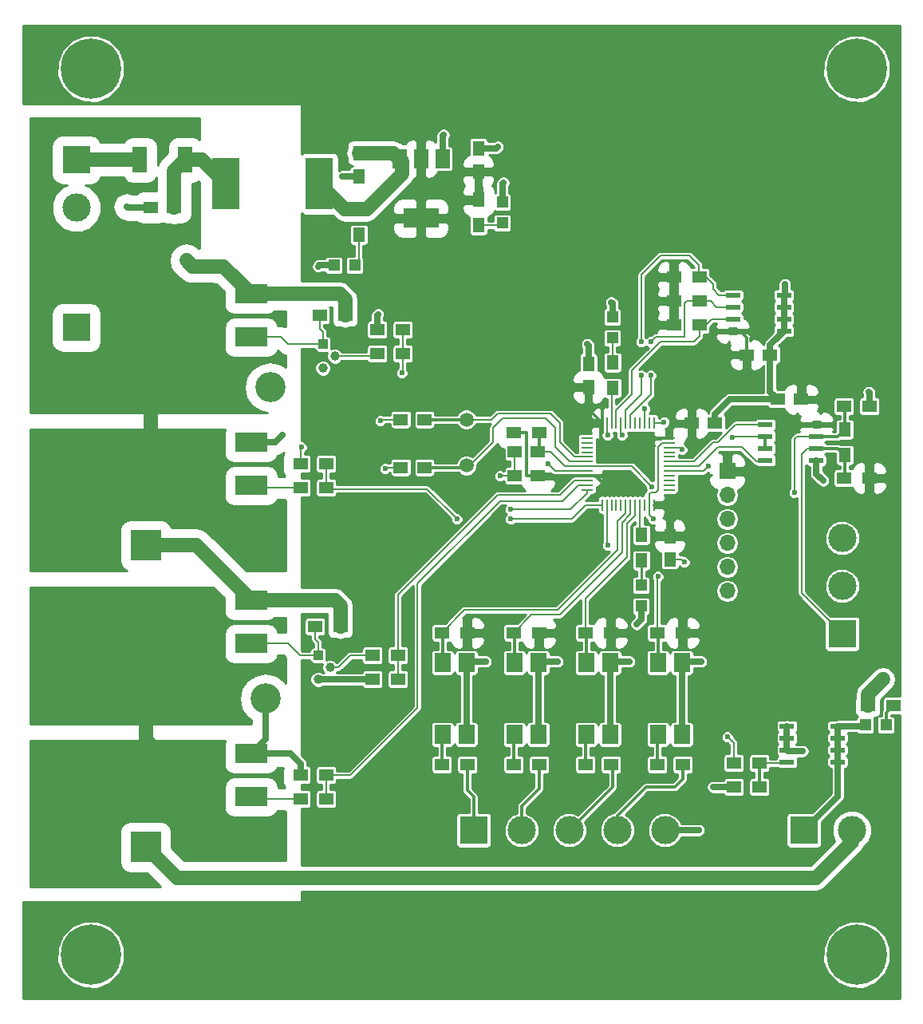
<source format=gbr>
G04 #@! TF.FileFunction,Copper,L1,Top,Signal*
%FSLAX46Y46*%
G04 Gerber Fmt 4.6, Leading zero omitted, Abs format (unit mm)*
G04 Created by KiCad (PCBNEW 4.0.6) date 07/04/17 16:47:20*
%MOMM*%
%LPD*%
G01*
G04 APERTURE LIST*
%ADD10C,0.100000*%
%ADD11C,3.000000*%
%ADD12R,3.000000X3.000000*%
%ADD13R,1.500000X1.250000*%
%ADD14R,1.250000X1.500000*%
%ADD15R,1.200000X1.200000*%
%ADD16R,3.200000X3.200000*%
%ADD17O,3.200000X3.200000*%
%ADD18R,1.500000X2.700000*%
%ADD19R,1.700000X1.700000*%
%ADD20O,1.700000X1.700000*%
%ADD21R,2.900680X5.400040*%
%ADD22C,1.000000*%
%ADD23R,1.000000X1.000000*%
%ADD24R,3.500000X2.000000*%
%ADD25R,7.000000X7.000000*%
%ADD26R,1.500000X1.300000*%
%ADD27R,1.300000X1.500000*%
%ADD28R,1.780000X2.000000*%
%ADD29R,1.300000X0.250000*%
%ADD30R,0.250000X1.300000*%
%ADD31R,3.800000X2.000000*%
%ADD32R,1.500000X2.000000*%
%ADD33R,1.550000X0.600000*%
%ADD34C,1.500000*%
%ADD35C,6.400000*%
%ADD36C,0.600000*%
%ADD37C,0.200000*%
%ADD38C,0.300000*%
%ADD39C,0.700000*%
%ADD40C,1.500000*%
%ADD41C,0.250000*%
G04 APERTURE END LIST*
D10*
D11*
X86360000Y-101092000D03*
X91440000Y-101092000D03*
D12*
X81280000Y-101092000D03*
D11*
X96520000Y-101092000D03*
X101600000Y-101092000D03*
D13*
X76053000Y-57531000D03*
X73553000Y-57531000D03*
X76053000Y-62611000D03*
X73553000Y-62611000D03*
X88118000Y-60960000D03*
X85618000Y-60960000D03*
X49510000Y-35052000D03*
X47010000Y-35052000D03*
D14*
X69088000Y-29230000D03*
X69088000Y-31730000D03*
X81788000Y-31222000D03*
X81788000Y-28722000D03*
D13*
X88118000Y-63500000D03*
X85618000Y-63500000D03*
X104414000Y-57912000D03*
X106914000Y-57912000D03*
D14*
X102108000Y-69870000D03*
X102108000Y-72370000D03*
X93472000Y-54082000D03*
X93472000Y-51582000D03*
D13*
X116058000Y-55372000D03*
X113558000Y-55372000D03*
X110256000Y-50673000D03*
X112756000Y-50673000D03*
D15*
X96012000Y-48852000D03*
X96012000Y-46652000D03*
X99060000Y-75100000D03*
X99060000Y-77300000D03*
D16*
X46482000Y-102870000D03*
D17*
X59182000Y-102870000D03*
D16*
X46482000Y-87122000D03*
D17*
X59182000Y-87122000D03*
D16*
X46482000Y-70866000D03*
D17*
X59182000Y-70866000D03*
D16*
X46990000Y-54102000D03*
D17*
X59690000Y-54102000D03*
D18*
X50660000Y-29972000D03*
X45860000Y-29972000D03*
D15*
X84328000Y-36660000D03*
X84328000Y-34460000D03*
X68664000Y-41148000D03*
X66464000Y-41148000D03*
X125052000Y-89916000D03*
X122852000Y-89916000D03*
D12*
X39116000Y-47752000D03*
D11*
X39116000Y-42672000D03*
D12*
X39116000Y-29972000D03*
D11*
X39116000Y-35052000D03*
D19*
X108204000Y-62992000D03*
D20*
X108204000Y-65532000D03*
X108204000Y-68072000D03*
X108204000Y-70612000D03*
X108204000Y-73152000D03*
X108204000Y-75692000D03*
D12*
X116332000Y-101092000D03*
D11*
X121412000Y-101092000D03*
D12*
X120396000Y-80264000D03*
D11*
X120396000Y-75184000D03*
X120396000Y-70104000D03*
D21*
X54993540Y-32512000D03*
X64894460Y-32512000D03*
D22*
X66040000Y-83820000D03*
X64770000Y-85090000D03*
D23*
X64770000Y-82550000D03*
D24*
X57661000Y-81294000D03*
X57661000Y-76714000D03*
D25*
X50261000Y-78994000D03*
D24*
X57661000Y-97550000D03*
X57661000Y-92970000D03*
D25*
X50261000Y-95250000D03*
D24*
X57661000Y-48782000D03*
X57661000Y-44202000D03*
D25*
X50261000Y-46482000D03*
D24*
X57661000Y-64530000D03*
X57661000Y-59950000D03*
D25*
X50261000Y-62230000D03*
D22*
X66548000Y-50800000D03*
X65278000Y-52070000D03*
D23*
X65278000Y-49530000D03*
D26*
X65612000Y-95250000D03*
X62912000Y-95250000D03*
X73232000Y-85090000D03*
X70532000Y-85090000D03*
X70532000Y-82550000D03*
X73232000Y-82550000D03*
X62912000Y-97790000D03*
X65612000Y-97790000D03*
D27*
X96012000Y-54182000D03*
X96012000Y-51482000D03*
X99060000Y-69770000D03*
X99060000Y-72470000D03*
D26*
X85518000Y-58928000D03*
X88218000Y-58928000D03*
X67136000Y-79502000D03*
X64436000Y-79502000D03*
X77898000Y-94107000D03*
X80598000Y-94107000D03*
X85518000Y-94107000D03*
X88218000Y-94107000D03*
X93138000Y-94107000D03*
X95838000Y-94107000D03*
X100758000Y-94107000D03*
X103458000Y-94107000D03*
X80598000Y-80137000D03*
X77898000Y-80137000D03*
X88218000Y-80137000D03*
X85518000Y-80137000D03*
X95838000Y-80137000D03*
X93138000Y-80137000D03*
X103458000Y-80137000D03*
X100758000Y-80137000D03*
X67644000Y-46482000D03*
X64944000Y-46482000D03*
X73740000Y-50546000D03*
X71040000Y-50546000D03*
X65612000Y-64770000D03*
X62912000Y-64770000D03*
X73740000Y-48006000D03*
X71040000Y-48006000D03*
X65612000Y-62230000D03*
X62912000Y-62230000D03*
D27*
X81788000Y-36910000D03*
X81788000Y-34210000D03*
X69088000Y-35226000D03*
X69088000Y-37926000D03*
D26*
X108886000Y-93980000D03*
X111586000Y-93980000D03*
X102536000Y-47498000D03*
X105236000Y-47498000D03*
X102536000Y-44958000D03*
X105236000Y-44958000D03*
X102536000Y-42418000D03*
X105236000Y-42418000D03*
X123110000Y-87884000D03*
X125810000Y-87884000D03*
X123270000Y-63754000D03*
X120570000Y-63754000D03*
D27*
X120650000Y-61294000D03*
X120650000Y-58594000D03*
D26*
X120570000Y-56134000D03*
X123270000Y-56134000D03*
X108886000Y-96520000D03*
X111586000Y-96520000D03*
D28*
X77978000Y-90932000D03*
X80518000Y-83312000D03*
X80518000Y-90932000D03*
X77978000Y-83312000D03*
X85598000Y-90932000D03*
X88138000Y-83312000D03*
X88138000Y-90932000D03*
X85598000Y-83312000D03*
X93218000Y-90932000D03*
X95758000Y-83312000D03*
X95758000Y-90932000D03*
X93218000Y-83312000D03*
X100838000Y-90932000D03*
X103378000Y-83312000D03*
X103378000Y-90932000D03*
X100838000Y-83312000D03*
D29*
X93313000Y-59480000D03*
X93313000Y-59980000D03*
X93313000Y-60480000D03*
X93313000Y-60980000D03*
X93313000Y-61480000D03*
X93313000Y-61980000D03*
X93313000Y-62480000D03*
X93313000Y-62980000D03*
X93313000Y-63480000D03*
X93313000Y-63980000D03*
X93313000Y-64480000D03*
X93313000Y-64980000D03*
D30*
X94913000Y-66580000D03*
X95413000Y-66580000D03*
X95913000Y-66580000D03*
X96413000Y-66580000D03*
X96913000Y-66580000D03*
X97413000Y-66580000D03*
X97913000Y-66580000D03*
X98413000Y-66580000D03*
X98913000Y-66580000D03*
X99413000Y-66580000D03*
X99913000Y-66580000D03*
X100413000Y-66580000D03*
D29*
X102013000Y-64980000D03*
X102013000Y-64480000D03*
X102013000Y-63980000D03*
X102013000Y-63480000D03*
X102013000Y-62980000D03*
X102013000Y-62480000D03*
X102013000Y-61980000D03*
X102013000Y-61480000D03*
X102013000Y-60980000D03*
X102013000Y-60480000D03*
X102013000Y-59980000D03*
X102013000Y-59480000D03*
D30*
X100413000Y-57880000D03*
X99913000Y-57880000D03*
X99413000Y-57880000D03*
X98913000Y-57880000D03*
X98413000Y-57880000D03*
X97913000Y-57880000D03*
X97413000Y-57880000D03*
X96913000Y-57880000D03*
X96413000Y-57880000D03*
X95913000Y-57880000D03*
X95413000Y-57880000D03*
X94913000Y-57880000D03*
D31*
X75692000Y-36170000D03*
D32*
X75692000Y-29870000D03*
X73392000Y-29870000D03*
X77992000Y-29870000D03*
D33*
X114206000Y-48133000D03*
X114206000Y-46863000D03*
X114206000Y-45593000D03*
X114206000Y-44323000D03*
X108806000Y-44323000D03*
X108806000Y-45593000D03*
X108806000Y-46863000D03*
X108806000Y-48133000D03*
X114521000Y-90043000D03*
X114521000Y-91313000D03*
X114521000Y-92583000D03*
X114521000Y-93853000D03*
X119921000Y-93853000D03*
X119921000Y-92583000D03*
X119921000Y-91313000D03*
X119921000Y-90043000D03*
X112235000Y-58039000D03*
X112235000Y-59309000D03*
X112235000Y-60579000D03*
X112235000Y-61849000D03*
X117635000Y-61849000D03*
X117635000Y-60579000D03*
X117635000Y-59309000D03*
X117635000Y-58039000D03*
D34*
X80518000Y-57531000D03*
X80518000Y-62411000D03*
D35*
X40640000Y-20320000D03*
X121920000Y-20320000D03*
X121920000Y-114300000D03*
X40640000Y-114300000D03*
D36*
X95885000Y-45085000D03*
X105156000Y-101092000D03*
X71882000Y-62738000D03*
X71374000Y-57658000D03*
X89154000Y-62230000D03*
X95504000Y-59182000D03*
X98552000Y-79248000D03*
X118364000Y-64008000D03*
X60960000Y-59182000D03*
X62992000Y-60452000D03*
X100330000Y-68072000D03*
X103632000Y-72644000D03*
X84074000Y-63500000D03*
X97028000Y-59182000D03*
X106680000Y-96520000D03*
X116205000Y-92710000D03*
X105410000Y-83185000D03*
X97790000Y-83185000D03*
X90170000Y-83185000D03*
X82550000Y-83185000D03*
X123190000Y-54610000D03*
X114300000Y-43180000D03*
X93345000Y-49530000D03*
X44450000Y-34925000D03*
X71120000Y-46355000D03*
X64770000Y-41275000D03*
X67310000Y-31750000D03*
X84455000Y-32385000D03*
X83820000Y-28575000D03*
X78105000Y-27305000D03*
X100203000Y-64643000D03*
X97282000Y-43434000D03*
X100584000Y-44958000D03*
X95250000Y-60706000D03*
X94996000Y-64262000D03*
X101473000Y-57785000D03*
X103378000Y-60706000D03*
X115316000Y-65278000D03*
X100838000Y-74168000D03*
X99441000Y-56388000D03*
X85217000Y-67056000D03*
X73660000Y-52578000D03*
X79502000Y-68072000D03*
X85217000Y-68072000D03*
X108204000Y-91186000D03*
X95504000Y-70866000D03*
X100076000Y-49276000D03*
X100076000Y-52832000D03*
X99060000Y-49276000D03*
X99060000Y-52832000D03*
X108712000Y-59436000D03*
X106172000Y-62484000D03*
X50800000Y-40640000D03*
X124714000Y-85090000D03*
D37*
X80518000Y-57531000D02*
X83185000Y-57531000D01*
X91948000Y-61468000D02*
X93301000Y-61468000D01*
X90424000Y-59944000D02*
X91948000Y-61468000D01*
X90424000Y-57912000D02*
X90424000Y-59944000D01*
X89408000Y-56896000D02*
X90424000Y-57912000D01*
X83820000Y-56896000D02*
X89408000Y-56896000D01*
X83185000Y-57531000D02*
X83820000Y-56896000D01*
X93301000Y-61468000D02*
X93313000Y-61480000D01*
D38*
X76053000Y-57531000D02*
X80518000Y-57531000D01*
D39*
X96012000Y-46652000D02*
X96012000Y-45212000D01*
X96012000Y-45212000D02*
X95885000Y-45085000D01*
X101600000Y-101092000D02*
X105156000Y-101092000D01*
D37*
X73553000Y-62611000D02*
X72009000Y-62611000D01*
X72009000Y-62611000D02*
X71882000Y-62738000D01*
X73553000Y-57531000D02*
X71501000Y-57531000D01*
X71501000Y-57531000D02*
X71374000Y-57658000D01*
X93313000Y-62980000D02*
X89904000Y-62980000D01*
X89904000Y-62980000D02*
X89154000Y-62230000D01*
X95413000Y-59091000D02*
X95504000Y-59182000D01*
X95413000Y-59091000D02*
X95413000Y-57880000D01*
D39*
X99060000Y-77300000D02*
X99060000Y-78740000D01*
X99060000Y-78740000D02*
X98552000Y-79248000D01*
X117635000Y-61849000D02*
X117635000Y-63279000D01*
X117635000Y-63279000D02*
X118364000Y-64008000D01*
X57661000Y-59950000D02*
X60192000Y-59950000D01*
X60192000Y-59950000D02*
X60960000Y-59182000D01*
D37*
X102013000Y-59980000D02*
X101310000Y-59980000D01*
X99913000Y-65441000D02*
X99913000Y-66580000D01*
X100076000Y-65278000D02*
X99913000Y-65441000D01*
X100584000Y-65278000D02*
X100076000Y-65278000D01*
X100838000Y-65024000D02*
X100584000Y-65278000D01*
X100838000Y-60452000D02*
X100838000Y-65024000D01*
X101310000Y-59980000D02*
X100838000Y-60452000D01*
X62912000Y-62230000D02*
X62912000Y-60532000D01*
X62912000Y-60532000D02*
X62992000Y-60452000D01*
X99913000Y-66580000D02*
X99913000Y-67655000D01*
X99913000Y-67655000D02*
X100330000Y-68072000D01*
X102108000Y-72370000D02*
X103358000Y-72370000D01*
X103358000Y-72370000D02*
X103632000Y-72644000D01*
X85618000Y-60960000D02*
X85618000Y-63500000D01*
X85618000Y-63500000D02*
X84074000Y-63500000D01*
X96913000Y-57880000D02*
X96913000Y-59067000D01*
X96913000Y-59067000D02*
X97028000Y-59182000D01*
D39*
X108886000Y-96520000D02*
X106680000Y-96520000D01*
X114521000Y-90043000D02*
X114521000Y-91313000D01*
X114521000Y-91313000D02*
X114521000Y-92583000D01*
X114521000Y-92583000D02*
X114648000Y-92710000D01*
X114648000Y-92710000D02*
X116205000Y-92710000D01*
X62912000Y-95250000D02*
X62912000Y-94027000D01*
X61855000Y-92970000D02*
X57661000Y-92970000D01*
X62912000Y-94027000D02*
X61855000Y-92970000D01*
X59182000Y-87122000D02*
X59182000Y-91449000D01*
X59182000Y-91449000D02*
X57661000Y-92970000D01*
X64770000Y-85090000D02*
X70532000Y-85090000D01*
X103378000Y-90932000D02*
X103378000Y-83312000D01*
X103378000Y-83312000D02*
X103505000Y-83185000D01*
X103505000Y-83185000D02*
X105410000Y-83185000D01*
X95758000Y-90932000D02*
X95758000Y-83312000D01*
X95758000Y-83312000D02*
X95885000Y-83185000D01*
X95885000Y-83185000D02*
X97790000Y-83185000D01*
X88138000Y-90932000D02*
X88138000Y-83312000D01*
X88138000Y-83312000D02*
X88265000Y-83185000D01*
X88265000Y-83185000D02*
X90170000Y-83185000D01*
X80518000Y-90932000D02*
X80518000Y-83312000D01*
X80518000Y-83312000D02*
X80645000Y-83185000D01*
X80645000Y-83185000D02*
X82550000Y-83185000D01*
X123270000Y-56134000D02*
X123270000Y-54690000D01*
X123270000Y-54690000D02*
X123190000Y-54610000D01*
X106914000Y-57912000D02*
X106914000Y-56916000D01*
X108458000Y-55372000D02*
X113558000Y-55372000D01*
X106914000Y-56916000D02*
X108458000Y-55372000D01*
X113558000Y-55372000D02*
X112756000Y-54570000D01*
X112756000Y-54570000D02*
X112756000Y-50673000D01*
X112756000Y-50673000D02*
X112756000Y-49583000D01*
X112756000Y-49583000D02*
X114206000Y-48133000D01*
X114206000Y-48133000D02*
X114206000Y-45593000D01*
X114206000Y-45593000D02*
X114206000Y-44323000D01*
X114206000Y-44323000D02*
X114300000Y-44229000D01*
X114300000Y-44229000D02*
X114300000Y-43180000D01*
X93472000Y-51582000D02*
X93472000Y-49657000D01*
X93472000Y-49657000D02*
X93345000Y-49530000D01*
X47010000Y-35052000D02*
X44577000Y-35052000D01*
X44577000Y-35052000D02*
X44450000Y-34925000D01*
X71040000Y-48006000D02*
X71040000Y-46435000D01*
X71040000Y-46435000D02*
X71120000Y-46355000D01*
X66464000Y-41148000D02*
X64897000Y-41148000D01*
X64897000Y-41148000D02*
X64770000Y-41275000D01*
X69088000Y-31730000D02*
X67330000Y-31730000D01*
X67330000Y-31730000D02*
X67310000Y-31750000D01*
X84328000Y-34460000D02*
X84328000Y-32512000D01*
X84328000Y-32512000D02*
X84455000Y-32385000D01*
X81788000Y-28722000D02*
X83673000Y-28722000D01*
X83673000Y-28722000D02*
X83820000Y-28575000D01*
X77992000Y-29870000D02*
X77992000Y-27418000D01*
X77992000Y-27418000D02*
X78105000Y-27305000D01*
D37*
X114206000Y-44323000D02*
X114206000Y-45593000D01*
X114206000Y-45593000D02*
X114206000Y-46863000D01*
X114206000Y-46863000D02*
X114206000Y-48133000D01*
X80518000Y-62411000D02*
X80845000Y-62411000D01*
X80845000Y-62411000D02*
X83312000Y-59944000D01*
X91444000Y-61980000D02*
X93313000Y-61980000D01*
X89916000Y-60452000D02*
X91444000Y-61980000D01*
X89916000Y-58420000D02*
X89916000Y-60452000D01*
X88900000Y-57404000D02*
X89916000Y-58420000D01*
X84328000Y-57404000D02*
X88900000Y-57404000D01*
X83312000Y-58420000D02*
X84328000Y-57404000D01*
X83312000Y-59944000D02*
X83312000Y-58420000D01*
D38*
X76053000Y-62611000D02*
X80318000Y-62611000D01*
X80318000Y-62611000D02*
X80518000Y-62411000D01*
D37*
X98040000Y-62480000D02*
X93313000Y-62480000D01*
X100203000Y-64643000D02*
X98040000Y-62480000D01*
X93313000Y-62480000D02*
X90928000Y-62480000D01*
X89408000Y-60960000D02*
X88118000Y-60960000D01*
X90928000Y-62480000D02*
X89408000Y-60960000D01*
D38*
X88118000Y-61194000D02*
X88118000Y-60960000D01*
X88218000Y-58928000D02*
X88218000Y-60860000D01*
X88218000Y-60860000D02*
X88118000Y-60960000D01*
D40*
X49510000Y-35052000D02*
X49510000Y-31122000D01*
X49510000Y-31122000D02*
X50660000Y-29972000D01*
X50660000Y-29972000D02*
X52453540Y-29972000D01*
X52453540Y-29972000D02*
X54993540Y-32512000D01*
X69088000Y-35226000D02*
X67608460Y-35226000D01*
X67608460Y-35226000D02*
X64894460Y-32512000D01*
X69088000Y-35226000D02*
X69930000Y-35226000D01*
X73660000Y-31496000D02*
X73660000Y-30138000D01*
X69930000Y-35226000D02*
X73660000Y-31496000D01*
X73660000Y-30138000D02*
X73392000Y-29870000D01*
X69088000Y-29230000D02*
X72752000Y-29230000D01*
X72752000Y-29230000D02*
X73392000Y-29870000D01*
D38*
X102536000Y-44958000D02*
X100584000Y-44958000D01*
X102108000Y-69870000D02*
X102108000Y-67056000D01*
X102108000Y-67056000D02*
X101632000Y-66580000D01*
X101632000Y-66580000D02*
X100413000Y-66580000D01*
X102013000Y-59480000D02*
X100286000Y-59480000D01*
X100286000Y-59480000D02*
X100076000Y-59690000D01*
X93313000Y-63480000D02*
X94214000Y-63480000D01*
X94742000Y-58051000D02*
X94913000Y-57880000D01*
X94742000Y-60198000D02*
X94742000Y-58051000D01*
X95250000Y-60706000D02*
X94742000Y-60198000D01*
X94214000Y-63480000D02*
X94996000Y-64262000D01*
X93313000Y-63480000D02*
X88138000Y-63480000D01*
X88138000Y-63480000D02*
X88118000Y-63500000D01*
X85518000Y-58928000D02*
X86868000Y-58928000D01*
X86868000Y-63500000D02*
X88118000Y-63500000D01*
X86868000Y-58928000D02*
X86868000Y-63500000D01*
X108806000Y-48133000D02*
X109601000Y-48133000D01*
X110256000Y-48788000D02*
X110256000Y-50673000D01*
X109601000Y-48133000D02*
X110256000Y-48788000D01*
X102536000Y-47498000D02*
X102536000Y-44958000D01*
X102536000Y-42418000D02*
X102536000Y-44958000D01*
X93472000Y-54082000D02*
X93472000Y-56439000D01*
X93472000Y-56439000D02*
X94913000Y-57880000D01*
X93293000Y-63500000D02*
X93313000Y-63480000D01*
X101600000Y-66548000D02*
X100584000Y-66548000D01*
X102108000Y-67056000D02*
X101600000Y-66548000D01*
X102013000Y-59480000D02*
X102013000Y-58515000D01*
X102616000Y-57912000D02*
X104414000Y-57912000D01*
X102013000Y-58515000D02*
X102616000Y-57912000D01*
D37*
X96012000Y-48852000D02*
X96012000Y-51482000D01*
D41*
X99060000Y-75100000D02*
X99060000Y-72470000D01*
D40*
X46482000Y-87122000D02*
X46482000Y-82773000D01*
X46482000Y-82773000D02*
X50261000Y-78994000D01*
X46482000Y-87122000D02*
X46482000Y-91471000D01*
X46482000Y-91471000D02*
X50261000Y-95250000D01*
X46990000Y-54102000D02*
X46990000Y-49753000D01*
X46990000Y-49753000D02*
X50261000Y-46482000D01*
X39116000Y-42672000D02*
X46451000Y-42672000D01*
X46451000Y-42672000D02*
X50261000Y-46482000D01*
X46990000Y-54102000D02*
X46990000Y-58959000D01*
X46990000Y-58959000D02*
X50261000Y-62230000D01*
D37*
X81788000Y-36910000D02*
X84078000Y-36910000D01*
X84078000Y-36910000D02*
X84328000Y-36660000D01*
X69088000Y-37926000D02*
X69088000Y-40724000D01*
X69088000Y-40724000D02*
X68664000Y-41148000D01*
D38*
X125052000Y-89916000D02*
X125052000Y-88642000D01*
X125052000Y-88642000D02*
X125810000Y-87884000D01*
D39*
X119921000Y-93853000D02*
X119921000Y-97503000D01*
X119921000Y-97503000D02*
X116332000Y-101092000D01*
X119921000Y-90043000D02*
X122725000Y-90043000D01*
X122725000Y-90043000D02*
X122852000Y-89916000D01*
X119921000Y-90043000D02*
X119921000Y-91313000D01*
X119921000Y-91313000D02*
X119921000Y-92583000D01*
X119921000Y-92583000D02*
X119921000Y-93853000D01*
D38*
X122725000Y-90043000D02*
X122852000Y-89916000D01*
X86360000Y-101092000D02*
X86360000Y-98552000D01*
X88218000Y-96694000D02*
X88218000Y-94107000D01*
X86360000Y-98552000D02*
X88218000Y-96694000D01*
X91440000Y-101092000D02*
X96012000Y-96520000D01*
X96012000Y-96520000D02*
X96012000Y-94281000D01*
X96012000Y-94281000D02*
X95838000Y-94107000D01*
X80598000Y-94107000D02*
X80598000Y-96854000D01*
X81280000Y-97536000D02*
X81280000Y-101092000D01*
X80598000Y-96854000D02*
X81280000Y-97536000D01*
X96520000Y-101092000D02*
X96520000Y-99568000D01*
X103458000Y-95678000D02*
X103458000Y-94107000D01*
X102616000Y-96520000D02*
X103458000Y-95678000D01*
X99568000Y-96520000D02*
X102616000Y-96520000D01*
X96520000Y-99568000D02*
X99568000Y-96520000D01*
D41*
X96520000Y-101092000D02*
X96520000Y-100076000D01*
D37*
X100413000Y-57880000D02*
X101378000Y-57880000D01*
X101378000Y-57880000D02*
X101473000Y-57785000D01*
X102013000Y-60480000D02*
X103152000Y-60480000D01*
X103152000Y-60480000D02*
X103378000Y-60706000D01*
X117635000Y-60579000D02*
X116713000Y-60579000D01*
X116078000Y-75946000D02*
X120396000Y-80264000D01*
X116078000Y-61214000D02*
X116078000Y-75946000D01*
X116713000Y-60579000D02*
X116078000Y-61214000D01*
D38*
X120650000Y-61294000D02*
X120650000Y-63674000D01*
X120650000Y-63674000D02*
X120570000Y-63754000D01*
X117635000Y-60579000D02*
X119935000Y-60579000D01*
X119935000Y-60579000D02*
X120650000Y-61294000D01*
D37*
X117635000Y-59309000D02*
X115570000Y-59309000D01*
X115316000Y-59563000D02*
X115316000Y-65278000D01*
X115570000Y-59309000D02*
X115316000Y-59563000D01*
D38*
X120650000Y-58594000D02*
X120650000Y-56214000D01*
X120650000Y-56214000D02*
X120570000Y-56134000D01*
X117635000Y-59309000D02*
X119935000Y-59309000D01*
X119935000Y-59309000D02*
X120650000Y-58594000D01*
D37*
X66040000Y-83820000D02*
X66929000Y-83820000D01*
X68199000Y-82550000D02*
X70532000Y-82550000D01*
X66929000Y-83820000D02*
X68199000Y-82550000D01*
X64770000Y-82550000D02*
X62865000Y-82550000D01*
X61609000Y-81294000D02*
X57661000Y-81294000D01*
X62865000Y-82550000D02*
X61609000Y-81294000D01*
X64770000Y-82550000D02*
X64770000Y-81153000D01*
X64436000Y-80819000D02*
X64436000Y-79502000D01*
X64770000Y-81153000D02*
X64436000Y-80819000D01*
X62912000Y-97790000D02*
X57901000Y-97790000D01*
X57901000Y-97790000D02*
X57661000Y-97550000D01*
X65278000Y-49530000D02*
X61595000Y-49530000D01*
X60847000Y-48782000D02*
X57661000Y-48782000D01*
X61595000Y-49530000D02*
X60847000Y-48782000D01*
X65278000Y-49530000D02*
X65278000Y-48260000D01*
X64944000Y-47926000D02*
X64944000Y-46482000D01*
X65278000Y-48260000D02*
X64944000Y-47926000D01*
X62912000Y-64770000D02*
X57901000Y-64770000D01*
X57901000Y-64770000D02*
X57661000Y-64530000D01*
X66548000Y-50800000D02*
X70786000Y-50800000D01*
X70786000Y-50800000D02*
X71040000Y-50546000D01*
X93313000Y-64480000D02*
X92365000Y-64480000D01*
X68199000Y-95250000D02*
X65612000Y-95250000D01*
X75311000Y-88138000D02*
X68199000Y-95250000D01*
X75311000Y-74930000D02*
X75311000Y-88138000D01*
X84074000Y-66167000D02*
X75311000Y-74930000D01*
X90678000Y-66167000D02*
X84074000Y-66167000D01*
X92365000Y-64480000D02*
X90678000Y-66167000D01*
X65612000Y-95250000D02*
X65612000Y-97790000D01*
X73232000Y-85090000D02*
X73232000Y-82550000D01*
X93313000Y-63980000D02*
X91976000Y-63980000D01*
X73232000Y-76120000D02*
X73232000Y-82550000D01*
X83820000Y-65532000D02*
X73232000Y-76120000D01*
X90424000Y-65532000D02*
X83820000Y-65532000D01*
X91976000Y-63980000D02*
X90424000Y-65532000D01*
X95913000Y-57880000D02*
X95913000Y-54281000D01*
X95913000Y-54281000D02*
X96012000Y-54182000D01*
X98913000Y-66580000D02*
X98913000Y-69623000D01*
X98913000Y-69623000D02*
X99060000Y-69770000D01*
D41*
X98913000Y-69623000D02*
X99060000Y-69770000D01*
D38*
X77898000Y-94107000D02*
X77898000Y-91012000D01*
X77898000Y-91012000D02*
X77978000Y-90932000D01*
D41*
X77898000Y-91012000D02*
X77978000Y-90932000D01*
D38*
X85518000Y-94107000D02*
X85518000Y-91012000D01*
X85518000Y-91012000D02*
X85598000Y-90932000D01*
D41*
X85518000Y-91012000D02*
X85598000Y-90932000D01*
D38*
X93138000Y-94107000D02*
X93138000Y-91012000D01*
X93138000Y-91012000D02*
X93218000Y-90932000D01*
D41*
X93138000Y-91012000D02*
X93218000Y-90932000D01*
D38*
X100758000Y-94107000D02*
X100758000Y-91012000D01*
X100758000Y-91012000D02*
X100838000Y-90932000D01*
D41*
X100758000Y-91012000D02*
X100838000Y-90932000D01*
D37*
X97413000Y-66580000D02*
X97413000Y-67433000D01*
X80311000Y-77724000D02*
X77898000Y-80137000D01*
X90170000Y-77724000D02*
X80311000Y-77724000D01*
X96520000Y-71374000D02*
X90170000Y-77724000D01*
X96520000Y-68326000D02*
X96520000Y-71374000D01*
X97413000Y-67433000D02*
X96520000Y-68326000D01*
D38*
X77978000Y-83312000D02*
X77978000Y-80217000D01*
X77978000Y-80217000D02*
X77898000Y-80137000D01*
D41*
X77978000Y-80217000D02*
X77898000Y-80137000D01*
D37*
X97913000Y-66580000D02*
X97913000Y-67568000D01*
X87423000Y-78232000D02*
X85518000Y-80137000D01*
X90424000Y-78232000D02*
X87423000Y-78232000D01*
X92202000Y-76454000D02*
X90424000Y-78232000D01*
X97028000Y-71628000D02*
X92202000Y-76454000D01*
X97028000Y-68453000D02*
X97028000Y-71628000D01*
X97913000Y-67568000D02*
X97028000Y-68453000D01*
D38*
X85598000Y-83312000D02*
X85598000Y-80217000D01*
X85598000Y-80217000D02*
X85518000Y-80137000D01*
D41*
X85598000Y-80217000D02*
X85518000Y-80137000D01*
D37*
X98413000Y-66580000D02*
X98413000Y-67703000D01*
X93138000Y-76534000D02*
X93138000Y-80137000D01*
X97536000Y-72136000D02*
X93138000Y-76534000D01*
X97536000Y-68580000D02*
X97536000Y-72136000D01*
X98413000Y-67703000D02*
X97536000Y-68580000D01*
D38*
X93218000Y-83312000D02*
X93218000Y-80217000D01*
X93218000Y-80217000D02*
X93138000Y-80137000D01*
D41*
X93218000Y-80217000D02*
X93138000Y-80137000D01*
D37*
X100758000Y-80137000D02*
X100758000Y-74248000D01*
X100758000Y-74248000D02*
X100838000Y-74168000D01*
X99441000Y-56388000D02*
X99413000Y-56416000D01*
X99413000Y-56416000D02*
X99413000Y-57880000D01*
D38*
X100838000Y-83312000D02*
X100838000Y-80217000D01*
X100838000Y-80217000D02*
X100758000Y-80137000D01*
D37*
X73740000Y-50546000D02*
X73740000Y-48006000D01*
X93313000Y-64980000D02*
X93313000Y-65310000D01*
X93313000Y-65310000D02*
X91567000Y-67056000D01*
X91567000Y-67056000D02*
X85217000Y-67056000D01*
X73660000Y-52578000D02*
X73740000Y-52498000D01*
X73740000Y-52498000D02*
X73740000Y-48006000D01*
X94913000Y-66580000D02*
X93186000Y-66580000D01*
X76327000Y-64897000D02*
X65739000Y-64897000D01*
X79502000Y-68072000D02*
X76327000Y-64897000D01*
X91694000Y-68072000D02*
X85217000Y-68072000D01*
X93186000Y-66580000D02*
X91694000Y-68072000D01*
X65739000Y-64897000D02*
X65612000Y-64770000D01*
X65612000Y-64770000D02*
X65612000Y-62230000D01*
X95413000Y-66580000D02*
X95413000Y-70775000D01*
X108886000Y-91868000D02*
X108886000Y-93980000D01*
X108204000Y-91186000D02*
X108886000Y-91868000D01*
X95413000Y-70775000D02*
X95504000Y-70866000D01*
X111586000Y-93980000D02*
X114394000Y-93980000D01*
X114394000Y-93980000D02*
X114521000Y-93853000D01*
D38*
X111586000Y-96520000D02*
X111586000Y-93980000D01*
D37*
X96413000Y-57880000D02*
X96413000Y-56495000D01*
X105236000Y-48688000D02*
X105236000Y-47498000D01*
X104648000Y-49276000D02*
X105236000Y-48688000D01*
X101092000Y-49276000D02*
X104648000Y-49276000D01*
X98044000Y-52324000D02*
X101092000Y-49276000D01*
X98044000Y-54864000D02*
X98044000Y-52324000D01*
X96413000Y-56495000D02*
X98044000Y-54864000D01*
X105236000Y-47498000D02*
X105918000Y-47498000D01*
X105918000Y-47498000D02*
X106553000Y-46863000D01*
X106553000Y-46863000D02*
X108806000Y-46863000D01*
X97913000Y-57880000D02*
X97913000Y-57027000D01*
X103886000Y-44958000D02*
X105236000Y-44958000D01*
X103632000Y-45212000D02*
X103886000Y-44958000D01*
X103632000Y-48768000D02*
X103632000Y-45212000D01*
X100584000Y-48768000D02*
X103632000Y-48768000D01*
X100076000Y-49276000D02*
X100584000Y-48768000D01*
X100076000Y-54864000D02*
X100076000Y-52832000D01*
X97913000Y-57027000D02*
X100076000Y-54864000D01*
X105236000Y-44958000D02*
X106426000Y-44958000D01*
X107061000Y-45593000D02*
X108806000Y-45593000D01*
X106426000Y-44958000D02*
X107061000Y-45593000D01*
X97413000Y-57880000D02*
X97413000Y-56511000D01*
X105156000Y-41148000D02*
X105156000Y-42338000D01*
X104140000Y-40132000D02*
X105156000Y-41148000D01*
X101092000Y-40132000D02*
X104140000Y-40132000D01*
X99060000Y-42164000D02*
X101092000Y-40132000D01*
X99060000Y-43180000D02*
X99060000Y-42164000D01*
X99060000Y-49276000D02*
X99060000Y-43180000D01*
X99060000Y-54864000D02*
X99060000Y-52832000D01*
X97413000Y-56511000D02*
X99060000Y-54864000D01*
X105156000Y-42338000D02*
X105236000Y-42418000D01*
X105236000Y-42418000D02*
X105918000Y-42418000D01*
X105918000Y-42418000D02*
X106680000Y-43180000D01*
X106680000Y-43180000D02*
X106680000Y-43688000D01*
X106680000Y-43688000D02*
X107315000Y-44323000D01*
X107315000Y-44323000D02*
X108806000Y-44323000D01*
X102013000Y-62980000D02*
X105676000Y-62980000D01*
X108839000Y-59309000D02*
X112235000Y-59309000D01*
X108712000Y-59436000D02*
X108839000Y-59309000D01*
X105676000Y-62980000D02*
X106172000Y-62484000D01*
D38*
X112235000Y-59309000D02*
X112235000Y-60579000D01*
D37*
X102013000Y-62480000D02*
X105152000Y-62480000D01*
X111252000Y-61976000D02*
X112108000Y-61976000D01*
X110744000Y-61468000D02*
X111252000Y-61976000D01*
X109728000Y-60452000D02*
X110744000Y-61468000D01*
X107696000Y-60452000D02*
X109728000Y-60452000D01*
X107180000Y-60452000D02*
X107696000Y-60452000D01*
X105152000Y-62480000D02*
X107180000Y-60452000D01*
X112108000Y-61976000D02*
X112235000Y-61849000D01*
X102013000Y-61980000D02*
X104644000Y-61980000D01*
X109093000Y-58039000D02*
X112235000Y-58039000D01*
X107188000Y-59944000D02*
X109093000Y-58039000D01*
X106680000Y-59944000D02*
X107188000Y-59944000D01*
X104644000Y-61980000D02*
X106680000Y-59944000D01*
D40*
X51813000Y-70866000D02*
X57661000Y-76714000D01*
X54734000Y-41275000D02*
X57661000Y-44202000D01*
X51435000Y-41275000D02*
X54734000Y-41275000D01*
X50800000Y-40640000D02*
X51435000Y-41275000D01*
X57661000Y-76714000D02*
X66554000Y-76714000D01*
X67136000Y-77296000D02*
X67136000Y-79502000D01*
X66554000Y-76714000D02*
X67136000Y-77296000D01*
X46482000Y-70866000D02*
X51813000Y-70866000D01*
X39116000Y-29972000D02*
X45860000Y-29972000D01*
X67644000Y-46482000D02*
X67644000Y-44784000D01*
X67644000Y-44784000D02*
X67062000Y-44202000D01*
X67062000Y-44202000D02*
X57661000Y-44202000D01*
X121412000Y-101092000D02*
X121412000Y-102362000D01*
X121412000Y-102362000D02*
X117602000Y-106172000D01*
X49784000Y-106172000D02*
X46482000Y-102870000D01*
X117602000Y-106172000D02*
X49784000Y-106172000D01*
X124714000Y-85090000D02*
X123110000Y-86694000D01*
X123110000Y-86694000D02*
X123110000Y-87884000D01*
D41*
G36*
X54763960Y-91970000D02*
X54763960Y-93970000D01*
X54842405Y-94386900D01*
X55088793Y-94769798D01*
X55464737Y-95026669D01*
X55911000Y-95117040D01*
X59411000Y-95117040D01*
X59827900Y-95038595D01*
X60210798Y-94792207D01*
X60448034Y-94445000D01*
X61046348Y-94445000D01*
X61014960Y-94600000D01*
X61014960Y-95900000D01*
X61093405Y-96316900D01*
X61224069Y-96519958D01*
X61193293Y-96565000D01*
X60558040Y-96565000D01*
X60558040Y-96550000D01*
X60479595Y-96133100D01*
X60233207Y-95750202D01*
X59857263Y-95493331D01*
X59411000Y-95402960D01*
X55911000Y-95402960D01*
X55494100Y-95481405D01*
X55111202Y-95727793D01*
X54854331Y-96103737D01*
X54763960Y-96550000D01*
X54763960Y-98550000D01*
X54842405Y-98966900D01*
X55088793Y-99349798D01*
X55464737Y-99606669D01*
X55911000Y-99697040D01*
X59411000Y-99697040D01*
X59827900Y-99618595D01*
X60210798Y-99372207D01*
X60454867Y-99015000D01*
X61195140Y-99015000D01*
X61339793Y-99239798D01*
X61343000Y-99241989D01*
X61343000Y-104297000D01*
X50560650Y-104297000D01*
X49229040Y-102965390D01*
X49229040Y-101270000D01*
X49150595Y-100853100D01*
X48904207Y-100470202D01*
X48528263Y-100213331D01*
X48082000Y-100122960D01*
X44882000Y-100122960D01*
X44465100Y-100201405D01*
X44082202Y-100447793D01*
X43825331Y-100823737D01*
X43734960Y-101270000D01*
X43734960Y-104470000D01*
X43813405Y-104886900D01*
X44059793Y-105269798D01*
X44435737Y-105526669D01*
X44882000Y-105617040D01*
X46577390Y-105617040D01*
X48023350Y-107063000D01*
X34220000Y-107063000D01*
X34220000Y-91565000D01*
X54845975Y-91565000D01*
X54763960Y-91970000D01*
X54763960Y-91970000D01*
G37*
X54763960Y-91970000D02*
X54763960Y-93970000D01*
X54842405Y-94386900D01*
X55088793Y-94769798D01*
X55464737Y-95026669D01*
X55911000Y-95117040D01*
X59411000Y-95117040D01*
X59827900Y-95038595D01*
X60210798Y-94792207D01*
X60448034Y-94445000D01*
X61046348Y-94445000D01*
X61014960Y-94600000D01*
X61014960Y-95900000D01*
X61093405Y-96316900D01*
X61224069Y-96519958D01*
X61193293Y-96565000D01*
X60558040Y-96565000D01*
X60558040Y-96550000D01*
X60479595Y-96133100D01*
X60233207Y-95750202D01*
X59857263Y-95493331D01*
X59411000Y-95402960D01*
X55911000Y-95402960D01*
X55494100Y-95481405D01*
X55111202Y-95727793D01*
X54854331Y-96103737D01*
X54763960Y-96550000D01*
X54763960Y-98550000D01*
X54842405Y-98966900D01*
X55088793Y-99349798D01*
X55464737Y-99606669D01*
X55911000Y-99697040D01*
X59411000Y-99697040D01*
X59827900Y-99618595D01*
X60210798Y-99372207D01*
X60454867Y-99015000D01*
X61195140Y-99015000D01*
X61339793Y-99239798D01*
X61343000Y-99241989D01*
X61343000Y-104297000D01*
X50560650Y-104297000D01*
X49229040Y-102965390D01*
X49229040Y-101270000D01*
X49150595Y-100853100D01*
X48904207Y-100470202D01*
X48528263Y-100213331D01*
X48082000Y-100122960D01*
X44882000Y-100122960D01*
X44465100Y-100201405D01*
X44082202Y-100447793D01*
X43825331Y-100823737D01*
X43734960Y-101270000D01*
X43734960Y-104470000D01*
X43813405Y-104886900D01*
X44059793Y-105269798D01*
X44435737Y-105526669D01*
X44882000Y-105617040D01*
X46577390Y-105617040D01*
X48023350Y-107063000D01*
X34220000Y-107063000D01*
X34220000Y-91565000D01*
X54845975Y-91565000D01*
X54763960Y-91970000D01*
G36*
X54763960Y-58950000D02*
X54763960Y-60950000D01*
X54842405Y-61366900D01*
X55088793Y-61749798D01*
X55464737Y-62006669D01*
X55911000Y-62097040D01*
X59411000Y-62097040D01*
X59827900Y-62018595D01*
X60210798Y-61772207D01*
X60467669Y-61396263D01*
X60473176Y-61369071D01*
X60756458Y-61312722D01*
X61173379Y-61034145D01*
X61105331Y-61133737D01*
X61014960Y-61580000D01*
X61014960Y-62880000D01*
X61093405Y-63296900D01*
X61224069Y-63499958D01*
X61193293Y-63545000D01*
X60558040Y-63545000D01*
X60558040Y-63530000D01*
X60479595Y-63113100D01*
X60233207Y-62730202D01*
X59857263Y-62473331D01*
X59411000Y-62382960D01*
X55911000Y-62382960D01*
X55494100Y-62461405D01*
X55111202Y-62707793D01*
X54854331Y-63083737D01*
X54763960Y-63530000D01*
X54763960Y-65530000D01*
X54842405Y-65946900D01*
X55088793Y-66329798D01*
X55464737Y-66586669D01*
X55911000Y-66677040D01*
X59411000Y-66677040D01*
X59827900Y-66598595D01*
X60210798Y-66352207D01*
X60454867Y-65995000D01*
X61195140Y-65995000D01*
X61339793Y-66219798D01*
X61343000Y-66221989D01*
X61343000Y-73535000D01*
X57133650Y-73535000D01*
X53138825Y-69540175D01*
X52530532Y-69133726D01*
X51813000Y-68991000D01*
X49177295Y-68991000D01*
X49150595Y-68849100D01*
X48904207Y-68466202D01*
X48528263Y-68209331D01*
X48082000Y-68118960D01*
X44882000Y-68118960D01*
X44465100Y-68197405D01*
X44082202Y-68443793D01*
X43825331Y-68819737D01*
X43734960Y-69266000D01*
X43734960Y-72466000D01*
X43813405Y-72882900D01*
X44059793Y-73265798D01*
X44435737Y-73522669D01*
X44496629Y-73535000D01*
X34220000Y-73535000D01*
X34220000Y-58545000D01*
X54845975Y-58545000D01*
X54763960Y-58950000D01*
X54763960Y-58950000D01*
G37*
X54763960Y-58950000D02*
X54763960Y-60950000D01*
X54842405Y-61366900D01*
X55088793Y-61749798D01*
X55464737Y-62006669D01*
X55911000Y-62097040D01*
X59411000Y-62097040D01*
X59827900Y-62018595D01*
X60210798Y-61772207D01*
X60467669Y-61396263D01*
X60473176Y-61369071D01*
X60756458Y-61312722D01*
X61173379Y-61034145D01*
X61105331Y-61133737D01*
X61014960Y-61580000D01*
X61014960Y-62880000D01*
X61093405Y-63296900D01*
X61224069Y-63499958D01*
X61193293Y-63545000D01*
X60558040Y-63545000D01*
X60558040Y-63530000D01*
X60479595Y-63113100D01*
X60233207Y-62730202D01*
X59857263Y-62473331D01*
X59411000Y-62382960D01*
X55911000Y-62382960D01*
X55494100Y-62461405D01*
X55111202Y-62707793D01*
X54854331Y-63083737D01*
X54763960Y-63530000D01*
X54763960Y-65530000D01*
X54842405Y-65946900D01*
X55088793Y-66329798D01*
X55464737Y-66586669D01*
X55911000Y-66677040D01*
X59411000Y-66677040D01*
X59827900Y-66598595D01*
X60210798Y-66352207D01*
X60454867Y-65995000D01*
X61195140Y-65995000D01*
X61339793Y-66219798D01*
X61343000Y-66221989D01*
X61343000Y-73535000D01*
X57133650Y-73535000D01*
X53138825Y-69540175D01*
X52530532Y-69133726D01*
X51813000Y-68991000D01*
X49177295Y-68991000D01*
X49150595Y-68849100D01*
X48904207Y-68466202D01*
X48528263Y-68209331D01*
X48082000Y-68118960D01*
X44882000Y-68118960D01*
X44465100Y-68197405D01*
X44082202Y-68443793D01*
X43825331Y-68819737D01*
X43734960Y-69266000D01*
X43734960Y-72466000D01*
X43813405Y-72882900D01*
X44059793Y-73265798D01*
X44435737Y-73522669D01*
X44496629Y-73535000D01*
X34220000Y-73535000D01*
X34220000Y-58545000D01*
X54845975Y-58545000D01*
X54763960Y-58950000D01*
G36*
X54763960Y-76468610D02*
X54763960Y-77714000D01*
X54842405Y-78130900D01*
X55088793Y-78513798D01*
X55464737Y-78770669D01*
X55911000Y-78861040D01*
X59411000Y-78861040D01*
X59827900Y-78782595D01*
X60128755Y-78589000D01*
X61343000Y-78589000D01*
X61343000Y-80069000D01*
X60515703Y-80069000D01*
X60479595Y-79877100D01*
X60233207Y-79494202D01*
X59857263Y-79237331D01*
X59411000Y-79146960D01*
X55911000Y-79146960D01*
X55494100Y-79225405D01*
X55111202Y-79471793D01*
X54854331Y-79847737D01*
X54763960Y-80294000D01*
X54763960Y-82294000D01*
X54842405Y-82710900D01*
X55088793Y-83093798D01*
X55464737Y-83350669D01*
X55911000Y-83441040D01*
X59411000Y-83441040D01*
X59827900Y-83362595D01*
X60210798Y-83116207D01*
X60467669Y-82740263D01*
X60512476Y-82519000D01*
X61101588Y-82519000D01*
X61343000Y-82760412D01*
X61343000Y-85465642D01*
X61162252Y-85195134D01*
X60278198Y-84604428D01*
X59235386Y-84397000D01*
X59128614Y-84397000D01*
X58085802Y-84604428D01*
X57201748Y-85195134D01*
X56611042Y-86079188D01*
X56403614Y-87122000D01*
X56611042Y-88164812D01*
X57201748Y-89048866D01*
X57707000Y-89386465D01*
X57707000Y-89791000D01*
X34220000Y-89791000D01*
X34220000Y-75309000D01*
X53604350Y-75309000D01*
X54763960Y-76468610D01*
X54763960Y-76468610D01*
G37*
X54763960Y-76468610D02*
X54763960Y-77714000D01*
X54842405Y-78130900D01*
X55088793Y-78513798D01*
X55464737Y-78770669D01*
X55911000Y-78861040D01*
X59411000Y-78861040D01*
X59827900Y-78782595D01*
X60128755Y-78589000D01*
X61343000Y-78589000D01*
X61343000Y-80069000D01*
X60515703Y-80069000D01*
X60479595Y-79877100D01*
X60233207Y-79494202D01*
X59857263Y-79237331D01*
X59411000Y-79146960D01*
X55911000Y-79146960D01*
X55494100Y-79225405D01*
X55111202Y-79471793D01*
X54854331Y-79847737D01*
X54763960Y-80294000D01*
X54763960Y-82294000D01*
X54842405Y-82710900D01*
X55088793Y-83093798D01*
X55464737Y-83350669D01*
X55911000Y-83441040D01*
X59411000Y-83441040D01*
X59827900Y-83362595D01*
X60210798Y-83116207D01*
X60467669Y-82740263D01*
X60512476Y-82519000D01*
X61101588Y-82519000D01*
X61343000Y-82760412D01*
X61343000Y-85465642D01*
X61162252Y-85195134D01*
X60278198Y-84604428D01*
X59235386Y-84397000D01*
X59128614Y-84397000D01*
X58085802Y-84604428D01*
X57201748Y-85195134D01*
X56611042Y-86079188D01*
X56403614Y-87122000D01*
X56611042Y-88164812D01*
X57201748Y-89048866D01*
X57707000Y-89386465D01*
X57707000Y-89791000D01*
X34220000Y-89791000D01*
X34220000Y-75309000D01*
X53604350Y-75309000D01*
X54763960Y-76468610D01*
G36*
X52199000Y-27799513D02*
X51856263Y-27565331D01*
X51410000Y-27474960D01*
X49910000Y-27474960D01*
X49493100Y-27553405D01*
X49110202Y-27799793D01*
X48853331Y-28175737D01*
X48762960Y-28622000D01*
X48762960Y-29217390D01*
X48184175Y-29796175D01*
X47777726Y-30404468D01*
X47757040Y-30508464D01*
X47757040Y-28622000D01*
X47678595Y-28205100D01*
X47432207Y-27822202D01*
X47056263Y-27565331D01*
X46610000Y-27474960D01*
X45110000Y-27474960D01*
X44693100Y-27553405D01*
X44310202Y-27799793D01*
X44107130Y-28097000D01*
X41692479Y-28097000D01*
X41684595Y-28055100D01*
X41438207Y-27672202D01*
X41062263Y-27415331D01*
X40616000Y-27324960D01*
X37616000Y-27324960D01*
X37199100Y-27403405D01*
X36816202Y-27649793D01*
X36559331Y-28025737D01*
X36468960Y-28472000D01*
X36468960Y-31472000D01*
X36547405Y-31888900D01*
X36793793Y-32271798D01*
X37169737Y-32528669D01*
X37616000Y-32619040D01*
X38130273Y-32619040D01*
X37630999Y-32825336D01*
X36891931Y-33563115D01*
X36491456Y-34527564D01*
X36490545Y-35571854D01*
X36889336Y-36537001D01*
X37627115Y-37276069D01*
X38591564Y-37676544D01*
X39635854Y-37677455D01*
X40601001Y-37278664D01*
X41340069Y-36540885D01*
X41740544Y-35576436D01*
X41741455Y-34532146D01*
X41342664Y-33566999D01*
X40604885Y-32827931D01*
X40101821Y-32619040D01*
X40616000Y-32619040D01*
X41032900Y-32540595D01*
X41415798Y-32294207D01*
X41672669Y-31918263D01*
X41687100Y-31847000D01*
X44110965Y-31847000D01*
X44287793Y-32121798D01*
X44663737Y-32378669D01*
X45110000Y-32469040D01*
X46610000Y-32469040D01*
X47026900Y-32390595D01*
X47409798Y-32144207D01*
X47635000Y-31814612D01*
X47635000Y-33279960D01*
X46260000Y-33279960D01*
X45843100Y-33358405D01*
X45503394Y-33577000D01*
X45036491Y-33577000D01*
X45014458Y-33562278D01*
X44764189Y-33512496D01*
X44734693Y-33500248D01*
X44702475Y-33500220D01*
X44450000Y-33449999D01*
X44199728Y-33499782D01*
X44167794Y-33499754D01*
X44138020Y-33512056D01*
X43885542Y-33562278D01*
X43673373Y-33704044D01*
X43643857Y-33716240D01*
X43621056Y-33739001D01*
X43407017Y-33882017D01*
X43265249Y-34094188D01*
X43242649Y-34116749D01*
X43230294Y-34146502D01*
X43087278Y-34360542D01*
X43037496Y-34610811D01*
X43025248Y-34640307D01*
X43025220Y-34672525D01*
X42974999Y-34925000D01*
X43024782Y-35175272D01*
X43024754Y-35207206D01*
X43037056Y-35236980D01*
X43087278Y-35489458D01*
X43229044Y-35701627D01*
X43241240Y-35731143D01*
X43264001Y-35753944D01*
X43407017Y-35967983D01*
X43534015Y-36094980D01*
X43534017Y-36094983D01*
X43929238Y-36359060D01*
X44012542Y-36414722D01*
X44577000Y-36527001D01*
X44577005Y-36527000D01*
X45511266Y-36527000D01*
X45813737Y-36733669D01*
X46260000Y-36824040D01*
X47760000Y-36824040D01*
X48176900Y-36745595D01*
X48256359Y-36694464D01*
X48313737Y-36733669D01*
X48760000Y-36824040D01*
X48992386Y-36824040D01*
X49510000Y-36927000D01*
X50027614Y-36824040D01*
X50260000Y-36824040D01*
X50676900Y-36745595D01*
X51059798Y-36499207D01*
X51316669Y-36123263D01*
X51407040Y-35677000D01*
X51407040Y-34427000D01*
X51385000Y-34309867D01*
X51385000Y-32469040D01*
X51410000Y-32469040D01*
X51826900Y-32390595D01*
X52066382Y-32236493D01*
X52199000Y-32369111D01*
X52199000Y-39387350D01*
X52125825Y-39314175D01*
X51517532Y-38907726D01*
X50800000Y-38765000D01*
X50082468Y-38907726D01*
X49474175Y-39314175D01*
X49067726Y-39922468D01*
X48925000Y-40640000D01*
X49067726Y-41357532D01*
X49474175Y-41965825D01*
X50109175Y-42600825D01*
X50717469Y-43007274D01*
X51435000Y-43150000D01*
X53957350Y-43150000D01*
X54763960Y-43956610D01*
X54763960Y-45202000D01*
X54842405Y-45618900D01*
X55088793Y-46001798D01*
X55464737Y-46258669D01*
X55911000Y-46349040D01*
X59411000Y-46349040D01*
X59827900Y-46270595D01*
X60128755Y-46077000D01*
X61343000Y-46077000D01*
X61343000Y-47668431D01*
X61315787Y-47650248D01*
X60847000Y-47557000D01*
X60515703Y-47557000D01*
X60479595Y-47365100D01*
X60233207Y-46982202D01*
X59857263Y-46725331D01*
X59411000Y-46634960D01*
X55911000Y-46634960D01*
X55494100Y-46713405D01*
X55111202Y-46959793D01*
X54854331Y-47335737D01*
X54763960Y-47782000D01*
X54763960Y-49782000D01*
X54842405Y-50198900D01*
X55088793Y-50581798D01*
X55464737Y-50838669D01*
X55911000Y-50929040D01*
X59411000Y-50929040D01*
X59827900Y-50850595D01*
X60210798Y-50604207D01*
X60467669Y-50228263D01*
X60483361Y-50150773D01*
X60728794Y-50396206D01*
X61126213Y-50661752D01*
X61343000Y-50704874D01*
X61343000Y-51956471D01*
X60786198Y-51584428D01*
X59743386Y-51377000D01*
X59636614Y-51377000D01*
X58593802Y-51584428D01*
X57709748Y-52175134D01*
X57119042Y-53059188D01*
X56911614Y-54102000D01*
X57119042Y-55144812D01*
X57709748Y-56028866D01*
X58593802Y-56619572D01*
X59355083Y-56771000D01*
X34220000Y-56771000D01*
X34220000Y-46252000D01*
X36468960Y-46252000D01*
X36468960Y-49252000D01*
X36547405Y-49668900D01*
X36793793Y-50051798D01*
X37169737Y-50308669D01*
X37616000Y-50399040D01*
X40616000Y-50399040D01*
X41032900Y-50320595D01*
X41415798Y-50074207D01*
X41672669Y-49698263D01*
X41763040Y-49252000D01*
X41763040Y-46252000D01*
X41684595Y-45835100D01*
X41438207Y-45452202D01*
X41062263Y-45195331D01*
X40616000Y-45104960D01*
X37616000Y-45104960D01*
X37199100Y-45183405D01*
X36816202Y-45429793D01*
X36559331Y-45805737D01*
X36468960Y-46252000D01*
X34220000Y-46252000D01*
X34220000Y-25525000D01*
X52199000Y-25525000D01*
X52199000Y-27799513D01*
X52199000Y-27799513D01*
G37*
X52199000Y-27799513D02*
X51856263Y-27565331D01*
X51410000Y-27474960D01*
X49910000Y-27474960D01*
X49493100Y-27553405D01*
X49110202Y-27799793D01*
X48853331Y-28175737D01*
X48762960Y-28622000D01*
X48762960Y-29217390D01*
X48184175Y-29796175D01*
X47777726Y-30404468D01*
X47757040Y-30508464D01*
X47757040Y-28622000D01*
X47678595Y-28205100D01*
X47432207Y-27822202D01*
X47056263Y-27565331D01*
X46610000Y-27474960D01*
X45110000Y-27474960D01*
X44693100Y-27553405D01*
X44310202Y-27799793D01*
X44107130Y-28097000D01*
X41692479Y-28097000D01*
X41684595Y-28055100D01*
X41438207Y-27672202D01*
X41062263Y-27415331D01*
X40616000Y-27324960D01*
X37616000Y-27324960D01*
X37199100Y-27403405D01*
X36816202Y-27649793D01*
X36559331Y-28025737D01*
X36468960Y-28472000D01*
X36468960Y-31472000D01*
X36547405Y-31888900D01*
X36793793Y-32271798D01*
X37169737Y-32528669D01*
X37616000Y-32619040D01*
X38130273Y-32619040D01*
X37630999Y-32825336D01*
X36891931Y-33563115D01*
X36491456Y-34527564D01*
X36490545Y-35571854D01*
X36889336Y-36537001D01*
X37627115Y-37276069D01*
X38591564Y-37676544D01*
X39635854Y-37677455D01*
X40601001Y-37278664D01*
X41340069Y-36540885D01*
X41740544Y-35576436D01*
X41741455Y-34532146D01*
X41342664Y-33566999D01*
X40604885Y-32827931D01*
X40101821Y-32619040D01*
X40616000Y-32619040D01*
X41032900Y-32540595D01*
X41415798Y-32294207D01*
X41672669Y-31918263D01*
X41687100Y-31847000D01*
X44110965Y-31847000D01*
X44287793Y-32121798D01*
X44663737Y-32378669D01*
X45110000Y-32469040D01*
X46610000Y-32469040D01*
X47026900Y-32390595D01*
X47409798Y-32144207D01*
X47635000Y-31814612D01*
X47635000Y-33279960D01*
X46260000Y-33279960D01*
X45843100Y-33358405D01*
X45503394Y-33577000D01*
X45036491Y-33577000D01*
X45014458Y-33562278D01*
X44764189Y-33512496D01*
X44734693Y-33500248D01*
X44702475Y-33500220D01*
X44450000Y-33449999D01*
X44199728Y-33499782D01*
X44167794Y-33499754D01*
X44138020Y-33512056D01*
X43885542Y-33562278D01*
X43673373Y-33704044D01*
X43643857Y-33716240D01*
X43621056Y-33739001D01*
X43407017Y-33882017D01*
X43265249Y-34094188D01*
X43242649Y-34116749D01*
X43230294Y-34146502D01*
X43087278Y-34360542D01*
X43037496Y-34610811D01*
X43025248Y-34640307D01*
X43025220Y-34672525D01*
X42974999Y-34925000D01*
X43024782Y-35175272D01*
X43024754Y-35207206D01*
X43037056Y-35236980D01*
X43087278Y-35489458D01*
X43229044Y-35701627D01*
X43241240Y-35731143D01*
X43264001Y-35753944D01*
X43407017Y-35967983D01*
X43534015Y-36094980D01*
X43534017Y-36094983D01*
X43929238Y-36359060D01*
X44012542Y-36414722D01*
X44577000Y-36527001D01*
X44577005Y-36527000D01*
X45511266Y-36527000D01*
X45813737Y-36733669D01*
X46260000Y-36824040D01*
X47760000Y-36824040D01*
X48176900Y-36745595D01*
X48256359Y-36694464D01*
X48313737Y-36733669D01*
X48760000Y-36824040D01*
X48992386Y-36824040D01*
X49510000Y-36927000D01*
X50027614Y-36824040D01*
X50260000Y-36824040D01*
X50676900Y-36745595D01*
X51059798Y-36499207D01*
X51316669Y-36123263D01*
X51407040Y-35677000D01*
X51407040Y-34427000D01*
X51385000Y-34309867D01*
X51385000Y-32469040D01*
X51410000Y-32469040D01*
X51826900Y-32390595D01*
X52066382Y-32236493D01*
X52199000Y-32369111D01*
X52199000Y-39387350D01*
X52125825Y-39314175D01*
X51517532Y-38907726D01*
X50800000Y-38765000D01*
X50082468Y-38907726D01*
X49474175Y-39314175D01*
X49067726Y-39922468D01*
X48925000Y-40640000D01*
X49067726Y-41357532D01*
X49474175Y-41965825D01*
X50109175Y-42600825D01*
X50717469Y-43007274D01*
X51435000Y-43150000D01*
X53957350Y-43150000D01*
X54763960Y-43956610D01*
X54763960Y-45202000D01*
X54842405Y-45618900D01*
X55088793Y-46001798D01*
X55464737Y-46258669D01*
X55911000Y-46349040D01*
X59411000Y-46349040D01*
X59827900Y-46270595D01*
X60128755Y-46077000D01*
X61343000Y-46077000D01*
X61343000Y-47668431D01*
X61315787Y-47650248D01*
X60847000Y-47557000D01*
X60515703Y-47557000D01*
X60479595Y-47365100D01*
X60233207Y-46982202D01*
X59857263Y-46725331D01*
X59411000Y-46634960D01*
X55911000Y-46634960D01*
X55494100Y-46713405D01*
X55111202Y-46959793D01*
X54854331Y-47335737D01*
X54763960Y-47782000D01*
X54763960Y-49782000D01*
X54842405Y-50198900D01*
X55088793Y-50581798D01*
X55464737Y-50838669D01*
X55911000Y-50929040D01*
X59411000Y-50929040D01*
X59827900Y-50850595D01*
X60210798Y-50604207D01*
X60467669Y-50228263D01*
X60483361Y-50150773D01*
X60728794Y-50396206D01*
X61126213Y-50661752D01*
X61343000Y-50704874D01*
X61343000Y-51956471D01*
X60786198Y-51584428D01*
X59743386Y-51377000D01*
X59636614Y-51377000D01*
X58593802Y-51584428D01*
X57709748Y-52175134D01*
X57119042Y-53059188D01*
X56911614Y-54102000D01*
X57119042Y-55144812D01*
X57709748Y-56028866D01*
X58593802Y-56619572D01*
X59355083Y-56771000D01*
X34220000Y-56771000D01*
X34220000Y-46252000D01*
X36468960Y-46252000D01*
X36468960Y-49252000D01*
X36547405Y-49668900D01*
X36793793Y-50051798D01*
X37169737Y-50308669D01*
X37616000Y-50399040D01*
X40616000Y-50399040D01*
X41032900Y-50320595D01*
X41415798Y-50074207D01*
X41672669Y-49698263D01*
X41763040Y-49252000D01*
X41763040Y-46252000D01*
X41684595Y-45835100D01*
X41438207Y-45452202D01*
X41062263Y-45195331D01*
X40616000Y-45104960D01*
X37616000Y-45104960D01*
X37199100Y-45183405D01*
X36816202Y-45429793D01*
X36559331Y-45805737D01*
X36468960Y-46252000D01*
X34220000Y-46252000D01*
X34220000Y-25525000D01*
X52199000Y-25525000D01*
X52199000Y-27799513D01*
G36*
X126550000Y-86851654D02*
X125060000Y-86851654D01*
X124921034Y-86877802D01*
X124793401Y-86959931D01*
X124707777Y-87085246D01*
X124677654Y-87234000D01*
X124677654Y-88275431D01*
X124566963Y-88441091D01*
X124527000Y-88642000D01*
X124527000Y-88933654D01*
X124452000Y-88933654D01*
X124327338Y-88957111D01*
X124447038Y-88781924D01*
X124497244Y-88534000D01*
X124497244Y-87251300D01*
X125686272Y-86062272D01*
X125984335Y-85616189D01*
X126089001Y-85090000D01*
X125984335Y-84563810D01*
X125686272Y-84117728D01*
X125240190Y-83819665D01*
X124714000Y-83714999D01*
X124187811Y-83819665D01*
X123741728Y-84117728D01*
X122137728Y-85721728D01*
X121839666Y-86167810D01*
X121735000Y-86694000D01*
X121735000Y-87173537D01*
X121722756Y-87234000D01*
X121722756Y-88534000D01*
X121766337Y-88765611D01*
X121903219Y-88978332D01*
X121991014Y-89038319D01*
X121985401Y-89041931D01*
X121899777Y-89167246D01*
X121869654Y-89316000D01*
X121869654Y-89318000D01*
X119921000Y-89318000D01*
X119706563Y-89360654D01*
X119146000Y-89360654D01*
X119007034Y-89386802D01*
X118879401Y-89468931D01*
X118793777Y-89594246D01*
X118763654Y-89743000D01*
X118763654Y-90343000D01*
X118789802Y-90481966D01*
X118871931Y-90609599D01*
X118973034Y-90678680D01*
X118879401Y-90738931D01*
X118793777Y-90864246D01*
X118763654Y-91013000D01*
X118763654Y-91613000D01*
X118789802Y-91751966D01*
X118871931Y-91879599D01*
X118973034Y-91948680D01*
X118879401Y-92008931D01*
X118793777Y-92134246D01*
X118763654Y-92283000D01*
X118763654Y-92883000D01*
X118789802Y-93021966D01*
X118871931Y-93149599D01*
X118973034Y-93218680D01*
X118879401Y-93278931D01*
X118793777Y-93404246D01*
X118763654Y-93553000D01*
X118763654Y-94153000D01*
X118789802Y-94291966D01*
X118871931Y-94419599D01*
X118997246Y-94505223D01*
X119146000Y-94535346D01*
X119196000Y-94535346D01*
X119196000Y-97202695D01*
X117189042Y-99209654D01*
X114832000Y-99209654D01*
X114693034Y-99235802D01*
X114565401Y-99317931D01*
X114479777Y-99443246D01*
X114449654Y-99592000D01*
X114449654Y-102592000D01*
X114475802Y-102730966D01*
X114557931Y-102858599D01*
X114683246Y-102944223D01*
X114832000Y-102974346D01*
X117832000Y-102974346D01*
X117970966Y-102948198D01*
X118098599Y-102866069D01*
X118184223Y-102740754D01*
X118214346Y-102592000D01*
X118214346Y-100234958D01*
X120433652Y-98015653D01*
X120538663Y-97858492D01*
X120590813Y-97780445D01*
X120646000Y-97503000D01*
X120646000Y-94535346D01*
X120696000Y-94535346D01*
X120834966Y-94509198D01*
X120962599Y-94427069D01*
X121048223Y-94301754D01*
X121078346Y-94153000D01*
X121078346Y-93553000D01*
X121052198Y-93414034D01*
X120970069Y-93286401D01*
X120868966Y-93217320D01*
X120962599Y-93157069D01*
X121048223Y-93031754D01*
X121078346Y-92883000D01*
X121078346Y-92283000D01*
X121052198Y-92144034D01*
X120970069Y-92016401D01*
X120868966Y-91947320D01*
X120962599Y-91887069D01*
X121048223Y-91761754D01*
X121078346Y-91613000D01*
X121078346Y-91013000D01*
X121052198Y-90874034D01*
X120983967Y-90768000D01*
X121968537Y-90768000D01*
X121977931Y-90782599D01*
X122103246Y-90868223D01*
X122252000Y-90898346D01*
X123452000Y-90898346D01*
X123590966Y-90872198D01*
X123718599Y-90790069D01*
X123804223Y-90664754D01*
X123834346Y-90516000D01*
X123834346Y-89316000D01*
X123808198Y-89177034D01*
X123804472Y-89171244D01*
X123860000Y-89171244D01*
X124091611Y-89127663D01*
X124154453Y-89087226D01*
X124099777Y-89167246D01*
X124069654Y-89316000D01*
X124069654Y-90516000D01*
X124095802Y-90654966D01*
X124177931Y-90782599D01*
X124303246Y-90868223D01*
X124452000Y-90898346D01*
X125652000Y-90898346D01*
X125790966Y-90872198D01*
X125918599Y-90790069D01*
X126004223Y-90664754D01*
X126034346Y-90516000D01*
X126034346Y-89316000D01*
X126008198Y-89177034D01*
X125926069Y-89049401D01*
X125800754Y-88963777D01*
X125652000Y-88933654D01*
X125577000Y-88933654D01*
X125577000Y-88916346D01*
X126550000Y-88916346D01*
X126550000Y-118930000D01*
X33470000Y-118930000D01*
X33470000Y-115007992D01*
X37064381Y-115007992D01*
X37607496Y-116322429D01*
X38612281Y-117328970D01*
X39925769Y-117874378D01*
X41347992Y-117875619D01*
X42662429Y-117332504D01*
X43668970Y-116327719D01*
X44214378Y-115014231D01*
X44214383Y-115007992D01*
X118344381Y-115007992D01*
X118887496Y-116322429D01*
X119892281Y-117328970D01*
X121205769Y-117874378D01*
X122627992Y-117875619D01*
X123942429Y-117332504D01*
X124948970Y-116327719D01*
X125494378Y-115014231D01*
X125495619Y-113592008D01*
X124952504Y-112277571D01*
X123947719Y-111271030D01*
X122634231Y-110725622D01*
X121212008Y-110724381D01*
X119897571Y-111267496D01*
X118891030Y-112272281D01*
X118345622Y-113585769D01*
X118344381Y-115007992D01*
X44214383Y-115007992D01*
X44215619Y-113592008D01*
X43672504Y-112277571D01*
X42667719Y-111271030D01*
X41354231Y-110725622D01*
X39932008Y-110724381D01*
X38617571Y-111267496D01*
X37611030Y-112272281D01*
X37065622Y-113585769D01*
X37064381Y-115007992D01*
X33470000Y-115007992D01*
X33470000Y-108710000D01*
X62865000Y-108710000D01*
X62913632Y-108700152D01*
X62954601Y-108672159D01*
X62981451Y-108630432D01*
X62990000Y-108585000D01*
X62990000Y-107547000D01*
X117602000Y-107547000D01*
X118128190Y-107442334D01*
X118574272Y-107144272D01*
X122384272Y-103334272D01*
X122682335Y-102888189D01*
X122697655Y-102811172D01*
X123212437Y-102297287D01*
X123536630Y-101516543D01*
X123537368Y-100671166D01*
X123214538Y-99889857D01*
X122617287Y-99291563D01*
X121836543Y-98967370D01*
X120991166Y-98966632D01*
X120209857Y-99289462D01*
X119611563Y-99886713D01*
X119287370Y-100667457D01*
X119286632Y-101512834D01*
X119587782Y-102241674D01*
X117032456Y-104797000D01*
X62990000Y-104797000D01*
X62990000Y-99592000D01*
X79397654Y-99592000D01*
X79397654Y-102592000D01*
X79423802Y-102730966D01*
X79505931Y-102858599D01*
X79631246Y-102944223D01*
X79780000Y-102974346D01*
X82780000Y-102974346D01*
X82918966Y-102948198D01*
X83046599Y-102866069D01*
X83132223Y-102740754D01*
X83162346Y-102592000D01*
X83162346Y-101463324D01*
X84484676Y-101463324D01*
X84769526Y-102152714D01*
X85296511Y-102680620D01*
X85985403Y-102966673D01*
X86731324Y-102967324D01*
X87420714Y-102682474D01*
X87948620Y-102155489D01*
X88234673Y-101466597D01*
X88234675Y-101463324D01*
X89564676Y-101463324D01*
X89849526Y-102152714D01*
X90376511Y-102680620D01*
X91065403Y-102966673D01*
X91811324Y-102967324D01*
X92500714Y-102682474D01*
X93028620Y-102155489D01*
X93314673Y-101466597D01*
X93314675Y-101463324D01*
X94644676Y-101463324D01*
X94929526Y-102152714D01*
X95456511Y-102680620D01*
X96145403Y-102966673D01*
X96891324Y-102967324D01*
X97580714Y-102682474D01*
X98108620Y-102155489D01*
X98394673Y-101466597D01*
X98394675Y-101463324D01*
X99724676Y-101463324D01*
X100009526Y-102152714D01*
X100536511Y-102680620D01*
X101225403Y-102966673D01*
X101971324Y-102967324D01*
X102660714Y-102682474D01*
X103188620Y-102155489D01*
X103329173Y-101817000D01*
X105156000Y-101817000D01*
X105433445Y-101761813D01*
X105668652Y-101604652D01*
X105825813Y-101369445D01*
X105881000Y-101092000D01*
X105825813Y-100814555D01*
X105668652Y-100579348D01*
X105433445Y-100422187D01*
X105156000Y-100367000D01*
X103329188Y-100367000D01*
X103190474Y-100031286D01*
X102663489Y-99503380D01*
X101974597Y-99217327D01*
X101228676Y-99216676D01*
X100539286Y-99501526D01*
X100011380Y-100028511D01*
X99725327Y-100717403D01*
X99724676Y-101463324D01*
X98394675Y-101463324D01*
X98395324Y-100720676D01*
X98110474Y-100031286D01*
X97583489Y-99503380D01*
X97402313Y-99428149D01*
X99785462Y-97045000D01*
X102616000Y-97045000D01*
X102816909Y-97005037D01*
X102987231Y-96891231D01*
X103358462Y-96520000D01*
X105955000Y-96520000D01*
X106010187Y-96797445D01*
X106167348Y-97032652D01*
X106402555Y-97189813D01*
X106680000Y-97245000D01*
X107767766Y-97245000D01*
X107779802Y-97308966D01*
X107861931Y-97436599D01*
X107987246Y-97522223D01*
X108136000Y-97552346D01*
X109636000Y-97552346D01*
X109774966Y-97526198D01*
X109902599Y-97444069D01*
X109988223Y-97318754D01*
X110018346Y-97170000D01*
X110018346Y-95870000D01*
X109992198Y-95731034D01*
X109910069Y-95603401D01*
X109784754Y-95517777D01*
X109636000Y-95487654D01*
X108136000Y-95487654D01*
X107997034Y-95513802D01*
X107869401Y-95595931D01*
X107783777Y-95721246D01*
X107768842Y-95795000D01*
X106680000Y-95795000D01*
X106402555Y-95850187D01*
X106167348Y-96007348D01*
X106010187Y-96242555D01*
X105955000Y-96520000D01*
X103358462Y-96520000D01*
X103829231Y-96049231D01*
X103943037Y-95878909D01*
X103983000Y-95678000D01*
X103983000Y-95139346D01*
X104208000Y-95139346D01*
X104346966Y-95113198D01*
X104474599Y-95031069D01*
X104560223Y-94905754D01*
X104590346Y-94757000D01*
X104590346Y-93457000D01*
X104564198Y-93318034D01*
X104482069Y-93190401D01*
X104356754Y-93104777D01*
X104208000Y-93074654D01*
X102708000Y-93074654D01*
X102569034Y-93100802D01*
X102441401Y-93182931D01*
X102355777Y-93308246D01*
X102325654Y-93457000D01*
X102325654Y-94757000D01*
X102351802Y-94895966D01*
X102433931Y-95023599D01*
X102559246Y-95109223D01*
X102708000Y-95139346D01*
X102933000Y-95139346D01*
X102933000Y-95460538D01*
X102398538Y-95995000D01*
X99568000Y-95995000D01*
X99367091Y-96034963D01*
X99196769Y-96148769D01*
X96148769Y-99196769D01*
X96130430Y-99224215D01*
X95459286Y-99501526D01*
X94931380Y-100028511D01*
X94645327Y-100717403D01*
X94644676Y-101463324D01*
X93314675Y-101463324D01*
X93315324Y-100720676D01*
X93092664Y-100181798D01*
X96383231Y-96891231D01*
X96497037Y-96720909D01*
X96537000Y-96520000D01*
X96537000Y-95139346D01*
X96588000Y-95139346D01*
X96726966Y-95113198D01*
X96854599Y-95031069D01*
X96940223Y-94905754D01*
X96970346Y-94757000D01*
X96970346Y-93457000D01*
X96944198Y-93318034D01*
X96862069Y-93190401D01*
X96736754Y-93104777D01*
X96588000Y-93074654D01*
X95088000Y-93074654D01*
X94949034Y-93100802D01*
X94821401Y-93182931D01*
X94735777Y-93308246D01*
X94705654Y-93457000D01*
X94705654Y-94757000D01*
X94731802Y-94895966D01*
X94813931Y-95023599D01*
X94939246Y-95109223D01*
X95088000Y-95139346D01*
X95487000Y-95139346D01*
X95487000Y-96302538D01*
X92349924Y-99439614D01*
X91814597Y-99217327D01*
X91068676Y-99216676D01*
X90379286Y-99501526D01*
X89851380Y-100028511D01*
X89565327Y-100717403D01*
X89564676Y-101463324D01*
X88234675Y-101463324D01*
X88235324Y-100720676D01*
X87950474Y-100031286D01*
X87423489Y-99503380D01*
X86885000Y-99279780D01*
X86885000Y-98769462D01*
X88589231Y-97065231D01*
X88703037Y-96894909D01*
X88743000Y-96694000D01*
X88743000Y-95139346D01*
X88968000Y-95139346D01*
X89106966Y-95113198D01*
X89234599Y-95031069D01*
X89320223Y-94905754D01*
X89350346Y-94757000D01*
X89350346Y-93457000D01*
X89324198Y-93318034D01*
X89242069Y-93190401D01*
X89116754Y-93104777D01*
X88968000Y-93074654D01*
X87468000Y-93074654D01*
X87329034Y-93100802D01*
X87201401Y-93182931D01*
X87115777Y-93308246D01*
X87085654Y-93457000D01*
X87085654Y-94757000D01*
X87111802Y-94895966D01*
X87193931Y-95023599D01*
X87319246Y-95109223D01*
X87468000Y-95139346D01*
X87693000Y-95139346D01*
X87693000Y-96476538D01*
X85988769Y-98180769D01*
X85874963Y-98351091D01*
X85835000Y-98552000D01*
X85835000Y-99280174D01*
X85299286Y-99501526D01*
X84771380Y-100028511D01*
X84485327Y-100717403D01*
X84484676Y-101463324D01*
X83162346Y-101463324D01*
X83162346Y-99592000D01*
X83136198Y-99453034D01*
X83054069Y-99325401D01*
X82928754Y-99239777D01*
X82780000Y-99209654D01*
X81805000Y-99209654D01*
X81805000Y-97536000D01*
X81765037Y-97335091D01*
X81651231Y-97164769D01*
X81123000Y-96636538D01*
X81123000Y-95139346D01*
X81348000Y-95139346D01*
X81486966Y-95113198D01*
X81614599Y-95031069D01*
X81700223Y-94905754D01*
X81730346Y-94757000D01*
X81730346Y-93457000D01*
X81704198Y-93318034D01*
X81622069Y-93190401D01*
X81496754Y-93104777D01*
X81348000Y-93074654D01*
X79848000Y-93074654D01*
X79709034Y-93100802D01*
X79581401Y-93182931D01*
X79495777Y-93308246D01*
X79465654Y-93457000D01*
X79465654Y-94757000D01*
X79491802Y-94895966D01*
X79573931Y-95023599D01*
X79699246Y-95109223D01*
X79848000Y-95139346D01*
X80073000Y-95139346D01*
X80073000Y-96854000D01*
X80112963Y-97054909D01*
X80226769Y-97225231D01*
X80755000Y-97753462D01*
X80755000Y-99209654D01*
X79780000Y-99209654D01*
X79641034Y-99235802D01*
X79513401Y-99317931D01*
X79427777Y-99443246D01*
X79397654Y-99592000D01*
X62990000Y-99592000D01*
X62990000Y-98822346D01*
X63662000Y-98822346D01*
X63800966Y-98796198D01*
X63928599Y-98714069D01*
X64014223Y-98588754D01*
X64044346Y-98440000D01*
X64044346Y-97140000D01*
X64018198Y-97001034D01*
X63936069Y-96873401D01*
X63810754Y-96787777D01*
X63662000Y-96757654D01*
X62990000Y-96757654D01*
X62990000Y-96282346D01*
X63662000Y-96282346D01*
X63800966Y-96256198D01*
X63928599Y-96174069D01*
X64014223Y-96048754D01*
X64044346Y-95900000D01*
X64044346Y-94600000D01*
X64479654Y-94600000D01*
X64479654Y-95900000D01*
X64505802Y-96038966D01*
X64587931Y-96166599D01*
X64713246Y-96252223D01*
X64862000Y-96282346D01*
X65137000Y-96282346D01*
X65137000Y-96757654D01*
X64862000Y-96757654D01*
X64723034Y-96783802D01*
X64595401Y-96865931D01*
X64509777Y-96991246D01*
X64479654Y-97140000D01*
X64479654Y-98440000D01*
X64505802Y-98578966D01*
X64587931Y-98706599D01*
X64713246Y-98792223D01*
X64862000Y-98822346D01*
X66362000Y-98822346D01*
X66500966Y-98796198D01*
X66628599Y-98714069D01*
X66714223Y-98588754D01*
X66744346Y-98440000D01*
X66744346Y-97140000D01*
X66718198Y-97001034D01*
X66636069Y-96873401D01*
X66510754Y-96787777D01*
X66362000Y-96757654D01*
X66087000Y-96757654D01*
X66087000Y-96282346D01*
X66362000Y-96282346D01*
X66500966Y-96256198D01*
X66628599Y-96174069D01*
X66714223Y-96048754D01*
X66744346Y-95900000D01*
X66744346Y-95725000D01*
X68199000Y-95725000D01*
X68380775Y-95688843D01*
X68534876Y-95585876D01*
X75646876Y-88473876D01*
X75668782Y-88441091D01*
X75749843Y-88319775D01*
X75786000Y-88138000D01*
X75786000Y-75126752D01*
X84270751Y-66642000D01*
X84676295Y-66642000D01*
X84645097Y-66673144D01*
X84542117Y-66921145D01*
X84541883Y-67189677D01*
X84644429Y-67437857D01*
X84770406Y-67564054D01*
X84645097Y-67689144D01*
X84542117Y-67937145D01*
X84541883Y-68205677D01*
X84644429Y-68453857D01*
X84834144Y-68643903D01*
X85082145Y-68746883D01*
X85350677Y-68747117D01*
X85598857Y-68644571D01*
X85696598Y-68547000D01*
X91694000Y-68547000D01*
X91875775Y-68510843D01*
X92029876Y-68407876D01*
X93382751Y-67055000D01*
X94405654Y-67055000D01*
X94405654Y-67230000D01*
X94431802Y-67368966D01*
X94513931Y-67496599D01*
X94639246Y-67582223D01*
X94788000Y-67612346D01*
X94938000Y-67612346D01*
X94938000Y-70477251D01*
X94932097Y-70483144D01*
X94829117Y-70731145D01*
X94828883Y-70999677D01*
X94931429Y-71247857D01*
X95121144Y-71437903D01*
X95369145Y-71540883D01*
X95637677Y-71541117D01*
X95711728Y-71510520D01*
X89973248Y-77249000D01*
X80311000Y-77249000D01*
X80129225Y-77285157D01*
X79975124Y-77388124D01*
X79975122Y-77388127D01*
X78258594Y-79104654D01*
X77148000Y-79104654D01*
X77009034Y-79130802D01*
X76881401Y-79212931D01*
X76795777Y-79338246D01*
X76765654Y-79487000D01*
X76765654Y-80787000D01*
X76791802Y-80925966D01*
X76873931Y-81053599D01*
X76999246Y-81139223D01*
X77148000Y-81169346D01*
X77453000Y-81169346D01*
X77453000Y-81929654D01*
X77088000Y-81929654D01*
X76949034Y-81955802D01*
X76821401Y-82037931D01*
X76735777Y-82163246D01*
X76705654Y-82312000D01*
X76705654Y-84312000D01*
X76731802Y-84450966D01*
X76813931Y-84578599D01*
X76939246Y-84664223D01*
X77088000Y-84694346D01*
X78868000Y-84694346D01*
X79006966Y-84668198D01*
X79134599Y-84586069D01*
X79220223Y-84460754D01*
X79247914Y-84324010D01*
X79271802Y-84450966D01*
X79353931Y-84578599D01*
X79479246Y-84664223D01*
X79628000Y-84694346D01*
X79793000Y-84694346D01*
X79793000Y-89549654D01*
X79628000Y-89549654D01*
X79489034Y-89575802D01*
X79361401Y-89657931D01*
X79275777Y-89783246D01*
X79248086Y-89919990D01*
X79224198Y-89793034D01*
X79142069Y-89665401D01*
X79016754Y-89579777D01*
X78868000Y-89549654D01*
X77088000Y-89549654D01*
X76949034Y-89575802D01*
X76821401Y-89657931D01*
X76735777Y-89783246D01*
X76705654Y-89932000D01*
X76705654Y-91932000D01*
X76731802Y-92070966D01*
X76813931Y-92198599D01*
X76939246Y-92284223D01*
X77088000Y-92314346D01*
X77373000Y-92314346D01*
X77373000Y-93074654D01*
X77148000Y-93074654D01*
X77009034Y-93100802D01*
X76881401Y-93182931D01*
X76795777Y-93308246D01*
X76765654Y-93457000D01*
X76765654Y-94757000D01*
X76791802Y-94895966D01*
X76873931Y-95023599D01*
X76999246Y-95109223D01*
X77148000Y-95139346D01*
X78648000Y-95139346D01*
X78786966Y-95113198D01*
X78914599Y-95031069D01*
X79000223Y-94905754D01*
X79030346Y-94757000D01*
X79030346Y-93457000D01*
X79004198Y-93318034D01*
X78922069Y-93190401D01*
X78796754Y-93104777D01*
X78648000Y-93074654D01*
X78423000Y-93074654D01*
X78423000Y-92314346D01*
X78868000Y-92314346D01*
X79006966Y-92288198D01*
X79134599Y-92206069D01*
X79220223Y-92080754D01*
X79247914Y-91944010D01*
X79271802Y-92070966D01*
X79353931Y-92198599D01*
X79479246Y-92284223D01*
X79628000Y-92314346D01*
X81408000Y-92314346D01*
X81546966Y-92288198D01*
X81674599Y-92206069D01*
X81760223Y-92080754D01*
X81790346Y-91932000D01*
X81790346Y-89932000D01*
X81764198Y-89793034D01*
X81682069Y-89665401D01*
X81556754Y-89579777D01*
X81408000Y-89549654D01*
X81243000Y-89549654D01*
X81243000Y-84694346D01*
X81408000Y-84694346D01*
X81546966Y-84668198D01*
X81674599Y-84586069D01*
X81760223Y-84460754D01*
X81790346Y-84312000D01*
X81790346Y-83910000D01*
X82550000Y-83910000D01*
X82827445Y-83854813D01*
X83062652Y-83697652D01*
X83219813Y-83462445D01*
X83275000Y-83185000D01*
X83219813Y-82907555D01*
X83062652Y-82672348D01*
X82827445Y-82515187D01*
X82550000Y-82460000D01*
X81790346Y-82460000D01*
X81790346Y-82312000D01*
X81764198Y-82173034D01*
X81682069Y-82045401D01*
X81556754Y-81959777D01*
X81408000Y-81929654D01*
X79628000Y-81929654D01*
X79489034Y-81955802D01*
X79361401Y-82037931D01*
X79275777Y-82163246D01*
X79248086Y-82299990D01*
X79224198Y-82173034D01*
X79142069Y-82045401D01*
X79016754Y-81959777D01*
X78868000Y-81929654D01*
X78503000Y-81929654D01*
X78503000Y-81169346D01*
X78648000Y-81169346D01*
X78778510Y-81144789D01*
X78894271Y-81424262D01*
X79210739Y-81740729D01*
X79624224Y-81912000D01*
X79941750Y-81912000D01*
X80223000Y-81630750D01*
X80223000Y-80462000D01*
X80973000Y-80462000D01*
X80973000Y-81630750D01*
X81254250Y-81912000D01*
X81571776Y-81912000D01*
X81985261Y-81740729D01*
X82301729Y-81424262D01*
X82473000Y-81010777D01*
X82473000Y-80743250D01*
X82191750Y-80462000D01*
X80973000Y-80462000D01*
X80223000Y-80462000D01*
X80203000Y-80462000D01*
X80203000Y-79812000D01*
X80223000Y-79812000D01*
X80223000Y-78643250D01*
X80973000Y-78643250D01*
X80973000Y-79812000D01*
X82191750Y-79812000D01*
X82473000Y-79530750D01*
X82473000Y-79263223D01*
X82301729Y-78849738D01*
X81985261Y-78533271D01*
X81571776Y-78362000D01*
X81254250Y-78362000D01*
X80973000Y-78643250D01*
X80223000Y-78643250D01*
X80143251Y-78563501D01*
X80507751Y-78199000D01*
X86784248Y-78199000D01*
X85878594Y-79104654D01*
X84768000Y-79104654D01*
X84629034Y-79130802D01*
X84501401Y-79212931D01*
X84415777Y-79338246D01*
X84385654Y-79487000D01*
X84385654Y-80787000D01*
X84411802Y-80925966D01*
X84493931Y-81053599D01*
X84619246Y-81139223D01*
X84768000Y-81169346D01*
X85073000Y-81169346D01*
X85073000Y-81929654D01*
X84708000Y-81929654D01*
X84569034Y-81955802D01*
X84441401Y-82037931D01*
X84355777Y-82163246D01*
X84325654Y-82312000D01*
X84325654Y-84312000D01*
X84351802Y-84450966D01*
X84433931Y-84578599D01*
X84559246Y-84664223D01*
X84708000Y-84694346D01*
X86488000Y-84694346D01*
X86626966Y-84668198D01*
X86754599Y-84586069D01*
X86840223Y-84460754D01*
X86867914Y-84324010D01*
X86891802Y-84450966D01*
X86973931Y-84578599D01*
X87099246Y-84664223D01*
X87248000Y-84694346D01*
X87413000Y-84694346D01*
X87413000Y-89549654D01*
X87248000Y-89549654D01*
X87109034Y-89575802D01*
X86981401Y-89657931D01*
X86895777Y-89783246D01*
X86868086Y-89919990D01*
X86844198Y-89793034D01*
X86762069Y-89665401D01*
X86636754Y-89579777D01*
X86488000Y-89549654D01*
X84708000Y-89549654D01*
X84569034Y-89575802D01*
X84441401Y-89657931D01*
X84355777Y-89783246D01*
X84325654Y-89932000D01*
X84325654Y-91932000D01*
X84351802Y-92070966D01*
X84433931Y-92198599D01*
X84559246Y-92284223D01*
X84708000Y-92314346D01*
X84993000Y-92314346D01*
X84993000Y-93074654D01*
X84768000Y-93074654D01*
X84629034Y-93100802D01*
X84501401Y-93182931D01*
X84415777Y-93308246D01*
X84385654Y-93457000D01*
X84385654Y-94757000D01*
X84411802Y-94895966D01*
X84493931Y-95023599D01*
X84619246Y-95109223D01*
X84768000Y-95139346D01*
X86268000Y-95139346D01*
X86406966Y-95113198D01*
X86534599Y-95031069D01*
X86620223Y-94905754D01*
X86650346Y-94757000D01*
X86650346Y-93457000D01*
X86624198Y-93318034D01*
X86542069Y-93190401D01*
X86416754Y-93104777D01*
X86268000Y-93074654D01*
X86043000Y-93074654D01*
X86043000Y-92314346D01*
X86488000Y-92314346D01*
X86626966Y-92288198D01*
X86754599Y-92206069D01*
X86840223Y-92080754D01*
X86867914Y-91944010D01*
X86891802Y-92070966D01*
X86973931Y-92198599D01*
X87099246Y-92284223D01*
X87248000Y-92314346D01*
X89028000Y-92314346D01*
X89166966Y-92288198D01*
X89294599Y-92206069D01*
X89380223Y-92080754D01*
X89410346Y-91932000D01*
X89410346Y-89932000D01*
X89384198Y-89793034D01*
X89302069Y-89665401D01*
X89176754Y-89579777D01*
X89028000Y-89549654D01*
X88863000Y-89549654D01*
X88863000Y-84694346D01*
X89028000Y-84694346D01*
X89166966Y-84668198D01*
X89294599Y-84586069D01*
X89380223Y-84460754D01*
X89410346Y-84312000D01*
X89410346Y-83910000D01*
X90170000Y-83910000D01*
X90447445Y-83854813D01*
X90682652Y-83697652D01*
X90839813Y-83462445D01*
X90895000Y-83185000D01*
X90839813Y-82907555D01*
X90682652Y-82672348D01*
X90447445Y-82515187D01*
X90170000Y-82460000D01*
X89410346Y-82460000D01*
X89410346Y-82312000D01*
X89384198Y-82173034D01*
X89302069Y-82045401D01*
X89176754Y-81959777D01*
X89028000Y-81929654D01*
X87248000Y-81929654D01*
X87109034Y-81955802D01*
X86981401Y-82037931D01*
X86895777Y-82163246D01*
X86868086Y-82299990D01*
X86844198Y-82173034D01*
X86762069Y-82045401D01*
X86636754Y-81959777D01*
X86488000Y-81929654D01*
X86123000Y-81929654D01*
X86123000Y-81169346D01*
X86268000Y-81169346D01*
X86398510Y-81144789D01*
X86514271Y-81424262D01*
X86830739Y-81740729D01*
X87244224Y-81912000D01*
X87561750Y-81912000D01*
X87843000Y-81630750D01*
X87843000Y-80462000D01*
X88593000Y-80462000D01*
X88593000Y-81630750D01*
X88874250Y-81912000D01*
X89191776Y-81912000D01*
X89605261Y-81740729D01*
X89921729Y-81424262D01*
X90093000Y-81010777D01*
X90093000Y-80743250D01*
X89811750Y-80462000D01*
X88593000Y-80462000D01*
X87843000Y-80462000D01*
X87823000Y-80462000D01*
X87823000Y-79812000D01*
X87843000Y-79812000D01*
X87843000Y-79742000D01*
X88593000Y-79742000D01*
X88593000Y-79812000D01*
X89811750Y-79812000D01*
X90093000Y-79530750D01*
X90093000Y-79263223D01*
X89921729Y-78849738D01*
X89778991Y-78707000D01*
X90424000Y-78707000D01*
X90605775Y-78670843D01*
X90759876Y-78567876D01*
X92663000Y-76664752D01*
X92663000Y-79104654D01*
X92388000Y-79104654D01*
X92249034Y-79130802D01*
X92121401Y-79212931D01*
X92035777Y-79338246D01*
X92005654Y-79487000D01*
X92005654Y-80787000D01*
X92031802Y-80925966D01*
X92113931Y-81053599D01*
X92239246Y-81139223D01*
X92388000Y-81169346D01*
X92693000Y-81169346D01*
X92693000Y-81929654D01*
X92328000Y-81929654D01*
X92189034Y-81955802D01*
X92061401Y-82037931D01*
X91975777Y-82163246D01*
X91945654Y-82312000D01*
X91945654Y-84312000D01*
X91971802Y-84450966D01*
X92053931Y-84578599D01*
X92179246Y-84664223D01*
X92328000Y-84694346D01*
X94108000Y-84694346D01*
X94246966Y-84668198D01*
X94374599Y-84586069D01*
X94460223Y-84460754D01*
X94487914Y-84324010D01*
X94511802Y-84450966D01*
X94593931Y-84578599D01*
X94719246Y-84664223D01*
X94868000Y-84694346D01*
X95033000Y-84694346D01*
X95033000Y-89549654D01*
X94868000Y-89549654D01*
X94729034Y-89575802D01*
X94601401Y-89657931D01*
X94515777Y-89783246D01*
X94488086Y-89919990D01*
X94464198Y-89793034D01*
X94382069Y-89665401D01*
X94256754Y-89579777D01*
X94108000Y-89549654D01*
X92328000Y-89549654D01*
X92189034Y-89575802D01*
X92061401Y-89657931D01*
X91975777Y-89783246D01*
X91945654Y-89932000D01*
X91945654Y-91932000D01*
X91971802Y-92070966D01*
X92053931Y-92198599D01*
X92179246Y-92284223D01*
X92328000Y-92314346D01*
X92613000Y-92314346D01*
X92613000Y-93074654D01*
X92388000Y-93074654D01*
X92249034Y-93100802D01*
X92121401Y-93182931D01*
X92035777Y-93308246D01*
X92005654Y-93457000D01*
X92005654Y-94757000D01*
X92031802Y-94895966D01*
X92113931Y-95023599D01*
X92239246Y-95109223D01*
X92388000Y-95139346D01*
X93888000Y-95139346D01*
X94026966Y-95113198D01*
X94154599Y-95031069D01*
X94240223Y-94905754D01*
X94270346Y-94757000D01*
X94270346Y-93457000D01*
X94244198Y-93318034D01*
X94162069Y-93190401D01*
X94036754Y-93104777D01*
X93888000Y-93074654D01*
X93663000Y-93074654D01*
X93663000Y-92314346D01*
X94108000Y-92314346D01*
X94246966Y-92288198D01*
X94374599Y-92206069D01*
X94460223Y-92080754D01*
X94487914Y-91944010D01*
X94511802Y-92070966D01*
X94593931Y-92198599D01*
X94719246Y-92284223D01*
X94868000Y-92314346D01*
X96648000Y-92314346D01*
X96786966Y-92288198D01*
X96914599Y-92206069D01*
X97000223Y-92080754D01*
X97030346Y-91932000D01*
X97030346Y-89932000D01*
X97004198Y-89793034D01*
X96922069Y-89665401D01*
X96796754Y-89579777D01*
X96648000Y-89549654D01*
X96483000Y-89549654D01*
X96483000Y-84694346D01*
X96648000Y-84694346D01*
X96786966Y-84668198D01*
X96914599Y-84586069D01*
X97000223Y-84460754D01*
X97030346Y-84312000D01*
X97030346Y-83910000D01*
X97790000Y-83910000D01*
X98067445Y-83854813D01*
X98302652Y-83697652D01*
X98459813Y-83462445D01*
X98515000Y-83185000D01*
X98459813Y-82907555D01*
X98302652Y-82672348D01*
X98067445Y-82515187D01*
X97790000Y-82460000D01*
X97030346Y-82460000D01*
X97030346Y-82312000D01*
X99565654Y-82312000D01*
X99565654Y-84312000D01*
X99591802Y-84450966D01*
X99673931Y-84578599D01*
X99799246Y-84664223D01*
X99948000Y-84694346D01*
X101728000Y-84694346D01*
X101866966Y-84668198D01*
X101994599Y-84586069D01*
X102080223Y-84460754D01*
X102107914Y-84324010D01*
X102131802Y-84450966D01*
X102213931Y-84578599D01*
X102339246Y-84664223D01*
X102488000Y-84694346D01*
X102653000Y-84694346D01*
X102653000Y-89549654D01*
X102488000Y-89549654D01*
X102349034Y-89575802D01*
X102221401Y-89657931D01*
X102135777Y-89783246D01*
X102108086Y-89919990D01*
X102084198Y-89793034D01*
X102002069Y-89665401D01*
X101876754Y-89579777D01*
X101728000Y-89549654D01*
X99948000Y-89549654D01*
X99809034Y-89575802D01*
X99681401Y-89657931D01*
X99595777Y-89783246D01*
X99565654Y-89932000D01*
X99565654Y-91932000D01*
X99591802Y-92070966D01*
X99673931Y-92198599D01*
X99799246Y-92284223D01*
X99948000Y-92314346D01*
X100233000Y-92314346D01*
X100233000Y-93074654D01*
X100008000Y-93074654D01*
X99869034Y-93100802D01*
X99741401Y-93182931D01*
X99655777Y-93308246D01*
X99625654Y-93457000D01*
X99625654Y-94757000D01*
X99651802Y-94895966D01*
X99733931Y-95023599D01*
X99859246Y-95109223D01*
X100008000Y-95139346D01*
X101508000Y-95139346D01*
X101646966Y-95113198D01*
X101774599Y-95031069D01*
X101860223Y-94905754D01*
X101890346Y-94757000D01*
X101890346Y-93457000D01*
X101864198Y-93318034D01*
X101782069Y-93190401D01*
X101656754Y-93104777D01*
X101508000Y-93074654D01*
X101283000Y-93074654D01*
X101283000Y-92314346D01*
X101728000Y-92314346D01*
X101866966Y-92288198D01*
X101994599Y-92206069D01*
X102080223Y-92080754D01*
X102107914Y-91944010D01*
X102131802Y-92070966D01*
X102213931Y-92198599D01*
X102339246Y-92284223D01*
X102488000Y-92314346D01*
X104268000Y-92314346D01*
X104406966Y-92288198D01*
X104534599Y-92206069D01*
X104620223Y-92080754D01*
X104650346Y-91932000D01*
X104650346Y-91319677D01*
X107528883Y-91319677D01*
X107631429Y-91567857D01*
X107821144Y-91757903D01*
X108069145Y-91860883D01*
X108207252Y-91861003D01*
X108411000Y-92064751D01*
X108411000Y-92947654D01*
X108136000Y-92947654D01*
X107997034Y-92973802D01*
X107869401Y-93055931D01*
X107783777Y-93181246D01*
X107753654Y-93330000D01*
X107753654Y-94630000D01*
X107779802Y-94768966D01*
X107861931Y-94896599D01*
X107987246Y-94982223D01*
X108136000Y-95012346D01*
X109636000Y-95012346D01*
X109774966Y-94986198D01*
X109902599Y-94904069D01*
X109988223Y-94778754D01*
X110018346Y-94630000D01*
X110018346Y-93330000D01*
X110453654Y-93330000D01*
X110453654Y-94630000D01*
X110479802Y-94768966D01*
X110561931Y-94896599D01*
X110687246Y-94982223D01*
X110836000Y-95012346D01*
X111061000Y-95012346D01*
X111061000Y-95487654D01*
X110836000Y-95487654D01*
X110697034Y-95513802D01*
X110569401Y-95595931D01*
X110483777Y-95721246D01*
X110453654Y-95870000D01*
X110453654Y-97170000D01*
X110479802Y-97308966D01*
X110561931Y-97436599D01*
X110687246Y-97522223D01*
X110836000Y-97552346D01*
X112336000Y-97552346D01*
X112474966Y-97526198D01*
X112602599Y-97444069D01*
X112688223Y-97318754D01*
X112718346Y-97170000D01*
X112718346Y-95870000D01*
X112692198Y-95731034D01*
X112610069Y-95603401D01*
X112484754Y-95517777D01*
X112336000Y-95487654D01*
X112111000Y-95487654D01*
X112111000Y-95012346D01*
X112336000Y-95012346D01*
X112474966Y-94986198D01*
X112602599Y-94904069D01*
X112688223Y-94778754D01*
X112718346Y-94630000D01*
X112718346Y-94455000D01*
X113523742Y-94455000D01*
X113597246Y-94505223D01*
X113746000Y-94535346D01*
X115296000Y-94535346D01*
X115434966Y-94509198D01*
X115562599Y-94427069D01*
X115648223Y-94301754D01*
X115678346Y-94153000D01*
X115678346Y-93553000D01*
X115656143Y-93435000D01*
X116205000Y-93435000D01*
X116482445Y-93379813D01*
X116717652Y-93222652D01*
X116874813Y-92987445D01*
X116930000Y-92710000D01*
X116874813Y-92432555D01*
X116717652Y-92197348D01*
X116482445Y-92040187D01*
X116205000Y-91985000D01*
X115524112Y-91985000D01*
X115468966Y-91947320D01*
X115562599Y-91887069D01*
X115648223Y-91761754D01*
X115678346Y-91613000D01*
X115678346Y-91013000D01*
X115652198Y-90874034D01*
X115570069Y-90746401D01*
X115468966Y-90677320D01*
X115562599Y-90617069D01*
X115648223Y-90491754D01*
X115678346Y-90343000D01*
X115678346Y-89743000D01*
X115652198Y-89604034D01*
X115570069Y-89476401D01*
X115444754Y-89390777D01*
X115296000Y-89360654D01*
X114735437Y-89360654D01*
X114521000Y-89318000D01*
X114306563Y-89360654D01*
X113746000Y-89360654D01*
X113607034Y-89386802D01*
X113479401Y-89468931D01*
X113393777Y-89594246D01*
X113363654Y-89743000D01*
X113363654Y-90343000D01*
X113389802Y-90481966D01*
X113471931Y-90609599D01*
X113573034Y-90678680D01*
X113479401Y-90738931D01*
X113393777Y-90864246D01*
X113363654Y-91013000D01*
X113363654Y-91613000D01*
X113389802Y-91751966D01*
X113471931Y-91879599D01*
X113573034Y-91948680D01*
X113479401Y-92008931D01*
X113393777Y-92134246D01*
X113363654Y-92283000D01*
X113363654Y-92883000D01*
X113389802Y-93021966D01*
X113471931Y-93149599D01*
X113573034Y-93218680D01*
X113479401Y-93278931D01*
X113393777Y-93404246D01*
X113373374Y-93505000D01*
X112718346Y-93505000D01*
X112718346Y-93330000D01*
X112692198Y-93191034D01*
X112610069Y-93063401D01*
X112484754Y-92977777D01*
X112336000Y-92947654D01*
X110836000Y-92947654D01*
X110697034Y-92973802D01*
X110569401Y-93055931D01*
X110483777Y-93181246D01*
X110453654Y-93330000D01*
X110018346Y-93330000D01*
X109992198Y-93191034D01*
X109910069Y-93063401D01*
X109784754Y-92977777D01*
X109636000Y-92947654D01*
X109361000Y-92947654D01*
X109361000Y-91868005D01*
X109361001Y-91868000D01*
X109328259Y-91703401D01*
X109324843Y-91686225D01*
X109221876Y-91532124D01*
X109221873Y-91532122D01*
X108878998Y-91189246D01*
X108879117Y-91052323D01*
X108776571Y-90804143D01*
X108586856Y-90614097D01*
X108338855Y-90511117D01*
X108070323Y-90510883D01*
X107822143Y-90613429D01*
X107632097Y-90803144D01*
X107529117Y-91051145D01*
X107528883Y-91319677D01*
X104650346Y-91319677D01*
X104650346Y-89932000D01*
X104624198Y-89793034D01*
X104542069Y-89665401D01*
X104416754Y-89579777D01*
X104268000Y-89549654D01*
X104103000Y-89549654D01*
X104103000Y-84694346D01*
X104268000Y-84694346D01*
X104406966Y-84668198D01*
X104534599Y-84586069D01*
X104620223Y-84460754D01*
X104650346Y-84312000D01*
X104650346Y-83910000D01*
X105410000Y-83910000D01*
X105687445Y-83854813D01*
X105922652Y-83697652D01*
X106079813Y-83462445D01*
X106135000Y-83185000D01*
X106079813Y-82907555D01*
X105922652Y-82672348D01*
X105687445Y-82515187D01*
X105410000Y-82460000D01*
X104650346Y-82460000D01*
X104650346Y-82312000D01*
X104624198Y-82173034D01*
X104542069Y-82045401D01*
X104416754Y-81959777D01*
X104268000Y-81929654D01*
X102488000Y-81929654D01*
X102349034Y-81955802D01*
X102221401Y-82037931D01*
X102135777Y-82163246D01*
X102108086Y-82299990D01*
X102084198Y-82173034D01*
X102002069Y-82045401D01*
X101876754Y-81959777D01*
X101728000Y-81929654D01*
X101363000Y-81929654D01*
X101363000Y-81169346D01*
X101508000Y-81169346D01*
X101638510Y-81144789D01*
X101754271Y-81424262D01*
X102070739Y-81740729D01*
X102484224Y-81912000D01*
X102801750Y-81912000D01*
X103083000Y-81630750D01*
X103083000Y-80462000D01*
X103833000Y-80462000D01*
X103833000Y-81630750D01*
X104114250Y-81912000D01*
X104431776Y-81912000D01*
X104845261Y-81740729D01*
X105161729Y-81424262D01*
X105333000Y-81010777D01*
X105333000Y-80743250D01*
X105051750Y-80462000D01*
X103833000Y-80462000D01*
X103083000Y-80462000D01*
X103063000Y-80462000D01*
X103063000Y-79812000D01*
X103083000Y-79812000D01*
X103083000Y-78643250D01*
X103833000Y-78643250D01*
X103833000Y-79812000D01*
X105051750Y-79812000D01*
X105333000Y-79530750D01*
X105333000Y-79263223D01*
X105161729Y-78849738D01*
X104845261Y-78533271D01*
X104431776Y-78362000D01*
X104114250Y-78362000D01*
X103833000Y-78643250D01*
X103083000Y-78643250D01*
X102801750Y-78362000D01*
X102484224Y-78362000D01*
X102070739Y-78533271D01*
X101754271Y-78849738D01*
X101637794Y-79130938D01*
X101508000Y-79104654D01*
X101233000Y-79104654D01*
X101233000Y-75692000D01*
X106955001Y-75692000D01*
X107048249Y-76160787D01*
X107313795Y-76558206D01*
X107711214Y-76823752D01*
X108180001Y-76917000D01*
X108227999Y-76917000D01*
X108696786Y-76823752D01*
X109094205Y-76558206D01*
X109359751Y-76160787D01*
X109452999Y-75692000D01*
X109359751Y-75223213D01*
X109094205Y-74825794D01*
X108696786Y-74560248D01*
X108227999Y-74467000D01*
X108180001Y-74467000D01*
X107711214Y-74560248D01*
X107313795Y-74825794D01*
X107048249Y-75223213D01*
X106955001Y-75692000D01*
X101233000Y-75692000D01*
X101233000Y-74727451D01*
X101409903Y-74550856D01*
X101512883Y-74302855D01*
X101513117Y-74034323D01*
X101410571Y-73786143D01*
X101220856Y-73596097D01*
X100972855Y-73493117D01*
X100704323Y-73492883D01*
X100456143Y-73595429D01*
X100266097Y-73785144D01*
X100163117Y-74033145D01*
X100162883Y-74301677D01*
X100265429Y-74549857D01*
X100283000Y-74567459D01*
X100283000Y-79104654D01*
X100008000Y-79104654D01*
X99869034Y-79130802D01*
X99741401Y-79212931D01*
X99655777Y-79338246D01*
X99625654Y-79487000D01*
X99625654Y-80787000D01*
X99651802Y-80925966D01*
X99733931Y-81053599D01*
X99859246Y-81139223D01*
X100008000Y-81169346D01*
X100313000Y-81169346D01*
X100313000Y-81929654D01*
X99948000Y-81929654D01*
X99809034Y-81955802D01*
X99681401Y-82037931D01*
X99595777Y-82163246D01*
X99565654Y-82312000D01*
X97030346Y-82312000D01*
X97004198Y-82173034D01*
X96922069Y-82045401D01*
X96796754Y-81959777D01*
X96648000Y-81929654D01*
X94868000Y-81929654D01*
X94729034Y-81955802D01*
X94601401Y-82037931D01*
X94515777Y-82163246D01*
X94488086Y-82299990D01*
X94464198Y-82173034D01*
X94382069Y-82045401D01*
X94256754Y-81959777D01*
X94108000Y-81929654D01*
X93743000Y-81929654D01*
X93743000Y-81169346D01*
X93888000Y-81169346D01*
X94018510Y-81144789D01*
X94134271Y-81424262D01*
X94450739Y-81740729D01*
X94864224Y-81912000D01*
X95181750Y-81912000D01*
X95463000Y-81630750D01*
X95463000Y-80462000D01*
X96213000Y-80462000D01*
X96213000Y-81630750D01*
X96494250Y-81912000D01*
X96811776Y-81912000D01*
X97225261Y-81740729D01*
X97541729Y-81424262D01*
X97713000Y-81010777D01*
X97713000Y-80743250D01*
X97431750Y-80462000D01*
X96213000Y-80462000D01*
X95463000Y-80462000D01*
X95443000Y-80462000D01*
X95443000Y-79812000D01*
X95463000Y-79812000D01*
X95463000Y-78643250D01*
X96213000Y-78643250D01*
X96213000Y-79812000D01*
X97431750Y-79812000D01*
X97713000Y-79530750D01*
X97713000Y-79263223D01*
X97706695Y-79248000D01*
X97827001Y-79248000D01*
X97882187Y-79525446D01*
X98039348Y-79760652D01*
X98274554Y-79917813D01*
X98552000Y-79972999D01*
X98829446Y-79917813D01*
X99064652Y-79760652D01*
X99572652Y-79252653D01*
X99699269Y-79063157D01*
X99729813Y-79017445D01*
X99785000Y-78740000D01*
X99785000Y-78258826D01*
X99798966Y-78256198D01*
X99926599Y-78174069D01*
X100012223Y-78048754D01*
X100042346Y-77900000D01*
X100042346Y-76700000D01*
X100016198Y-76561034D01*
X99934069Y-76433401D01*
X99808754Y-76347777D01*
X99660000Y-76317654D01*
X98460000Y-76317654D01*
X98321034Y-76343802D01*
X98193401Y-76425931D01*
X98107777Y-76551246D01*
X98077654Y-76700000D01*
X98077654Y-77900000D01*
X98103802Y-78038966D01*
X98185931Y-78166599D01*
X98311246Y-78252223D01*
X98335000Y-78257033D01*
X98335000Y-78439695D01*
X98039348Y-78735348D01*
X97882187Y-78970554D01*
X97827001Y-79248000D01*
X97706695Y-79248000D01*
X97541729Y-78849738D01*
X97225261Y-78533271D01*
X96811776Y-78362000D01*
X96494250Y-78362000D01*
X96213000Y-78643250D01*
X95463000Y-78643250D01*
X95181750Y-78362000D01*
X94864224Y-78362000D01*
X94450739Y-78533271D01*
X94134271Y-78849738D01*
X94017794Y-79130938D01*
X93888000Y-79104654D01*
X93613000Y-79104654D01*
X93613000Y-76730752D01*
X97871876Y-72471876D01*
X97974843Y-72317775D01*
X98011000Y-72136000D01*
X98011000Y-71720000D01*
X98027654Y-71720000D01*
X98027654Y-73220000D01*
X98053802Y-73358966D01*
X98135931Y-73486599D01*
X98261246Y-73572223D01*
X98410000Y-73602346D01*
X98560000Y-73602346D01*
X98560000Y-74117654D01*
X98460000Y-74117654D01*
X98321034Y-74143802D01*
X98193401Y-74225931D01*
X98107777Y-74351246D01*
X98077654Y-74500000D01*
X98077654Y-75700000D01*
X98103802Y-75838966D01*
X98185931Y-75966599D01*
X98311246Y-76052223D01*
X98460000Y-76082346D01*
X99660000Y-76082346D01*
X99798966Y-76056198D01*
X99926599Y-75974069D01*
X100012223Y-75848754D01*
X100042346Y-75700000D01*
X100042346Y-74500000D01*
X100016198Y-74361034D01*
X99934069Y-74233401D01*
X99808754Y-74147777D01*
X99660000Y-74117654D01*
X99560000Y-74117654D01*
X99560000Y-73602346D01*
X99710000Y-73602346D01*
X99848966Y-73576198D01*
X99976599Y-73494069D01*
X100062223Y-73368754D01*
X100092346Y-73220000D01*
X100092346Y-71720000D01*
X100066198Y-71581034D01*
X99984069Y-71453401D01*
X99858754Y-71367777D01*
X99710000Y-71337654D01*
X98410000Y-71337654D01*
X98271034Y-71363802D01*
X98143401Y-71445931D01*
X98057777Y-71571246D01*
X98027654Y-71720000D01*
X98011000Y-71720000D01*
X98011000Y-68776752D01*
X98438000Y-68349752D01*
X98438000Y-68637654D01*
X98410000Y-68637654D01*
X98271034Y-68663802D01*
X98143401Y-68745931D01*
X98057777Y-68871246D01*
X98027654Y-69020000D01*
X98027654Y-70520000D01*
X98053802Y-70658966D01*
X98135931Y-70786599D01*
X98261246Y-70872223D01*
X98410000Y-70902346D01*
X99710000Y-70902346D01*
X99848966Y-70876198D01*
X99976599Y-70794069D01*
X100062223Y-70668754D01*
X100091080Y-70526250D01*
X100358000Y-70526250D01*
X100358000Y-70843776D01*
X100529271Y-71257261D01*
X100845738Y-71573729D01*
X101100654Y-71679319D01*
X101100654Y-73120000D01*
X101126802Y-73258966D01*
X101208931Y-73386599D01*
X101334246Y-73472223D01*
X101483000Y-73502346D01*
X102733000Y-73502346D01*
X102871966Y-73476198D01*
X102999599Y-73394069D01*
X103085223Y-73268754D01*
X103115346Y-73120000D01*
X103115346Y-73081872D01*
X103249144Y-73215903D01*
X103497145Y-73318883D01*
X103765677Y-73319117D01*
X104013857Y-73216571D01*
X104078540Y-73152000D01*
X106955001Y-73152000D01*
X107048249Y-73620787D01*
X107313795Y-74018206D01*
X107711214Y-74283752D01*
X108180001Y-74377000D01*
X108227999Y-74377000D01*
X108696786Y-74283752D01*
X109094205Y-74018206D01*
X109359751Y-73620787D01*
X109452999Y-73152000D01*
X109359751Y-72683213D01*
X109094205Y-72285794D01*
X108696786Y-72020248D01*
X108227999Y-71927000D01*
X108180001Y-71927000D01*
X107711214Y-72020248D01*
X107313795Y-72285794D01*
X107048249Y-72683213D01*
X106955001Y-73152000D01*
X104078540Y-73152000D01*
X104203903Y-73026856D01*
X104306883Y-72778855D01*
X104307117Y-72510323D01*
X104204571Y-72262143D01*
X104014856Y-72072097D01*
X103766855Y-71969117D01*
X103596364Y-71968968D01*
X103539775Y-71931157D01*
X103358000Y-71895000D01*
X103115346Y-71895000D01*
X103115346Y-71679319D01*
X103370262Y-71573729D01*
X103686729Y-71257261D01*
X103858000Y-70843776D01*
X103858000Y-70612000D01*
X106955001Y-70612000D01*
X107048249Y-71080787D01*
X107313795Y-71478206D01*
X107711214Y-71743752D01*
X108180001Y-71837000D01*
X108227999Y-71837000D01*
X108696786Y-71743752D01*
X109094205Y-71478206D01*
X109359751Y-71080787D01*
X109452999Y-70612000D01*
X109359751Y-70143213D01*
X109094205Y-69745794D01*
X108696786Y-69480248D01*
X108227999Y-69387000D01*
X108180001Y-69387000D01*
X107711214Y-69480248D01*
X107313795Y-69745794D01*
X107048249Y-70143213D01*
X106955001Y-70612000D01*
X103858000Y-70612000D01*
X103858000Y-70526250D01*
X103576750Y-70245000D01*
X102420500Y-70245000D01*
X102420500Y-70265000D01*
X101795500Y-70265000D01*
X101795500Y-70245000D01*
X100639250Y-70245000D01*
X100358000Y-70526250D01*
X100091080Y-70526250D01*
X100092346Y-70520000D01*
X100092346Y-69020000D01*
X100066198Y-68881034D01*
X99984069Y-68753401D01*
X99858754Y-68667777D01*
X99710000Y-68637654D01*
X99388000Y-68637654D01*
X99388000Y-67920990D01*
X99650738Y-68183729D01*
X99654901Y-68185453D01*
X99654883Y-68205677D01*
X99757429Y-68453857D01*
X99947144Y-68643903D01*
X100195145Y-68746883D01*
X100419778Y-68747079D01*
X100358000Y-68896224D01*
X100358000Y-69213750D01*
X100639250Y-69495000D01*
X101795500Y-69495000D01*
X101795500Y-68276250D01*
X102420500Y-68276250D01*
X102420500Y-69495000D01*
X103576750Y-69495000D01*
X103858000Y-69213750D01*
X103858000Y-68896224D01*
X103686729Y-68482739D01*
X103370262Y-68166271D01*
X103142672Y-68072000D01*
X106955001Y-68072000D01*
X107048249Y-68540787D01*
X107313795Y-68938206D01*
X107711214Y-69203752D01*
X108180001Y-69297000D01*
X108227999Y-69297000D01*
X108696786Y-69203752D01*
X109094205Y-68938206D01*
X109359751Y-68540787D01*
X109452999Y-68072000D01*
X109359751Y-67603213D01*
X109094205Y-67205794D01*
X108696786Y-66940248D01*
X108227999Y-66847000D01*
X108180001Y-66847000D01*
X107711214Y-66940248D01*
X107313795Y-67205794D01*
X107048249Y-67603213D01*
X106955001Y-68072000D01*
X103142672Y-68072000D01*
X102956777Y-67995000D01*
X102701750Y-67995000D01*
X102420500Y-68276250D01*
X101795500Y-68276250D01*
X101514250Y-67995000D01*
X101363990Y-67995000D01*
X101491729Y-67867261D01*
X101663000Y-67453776D01*
X101663000Y-67186250D01*
X101381750Y-66905000D01*
X100475500Y-66905000D01*
X100475500Y-66975000D01*
X100420346Y-66975000D01*
X100420346Y-66185000D01*
X100475500Y-66185000D01*
X100475500Y-66255000D01*
X101381750Y-66255000D01*
X101663000Y-65973750D01*
X101663000Y-65706224D01*
X101572338Y-65487346D01*
X102663000Y-65487346D01*
X102801966Y-65461198D01*
X102929599Y-65379069D01*
X103015223Y-65253754D01*
X103045346Y-65105000D01*
X103045346Y-64855000D01*
X103020962Y-64725411D01*
X103045346Y-64605000D01*
X103045346Y-64355000D01*
X103020962Y-64225411D01*
X103045346Y-64105000D01*
X103045346Y-63855000D01*
X103020962Y-63725411D01*
X103045346Y-63605000D01*
X103045346Y-63455000D01*
X105676000Y-63455000D01*
X105857775Y-63418843D01*
X106011876Y-63315876D01*
X106168754Y-63158998D01*
X106229000Y-63159050D01*
X106229000Y-63367002D01*
X106510248Y-63367002D01*
X106229000Y-63648250D01*
X106229000Y-64065777D01*
X106400271Y-64479262D01*
X106716739Y-64795729D01*
X107116370Y-64961262D01*
X107048249Y-65063213D01*
X106955001Y-65532000D01*
X107048249Y-66000787D01*
X107313795Y-66398206D01*
X107711214Y-66663752D01*
X108180001Y-66757000D01*
X108227999Y-66757000D01*
X108696786Y-66663752D01*
X109094205Y-66398206D01*
X109359751Y-66000787D01*
X109452999Y-65532000D01*
X109429066Y-65411677D01*
X114640883Y-65411677D01*
X114743429Y-65659857D01*
X114933144Y-65849903D01*
X115181145Y-65952883D01*
X115449677Y-65953117D01*
X115603000Y-65889765D01*
X115603000Y-75946000D01*
X115639157Y-76127775D01*
X115742124Y-76281876D01*
X118513654Y-79053406D01*
X118513654Y-81764000D01*
X118539802Y-81902966D01*
X118621931Y-82030599D01*
X118747246Y-82116223D01*
X118896000Y-82146346D01*
X121896000Y-82146346D01*
X122034966Y-82120198D01*
X122162599Y-82038069D01*
X122248223Y-81912754D01*
X122278346Y-81764000D01*
X122278346Y-78764000D01*
X122252198Y-78625034D01*
X122170069Y-78497401D01*
X122044754Y-78411777D01*
X121896000Y-78381654D01*
X119185406Y-78381654D01*
X116553000Y-75749248D01*
X116553000Y-75555324D01*
X118520676Y-75555324D01*
X118805526Y-76244714D01*
X119332511Y-76772620D01*
X120021403Y-77058673D01*
X120767324Y-77059324D01*
X121456714Y-76774474D01*
X121984620Y-76247489D01*
X122270673Y-75558597D01*
X122271324Y-74812676D01*
X121986474Y-74123286D01*
X121459489Y-73595380D01*
X120770597Y-73309327D01*
X120024676Y-73308676D01*
X119335286Y-73593526D01*
X118807380Y-74120511D01*
X118521327Y-74809403D01*
X118520676Y-75555324D01*
X116553000Y-75555324D01*
X116553000Y-70475324D01*
X118520676Y-70475324D01*
X118805526Y-71164714D01*
X119332511Y-71692620D01*
X120021403Y-71978673D01*
X120767324Y-71979324D01*
X121456714Y-71694474D01*
X121984620Y-71167489D01*
X122270673Y-70478597D01*
X122271324Y-69732676D01*
X121986474Y-69043286D01*
X121459489Y-68515380D01*
X120770597Y-68229327D01*
X120024676Y-68228676D01*
X119335286Y-68513526D01*
X118807380Y-69040511D01*
X118521327Y-69729403D01*
X118520676Y-70475324D01*
X116553000Y-70475324D01*
X116553000Y-62364422D01*
X116585931Y-62415599D01*
X116711246Y-62501223D01*
X116860000Y-62531346D01*
X116910000Y-62531346D01*
X116910000Y-63279000D01*
X116953034Y-63495348D01*
X116965187Y-63556446D01*
X117122348Y-63791652D01*
X117851348Y-64520653D01*
X118086554Y-64677813D01*
X118364000Y-64733000D01*
X118641446Y-64677813D01*
X118876653Y-64520653D01*
X119033813Y-64285446D01*
X119089000Y-64008000D01*
X119033813Y-63730554D01*
X118876653Y-63495348D01*
X118360000Y-62978696D01*
X118360000Y-62531346D01*
X118410000Y-62531346D01*
X118548966Y-62505198D01*
X118676599Y-62423069D01*
X118762223Y-62297754D01*
X118792346Y-62149000D01*
X118792346Y-61549000D01*
X118766198Y-61410034D01*
X118684069Y-61282401D01*
X118582966Y-61213320D01*
X118676599Y-61153069D01*
X118710126Y-61104000D01*
X119617654Y-61104000D01*
X119617654Y-62044000D01*
X119643802Y-62182966D01*
X119725931Y-62310599D01*
X119851246Y-62396223D01*
X120000000Y-62426346D01*
X120125000Y-62426346D01*
X120125000Y-62721654D01*
X119820000Y-62721654D01*
X119681034Y-62747802D01*
X119553401Y-62829931D01*
X119467777Y-62955246D01*
X119437654Y-63104000D01*
X119437654Y-64404000D01*
X119463802Y-64542966D01*
X119545931Y-64670599D01*
X119671246Y-64756223D01*
X119820000Y-64786346D01*
X121320000Y-64786346D01*
X121450510Y-64761789D01*
X121566271Y-65041262D01*
X121882739Y-65357729D01*
X122296224Y-65529000D01*
X122613750Y-65529000D01*
X122895000Y-65247750D01*
X122895000Y-64079000D01*
X123645000Y-64079000D01*
X123645000Y-65247750D01*
X123926250Y-65529000D01*
X124243776Y-65529000D01*
X124657261Y-65357729D01*
X124973729Y-65041262D01*
X125145000Y-64627777D01*
X125145000Y-64360250D01*
X124863750Y-64079000D01*
X123645000Y-64079000D01*
X122895000Y-64079000D01*
X122875000Y-64079000D01*
X122875000Y-63429000D01*
X122895000Y-63429000D01*
X122895000Y-62260250D01*
X123645000Y-62260250D01*
X123645000Y-63429000D01*
X124863750Y-63429000D01*
X125145000Y-63147750D01*
X125145000Y-62880223D01*
X124973729Y-62466738D01*
X124657261Y-62150271D01*
X124243776Y-61979000D01*
X123926250Y-61979000D01*
X123645000Y-62260250D01*
X122895000Y-62260250D01*
X122613750Y-61979000D01*
X122296224Y-61979000D01*
X121882739Y-62150271D01*
X121566271Y-62466738D01*
X121449794Y-62747938D01*
X121320000Y-62721654D01*
X121175000Y-62721654D01*
X121175000Y-62426346D01*
X121300000Y-62426346D01*
X121438966Y-62400198D01*
X121566599Y-62318069D01*
X121652223Y-62192754D01*
X121682346Y-62044000D01*
X121682346Y-60544000D01*
X121656198Y-60405034D01*
X121574069Y-60277401D01*
X121448754Y-60191777D01*
X121300000Y-60161654D01*
X120237215Y-60161654D01*
X120135909Y-60093963D01*
X119935000Y-60054000D01*
X118710837Y-60054000D01*
X118684069Y-60012401D01*
X118582966Y-59943320D01*
X118676599Y-59883069D01*
X118710126Y-59834000D01*
X119935000Y-59834000D01*
X120135909Y-59794037D01*
X120237215Y-59726346D01*
X121300000Y-59726346D01*
X121438966Y-59700198D01*
X121566599Y-59618069D01*
X121652223Y-59492754D01*
X121682346Y-59344000D01*
X121682346Y-57844000D01*
X121656198Y-57705034D01*
X121574069Y-57577401D01*
X121448754Y-57491777D01*
X121300000Y-57461654D01*
X121175000Y-57461654D01*
X121175000Y-57166346D01*
X121320000Y-57166346D01*
X121458966Y-57140198D01*
X121586599Y-57058069D01*
X121672223Y-56932754D01*
X121702346Y-56784000D01*
X121702346Y-55484000D01*
X122137654Y-55484000D01*
X122137654Y-56784000D01*
X122163802Y-56922966D01*
X122245931Y-57050599D01*
X122371246Y-57136223D01*
X122520000Y-57166346D01*
X124020000Y-57166346D01*
X124158966Y-57140198D01*
X124286599Y-57058069D01*
X124372223Y-56932754D01*
X124402346Y-56784000D01*
X124402346Y-55484000D01*
X124376198Y-55345034D01*
X124294069Y-55217401D01*
X124168754Y-55131777D01*
X124020000Y-55101654D01*
X123995000Y-55101654D01*
X123995000Y-54690000D01*
X123939813Y-54412555D01*
X123782652Y-54177348D01*
X123702652Y-54097348D01*
X123467446Y-53940187D01*
X123190000Y-53885001D01*
X122912554Y-53940187D01*
X122677348Y-54097348D01*
X122520187Y-54332554D01*
X122465001Y-54610000D01*
X122520187Y-54887446D01*
X122545000Y-54924581D01*
X122545000Y-55101654D01*
X122520000Y-55101654D01*
X122381034Y-55127802D01*
X122253401Y-55209931D01*
X122167777Y-55335246D01*
X122137654Y-55484000D01*
X121702346Y-55484000D01*
X121676198Y-55345034D01*
X121594069Y-55217401D01*
X121468754Y-55131777D01*
X121320000Y-55101654D01*
X119820000Y-55101654D01*
X119681034Y-55127802D01*
X119553401Y-55209931D01*
X119467777Y-55335246D01*
X119437654Y-55484000D01*
X119437654Y-56784000D01*
X119463802Y-56922966D01*
X119545931Y-57050599D01*
X119671246Y-57136223D01*
X119820000Y-57166346D01*
X120125000Y-57166346D01*
X120125000Y-57461654D01*
X120000000Y-57461654D01*
X119861034Y-57487802D01*
X119733401Y-57569931D01*
X119647777Y-57695246D01*
X119617654Y-57844000D01*
X119617654Y-58784000D01*
X119443366Y-58784000D01*
X119535000Y-58562777D01*
X119535000Y-58470250D01*
X119253750Y-58189000D01*
X118010000Y-58189000D01*
X118010000Y-58339000D01*
X117260000Y-58339000D01*
X117260000Y-58189000D01*
X116016250Y-58189000D01*
X115735000Y-58470250D01*
X115735000Y-58562777D01*
X115847344Y-58834000D01*
X115570000Y-58834000D01*
X115388225Y-58870157D01*
X115234124Y-58973124D01*
X114980124Y-59227124D01*
X114877157Y-59381225D01*
X114841000Y-59563000D01*
X114841000Y-64798410D01*
X114744097Y-64895144D01*
X114641117Y-65143145D01*
X114640883Y-65411677D01*
X109429066Y-65411677D01*
X109359751Y-65063213D01*
X109291630Y-64961262D01*
X109691261Y-64795729D01*
X110007729Y-64479262D01*
X110179000Y-64065777D01*
X110179000Y-63648250D01*
X109897750Y-63367000D01*
X108579000Y-63367000D01*
X108579000Y-63387000D01*
X107829000Y-63387000D01*
X107829000Y-63367000D01*
X107809000Y-63367000D01*
X107809000Y-62617000D01*
X107829000Y-62617000D01*
X107829000Y-61298250D01*
X108579000Y-61298250D01*
X108579000Y-62617000D01*
X109897750Y-62617000D01*
X110179000Y-62335750D01*
X110179000Y-61918223D01*
X110007729Y-61504738D01*
X109691261Y-61188271D01*
X109277776Y-61017000D01*
X108860250Y-61017000D01*
X108579000Y-61298250D01*
X107829000Y-61298250D01*
X107547750Y-61017000D01*
X107286752Y-61017000D01*
X107376752Y-60927000D01*
X109531248Y-60927000D01*
X110408124Y-61803876D01*
X110916122Y-62311873D01*
X110916124Y-62311876D01*
X111042358Y-62396223D01*
X111070225Y-62414843D01*
X111231887Y-62446999D01*
X111311246Y-62501223D01*
X111460000Y-62531346D01*
X113010000Y-62531346D01*
X113148966Y-62505198D01*
X113276599Y-62423069D01*
X113362223Y-62297754D01*
X113392346Y-62149000D01*
X113392346Y-61549000D01*
X113366198Y-61410034D01*
X113284069Y-61282401D01*
X113182966Y-61213320D01*
X113276599Y-61153069D01*
X113362223Y-61027754D01*
X113392346Y-60879000D01*
X113392346Y-60279000D01*
X113366198Y-60140034D01*
X113284069Y-60012401D01*
X113182966Y-59943320D01*
X113276599Y-59883069D01*
X113362223Y-59757754D01*
X113392346Y-59609000D01*
X113392346Y-59009000D01*
X113366198Y-58870034D01*
X113284069Y-58742401D01*
X113182966Y-58673320D01*
X113276599Y-58613069D01*
X113362223Y-58487754D01*
X113392346Y-58339000D01*
X113392346Y-57739000D01*
X113366198Y-57600034D01*
X113284069Y-57472401D01*
X113158754Y-57386777D01*
X113010000Y-57356654D01*
X111460000Y-57356654D01*
X111321034Y-57382802D01*
X111193401Y-57464931D01*
X111125710Y-57564000D01*
X109093005Y-57564000D01*
X109093000Y-57563999D01*
X108961051Y-57590246D01*
X108911225Y-57600157D01*
X108850101Y-57640999D01*
X108757124Y-57703124D01*
X108046346Y-58413902D01*
X108046346Y-57287000D01*
X108020198Y-57148034D01*
X107938069Y-57020401D01*
X107876780Y-56978524D01*
X108758305Y-56097000D01*
X112444470Y-56097000D01*
X112451802Y-56135966D01*
X112533931Y-56263599D01*
X112659246Y-56349223D01*
X112808000Y-56379346D01*
X114248681Y-56379346D01*
X114354271Y-56634262D01*
X114670739Y-56950729D01*
X115084224Y-57122000D01*
X115401750Y-57122000D01*
X115682998Y-56840752D01*
X115682998Y-57122000D01*
X115897878Y-57122000D01*
X115735000Y-57515223D01*
X115735000Y-57607750D01*
X116016250Y-57889000D01*
X117260000Y-57889000D01*
X117260000Y-57739000D01*
X118010000Y-57739000D01*
X118010000Y-57889000D01*
X119253750Y-57889000D01*
X119535000Y-57607750D01*
X119535000Y-57515223D01*
X119363729Y-57101738D01*
X119047261Y-56785271D01*
X118633776Y-56614000D01*
X118291250Y-56614000D01*
X118010002Y-56895248D01*
X118010002Y-56614000D01*
X117770122Y-56614000D01*
X117933000Y-56220777D01*
X117933000Y-55965750D01*
X117651750Y-55684500D01*
X116433000Y-55684500D01*
X116433000Y-55767000D01*
X115683000Y-55767000D01*
X115683000Y-55684500D01*
X115663000Y-55684500D01*
X115663000Y-55059500D01*
X115683000Y-55059500D01*
X115683000Y-53903250D01*
X116433000Y-53903250D01*
X116433000Y-55059500D01*
X117651750Y-55059500D01*
X117933000Y-54778250D01*
X117933000Y-54523223D01*
X117761729Y-54109738D01*
X117445261Y-53793271D01*
X117031776Y-53622000D01*
X116714250Y-53622000D01*
X116433000Y-53903250D01*
X115683000Y-53903250D01*
X115401750Y-53622000D01*
X115084224Y-53622000D01*
X114670739Y-53793271D01*
X114354271Y-54109738D01*
X114248681Y-54364654D01*
X113575958Y-54364654D01*
X113481000Y-54269696D01*
X113481000Y-51680346D01*
X113506000Y-51680346D01*
X113644966Y-51654198D01*
X113772599Y-51572069D01*
X113858223Y-51446754D01*
X113888346Y-51298000D01*
X113888346Y-50048000D01*
X113862198Y-49909034D01*
X113780069Y-49781401D01*
X113662936Y-49701368D01*
X114548959Y-48815346D01*
X114981000Y-48815346D01*
X115119966Y-48789198D01*
X115247599Y-48707069D01*
X115333223Y-48581754D01*
X115363346Y-48433000D01*
X115363346Y-47833000D01*
X115337198Y-47694034D01*
X115255069Y-47566401D01*
X115153966Y-47497320D01*
X115247599Y-47437069D01*
X115333223Y-47311754D01*
X115363346Y-47163000D01*
X115363346Y-46563000D01*
X115337198Y-46424034D01*
X115255069Y-46296401D01*
X115153966Y-46227320D01*
X115247599Y-46167069D01*
X115333223Y-46041754D01*
X115363346Y-45893000D01*
X115363346Y-45293000D01*
X115337198Y-45154034D01*
X115255069Y-45026401D01*
X115153966Y-44957320D01*
X115247599Y-44897069D01*
X115333223Y-44771754D01*
X115363346Y-44623000D01*
X115363346Y-44023000D01*
X115337198Y-43884034D01*
X115255069Y-43756401D01*
X115129754Y-43670777D01*
X115025000Y-43649564D01*
X115025000Y-43180000D01*
X114969813Y-42902555D01*
X114812652Y-42667348D01*
X114577445Y-42510187D01*
X114300000Y-42455000D01*
X114022555Y-42510187D01*
X113787348Y-42667348D01*
X113630187Y-42902555D01*
X113575000Y-43180000D01*
X113575000Y-43640654D01*
X113431000Y-43640654D01*
X113292034Y-43666802D01*
X113164401Y-43748931D01*
X113078777Y-43874246D01*
X113048654Y-44023000D01*
X113048654Y-44623000D01*
X113074802Y-44761966D01*
X113156931Y-44889599D01*
X113258034Y-44958680D01*
X113164401Y-45018931D01*
X113078777Y-45144246D01*
X113048654Y-45293000D01*
X113048654Y-45893000D01*
X113074802Y-46031966D01*
X113156931Y-46159599D01*
X113258034Y-46228680D01*
X113164401Y-46288931D01*
X113078777Y-46414246D01*
X113048654Y-46563000D01*
X113048654Y-47163000D01*
X113074802Y-47301966D01*
X113156931Y-47429599D01*
X113258034Y-47498680D01*
X113164401Y-47558931D01*
X113078777Y-47684246D01*
X113048654Y-47833000D01*
X113048654Y-48265041D01*
X112243348Y-49070348D01*
X112086187Y-49305554D01*
X112086187Y-49305555D01*
X112031027Y-49582866D01*
X111959729Y-49410738D01*
X111643261Y-49094271D01*
X111229776Y-48923000D01*
X110912250Y-48923000D01*
X110631002Y-49204248D01*
X110631002Y-48923000D01*
X110595727Y-48923000D01*
X110706000Y-48656777D01*
X110706000Y-48564250D01*
X110424750Y-48283000D01*
X109181000Y-48283000D01*
X109181000Y-48433000D01*
X108431000Y-48433000D01*
X108431000Y-48283000D01*
X107187250Y-48283000D01*
X106906000Y-48564250D01*
X106906000Y-48656777D01*
X107077271Y-49070262D01*
X107393739Y-49386729D01*
X107807224Y-49558000D01*
X108149750Y-49558000D01*
X108430998Y-49276752D01*
X108430998Y-49558000D01*
X108491273Y-49558000D01*
X108381000Y-49824223D01*
X108381000Y-50079250D01*
X108662250Y-50360500D01*
X109881000Y-50360500D01*
X109881000Y-50278000D01*
X110631000Y-50278000D01*
X110631000Y-50360500D01*
X110651000Y-50360500D01*
X110651000Y-50985500D01*
X110631000Y-50985500D01*
X110631000Y-52141750D01*
X110912250Y-52423000D01*
X111229776Y-52423000D01*
X111643261Y-52251729D01*
X111959729Y-51935262D01*
X112031000Y-51763198D01*
X112031000Y-54570000D01*
X112046316Y-54647000D01*
X108458000Y-54647000D01*
X108180554Y-54702187D01*
X107945348Y-54859347D01*
X106401348Y-56403348D01*
X106244187Y-56638554D01*
X106236585Y-56676775D01*
X106201658Y-56852362D01*
X106117729Y-56649738D01*
X105801261Y-56333271D01*
X105387776Y-56162000D01*
X105070250Y-56162000D01*
X104789000Y-56443250D01*
X104789000Y-57599500D01*
X104809000Y-57599500D01*
X104809000Y-58224500D01*
X104789000Y-58224500D01*
X104789000Y-59380750D01*
X105070250Y-59662000D01*
X105387776Y-59662000D01*
X105801261Y-59490729D01*
X106117729Y-59174262D01*
X106223319Y-58919346D01*
X107540902Y-58919346D01*
X106991248Y-59469000D01*
X106680005Y-59469000D01*
X106680000Y-59468999D01*
X106530174Y-59498802D01*
X106498225Y-59505157D01*
X106407167Y-59566000D01*
X106344124Y-59608124D01*
X104447248Y-61505000D01*
X103045346Y-61505000D01*
X103045346Y-61355000D01*
X103033865Y-61293981D01*
X103243145Y-61380883D01*
X103511677Y-61381117D01*
X103759857Y-61278571D01*
X103949903Y-61088856D01*
X104052883Y-60840855D01*
X104053117Y-60572323D01*
X103950571Y-60324143D01*
X103760856Y-60134097D01*
X103676109Y-60098907D01*
X103777137Y-59855002D01*
X103788000Y-59855002D01*
X103788000Y-59631750D01*
X104039000Y-59380750D01*
X104039000Y-58224500D01*
X102820250Y-58224500D01*
X102814750Y-58230000D01*
X102619250Y-58230000D01*
X102338000Y-58511250D01*
X102338000Y-59417500D01*
X102408000Y-59417500D01*
X102408000Y-59472654D01*
X101363000Y-59472654D01*
X101224034Y-59498802D01*
X101171629Y-59532523D01*
X101162949Y-59534250D01*
X101128225Y-59541157D01*
X101126215Y-59542500D01*
X100519250Y-59542500D01*
X100238000Y-59823750D01*
X100238000Y-59828777D01*
X100409271Y-60242262D01*
X100414409Y-60247399D01*
X100399157Y-60270225D01*
X100363000Y-60452000D01*
X100363000Y-63978558D01*
X100337855Y-63968117D01*
X100199749Y-63967997D01*
X98375876Y-62144124D01*
X98221775Y-62041157D01*
X98040000Y-62005000D01*
X94345346Y-62005000D01*
X94345346Y-61855000D01*
X94320962Y-61725411D01*
X94345346Y-61605000D01*
X94345346Y-61355000D01*
X94320962Y-61225411D01*
X94345346Y-61105000D01*
X94345346Y-60855000D01*
X94320962Y-60725411D01*
X94345346Y-60605000D01*
X94345346Y-60355000D01*
X94320962Y-60225411D01*
X94345346Y-60105000D01*
X94345346Y-59855000D01*
X94320962Y-59725411D01*
X94345346Y-59605000D01*
X94345346Y-59564338D01*
X94564223Y-59655000D01*
X94569250Y-59655000D01*
X94850500Y-59373750D01*
X94850500Y-59367994D01*
X94931429Y-59563857D01*
X95121144Y-59753903D01*
X95369145Y-59856883D01*
X95637677Y-59857117D01*
X95885857Y-59754571D01*
X96075903Y-59564856D01*
X96178883Y-59316855D01*
X96179117Y-59048323D01*
X96116806Y-58897518D01*
X96167589Y-58887962D01*
X96288000Y-58912346D01*
X96409091Y-58912346D01*
X96353117Y-59047145D01*
X96352883Y-59315677D01*
X96455429Y-59563857D01*
X96645144Y-59753903D01*
X96893145Y-59856883D01*
X97161677Y-59857117D01*
X97409857Y-59754571D01*
X97599903Y-59564856D01*
X97702883Y-59316855D01*
X97703117Y-59048323D01*
X97639074Y-58893328D01*
X97667589Y-58887962D01*
X97788000Y-58912346D01*
X98038000Y-58912346D01*
X98167589Y-58887962D01*
X98288000Y-58912346D01*
X98538000Y-58912346D01*
X98667589Y-58887962D01*
X98788000Y-58912346D01*
X99038000Y-58912346D01*
X99167589Y-58887962D01*
X99288000Y-58912346D01*
X99538000Y-58912346D01*
X99667589Y-58887962D01*
X99788000Y-58912346D01*
X100038000Y-58912346D01*
X100167589Y-58887962D01*
X100288000Y-58912346D01*
X100328662Y-58912346D01*
X100238000Y-59131223D01*
X100238000Y-59136250D01*
X100519250Y-59417500D01*
X101688000Y-59417500D01*
X101688000Y-58511250D01*
X101628040Y-58451290D01*
X101854857Y-58357571D01*
X102044903Y-58167856D01*
X102147883Y-57919855D01*
X102148117Y-57651323D01*
X102045571Y-57403143D01*
X101855856Y-57213097D01*
X101607855Y-57110117D01*
X101339323Y-57109883D01*
X101091143Y-57212429D01*
X100920346Y-57382929D01*
X100920346Y-57230000D01*
X100894198Y-57091034D01*
X100876303Y-57063223D01*
X102539000Y-57063223D01*
X102539000Y-57318250D01*
X102820250Y-57599500D01*
X104039000Y-57599500D01*
X104039000Y-56443250D01*
X103757750Y-56162000D01*
X103440224Y-56162000D01*
X103026739Y-56333271D01*
X102710271Y-56649738D01*
X102539000Y-57063223D01*
X100876303Y-57063223D01*
X100812069Y-56963401D01*
X100686754Y-56877777D01*
X100538000Y-56847654D01*
X100288000Y-56847654D01*
X100158411Y-56872038D01*
X100038000Y-56847654D01*
X99935971Y-56847654D01*
X100012903Y-56770856D01*
X100115883Y-56522855D01*
X100116117Y-56254323D01*
X100013571Y-56006143D01*
X99823856Y-55816097D01*
X99803929Y-55807823D01*
X100411876Y-55199876D01*
X100463475Y-55122652D01*
X100514843Y-55045775D01*
X100551000Y-54864000D01*
X100551000Y-53311590D01*
X100647903Y-53214856D01*
X100750883Y-52966855D01*
X100751117Y-52698323D01*
X100648571Y-52450143D01*
X100458856Y-52260097D01*
X100210855Y-52157117D01*
X99942323Y-52156883D01*
X99694143Y-52259429D01*
X99567946Y-52385406D01*
X99442856Y-52260097D01*
X99194855Y-52157117D01*
X98926323Y-52156883D01*
X98852272Y-52187480D01*
X99773002Y-51266750D01*
X108381000Y-51266750D01*
X108381000Y-51521777D01*
X108552271Y-51935262D01*
X108868739Y-52251729D01*
X109282224Y-52423000D01*
X109599750Y-52423000D01*
X109881000Y-52141750D01*
X109881000Y-50985500D01*
X108662250Y-50985500D01*
X108381000Y-51266750D01*
X99773002Y-51266750D01*
X101288752Y-49751000D01*
X104648000Y-49751000D01*
X104829775Y-49714843D01*
X104983876Y-49611876D01*
X105571873Y-49023878D01*
X105571876Y-49023876D01*
X105674843Y-48869775D01*
X105687727Y-48805001D01*
X105711001Y-48688000D01*
X105711000Y-48687995D01*
X105711000Y-48530346D01*
X105986000Y-48530346D01*
X106124966Y-48504198D01*
X106252599Y-48422069D01*
X106338223Y-48296754D01*
X106368346Y-48148000D01*
X106368346Y-47719406D01*
X106749751Y-47338000D01*
X107018344Y-47338000D01*
X106906000Y-47609223D01*
X106906000Y-47701750D01*
X107187250Y-47983000D01*
X108431000Y-47983000D01*
X108431000Y-47833000D01*
X109181000Y-47833000D01*
X109181000Y-47983000D01*
X110424750Y-47983000D01*
X110706000Y-47701750D01*
X110706000Y-47609223D01*
X110534729Y-47195738D01*
X110218261Y-46879271D01*
X109963346Y-46773682D01*
X109963346Y-46563000D01*
X109937198Y-46424034D01*
X109855069Y-46296401D01*
X109753966Y-46227320D01*
X109847599Y-46167069D01*
X109933223Y-46041754D01*
X109963346Y-45893000D01*
X109963346Y-45293000D01*
X109937198Y-45154034D01*
X109855069Y-45026401D01*
X109753966Y-44957320D01*
X109847599Y-44897069D01*
X109933223Y-44771754D01*
X109963346Y-44623000D01*
X109963346Y-44023000D01*
X109937198Y-43884034D01*
X109855069Y-43756401D01*
X109729754Y-43670777D01*
X109581000Y-43640654D01*
X108031000Y-43640654D01*
X107892034Y-43666802D01*
X107764401Y-43748931D01*
X107696710Y-43848000D01*
X107511751Y-43848000D01*
X107155000Y-43491248D01*
X107155000Y-43180005D01*
X107155001Y-43180000D01*
X107118843Y-42998226D01*
X107118843Y-42998225D01*
X107015876Y-42844124D01*
X106368346Y-42196594D01*
X106368346Y-41768000D01*
X106342198Y-41629034D01*
X106260069Y-41501401D01*
X106134754Y-41415777D01*
X105986000Y-41385654D01*
X105631000Y-41385654D01*
X105631000Y-41148000D01*
X105594843Y-40966225D01*
X105491876Y-40812124D01*
X104475876Y-39796124D01*
X104321775Y-39693157D01*
X104140000Y-39657000D01*
X101092000Y-39657000D01*
X100910225Y-39693157D01*
X100877294Y-39715161D01*
X100756124Y-39796124D01*
X98724124Y-41828124D01*
X98621157Y-41982225D01*
X98585000Y-42164000D01*
X98585000Y-48796410D01*
X98488097Y-48893144D01*
X98385117Y-49141145D01*
X98384883Y-49409677D01*
X98487429Y-49657857D01*
X98677144Y-49847903D01*
X98925145Y-49950883D01*
X99193677Y-49951117D01*
X99441857Y-49848571D01*
X99568054Y-49722594D01*
X99693144Y-49847903D01*
X99802808Y-49893440D01*
X97708124Y-51988124D01*
X97605157Y-52142225D01*
X97569000Y-52324000D01*
X97569000Y-54667249D01*
X96388000Y-55848248D01*
X96388000Y-55314346D01*
X96662000Y-55314346D01*
X96800966Y-55288198D01*
X96928599Y-55206069D01*
X97014223Y-55080754D01*
X97044346Y-54932000D01*
X97044346Y-53432000D01*
X97018198Y-53293034D01*
X96936069Y-53165401D01*
X96810754Y-53079777D01*
X96662000Y-53049654D01*
X95362000Y-53049654D01*
X95223034Y-53075802D01*
X95211614Y-53083150D01*
X95050729Y-52694739D01*
X94734262Y-52378271D01*
X94479346Y-52272681D01*
X94479346Y-50832000D01*
X94460530Y-50732000D01*
X94979654Y-50732000D01*
X94979654Y-52232000D01*
X95005802Y-52370966D01*
X95087931Y-52498599D01*
X95213246Y-52584223D01*
X95362000Y-52614346D01*
X96662000Y-52614346D01*
X96800966Y-52588198D01*
X96928599Y-52506069D01*
X97014223Y-52380754D01*
X97044346Y-52232000D01*
X97044346Y-50732000D01*
X97018198Y-50593034D01*
X96936069Y-50465401D01*
X96810754Y-50379777D01*
X96662000Y-50349654D01*
X96487000Y-50349654D01*
X96487000Y-49834346D01*
X96612000Y-49834346D01*
X96750966Y-49808198D01*
X96878599Y-49726069D01*
X96964223Y-49600754D01*
X96994346Y-49452000D01*
X96994346Y-48252000D01*
X96968198Y-48113034D01*
X96886069Y-47985401D01*
X96760754Y-47899777D01*
X96612000Y-47869654D01*
X95412000Y-47869654D01*
X95273034Y-47895802D01*
X95145401Y-47977931D01*
X95059777Y-48103246D01*
X95029654Y-48252000D01*
X95029654Y-49452000D01*
X95055802Y-49590966D01*
X95137931Y-49718599D01*
X95263246Y-49804223D01*
X95412000Y-49834346D01*
X95537000Y-49834346D01*
X95537000Y-50349654D01*
X95362000Y-50349654D01*
X95223034Y-50375802D01*
X95095401Y-50457931D01*
X95009777Y-50583246D01*
X94979654Y-50732000D01*
X94460530Y-50732000D01*
X94453198Y-50693034D01*
X94371069Y-50565401D01*
X94245754Y-50479777D01*
X94197000Y-50469904D01*
X94197000Y-49657000D01*
X94141813Y-49379555D01*
X94073121Y-49276750D01*
X93984652Y-49144347D01*
X93857652Y-49017348D01*
X93622446Y-48860187D01*
X93345000Y-48805001D01*
X93067554Y-48860187D01*
X92832348Y-49017348D01*
X92675187Y-49252554D01*
X92620001Y-49530000D01*
X92675187Y-49807446D01*
X92747000Y-49914921D01*
X92747000Y-50468470D01*
X92708034Y-50475802D01*
X92580401Y-50557931D01*
X92494777Y-50683246D01*
X92464654Y-50832000D01*
X92464654Y-52272681D01*
X92209738Y-52378271D01*
X91893271Y-52694739D01*
X91722000Y-53108224D01*
X91722000Y-53425750D01*
X92003250Y-53707000D01*
X93159500Y-53707000D01*
X93159500Y-53687000D01*
X93784500Y-53687000D01*
X93784500Y-53707000D01*
X93867000Y-53707000D01*
X93867000Y-54457000D01*
X93784500Y-54457000D01*
X93784500Y-55675750D01*
X94065750Y-55957000D01*
X94320777Y-55957000D01*
X94734262Y-55785729D01*
X95050729Y-55469261D01*
X95146317Y-55238492D01*
X95213246Y-55284223D01*
X95362000Y-55314346D01*
X95438000Y-55314346D01*
X95438000Y-56177994D01*
X95261777Y-56105000D01*
X95256750Y-56105000D01*
X94975500Y-56386250D01*
X94975500Y-57023109D01*
X94935777Y-57081246D01*
X94905654Y-57230000D01*
X94905654Y-58530000D01*
X94931802Y-58668966D01*
X94938000Y-58678598D01*
X94938000Y-58793251D01*
X94932097Y-58799144D01*
X94850500Y-58995650D01*
X94850500Y-58205000D01*
X93944250Y-58205000D01*
X93663000Y-58486250D01*
X93663000Y-58753776D01*
X93753662Y-58972654D01*
X92663000Y-58972654D01*
X92524034Y-58998802D01*
X92396401Y-59080931D01*
X92310777Y-59206246D01*
X92280654Y-59355000D01*
X92280654Y-59605000D01*
X92305038Y-59734589D01*
X92280654Y-59855000D01*
X92280654Y-60105000D01*
X92305038Y-60234589D01*
X92280654Y-60355000D01*
X92280654Y-60605000D01*
X92305038Y-60734589D01*
X92280654Y-60855000D01*
X92280654Y-60993000D01*
X92144751Y-60993000D01*
X90899000Y-59747248D01*
X90899000Y-57912000D01*
X90862843Y-57730225D01*
X90759876Y-57576124D01*
X90189976Y-57006224D01*
X93663000Y-57006224D01*
X93663000Y-57273750D01*
X93944250Y-57555000D01*
X94850500Y-57555000D01*
X94850500Y-56386250D01*
X94569250Y-56105000D01*
X94564223Y-56105000D01*
X94150738Y-56276271D01*
X93834271Y-56592739D01*
X93663000Y-57006224D01*
X90189976Y-57006224D01*
X89743876Y-56560124D01*
X89589775Y-56457157D01*
X89408000Y-56421000D01*
X83820005Y-56421000D01*
X83820000Y-56420999D01*
X83668384Y-56451158D01*
X83638225Y-56457157D01*
X83484124Y-56560124D01*
X83484122Y-56560127D01*
X82988248Y-57056000D01*
X81538986Y-57056000D01*
X81472285Y-56894571D01*
X81156093Y-56577828D01*
X80742758Y-56406196D01*
X80295205Y-56405805D01*
X79881571Y-56576715D01*
X79564828Y-56892907D01*
X79517868Y-57006000D01*
X77185346Y-57006000D01*
X77185346Y-56906000D01*
X77159198Y-56767034D01*
X77077069Y-56639401D01*
X76951754Y-56553777D01*
X76803000Y-56523654D01*
X75303000Y-56523654D01*
X75164034Y-56549802D01*
X75036401Y-56631931D01*
X74950777Y-56757246D01*
X74920654Y-56906000D01*
X74920654Y-58156000D01*
X74946802Y-58294966D01*
X75028931Y-58422599D01*
X75154246Y-58508223D01*
X75303000Y-58538346D01*
X76803000Y-58538346D01*
X76941966Y-58512198D01*
X77069599Y-58430069D01*
X77155223Y-58304754D01*
X77185346Y-58156000D01*
X77185346Y-58056000D01*
X79517673Y-58056000D01*
X79563715Y-58167429D01*
X79879907Y-58484172D01*
X80293242Y-58655804D01*
X80740795Y-58656195D01*
X81154429Y-58485285D01*
X81471172Y-58169093D01*
X81538894Y-58006000D01*
X83054248Y-58006000D01*
X82976124Y-58084124D01*
X82873157Y-58238225D01*
X82837000Y-58420000D01*
X82837000Y-59747248D01*
X81135126Y-61449122D01*
X80742758Y-61286196D01*
X80295205Y-61285805D01*
X79881571Y-61456715D01*
X79564828Y-61772907D01*
X79434820Y-62086000D01*
X77185346Y-62086000D01*
X77185346Y-61986000D01*
X77159198Y-61847034D01*
X77077069Y-61719401D01*
X76951754Y-61633777D01*
X76803000Y-61603654D01*
X75303000Y-61603654D01*
X75164034Y-61629802D01*
X75036401Y-61711931D01*
X74950777Y-61837246D01*
X74920654Y-61986000D01*
X74920654Y-63236000D01*
X74946802Y-63374966D01*
X75028931Y-63502599D01*
X75154246Y-63588223D01*
X75303000Y-63618346D01*
X76803000Y-63618346D01*
X76941966Y-63592198D01*
X77069599Y-63510069D01*
X77155223Y-63384754D01*
X77185346Y-63236000D01*
X77185346Y-63136000D01*
X79652132Y-63136000D01*
X79879907Y-63364172D01*
X80293242Y-63535804D01*
X80740795Y-63536195D01*
X81154429Y-63365285D01*
X81471172Y-63049093D01*
X81642804Y-62635758D01*
X81643111Y-62284641D01*
X83647876Y-60279876D01*
X83681647Y-60229334D01*
X83750843Y-60125775D01*
X83759395Y-60082780D01*
X83814271Y-60215262D01*
X84130739Y-60531729D01*
X84485654Y-60678740D01*
X84485654Y-61585000D01*
X84511802Y-61723966D01*
X84593931Y-61851599D01*
X84719246Y-61937223D01*
X84868000Y-61967346D01*
X85143000Y-61967346D01*
X85143000Y-62492654D01*
X84868000Y-62492654D01*
X84729034Y-62518802D01*
X84601401Y-62600931D01*
X84515777Y-62726246D01*
X84485654Y-62875000D01*
X84485654Y-62956945D01*
X84456856Y-62928097D01*
X84208855Y-62825117D01*
X83940323Y-62824883D01*
X83692143Y-62927429D01*
X83502097Y-63117144D01*
X83399117Y-63365145D01*
X83398883Y-63633677D01*
X83501429Y-63881857D01*
X83691144Y-64071903D01*
X83939145Y-64174883D01*
X84207677Y-64175117D01*
X84455857Y-64072571D01*
X84485654Y-64042826D01*
X84485654Y-64125000D01*
X84511802Y-64263966D01*
X84593931Y-64391599D01*
X84719246Y-64477223D01*
X84868000Y-64507346D01*
X86308681Y-64507346D01*
X86414271Y-64762262D01*
X86709010Y-65057000D01*
X83820000Y-65057000D01*
X83638225Y-65093157D01*
X83484124Y-65196124D01*
X72896124Y-75784124D01*
X72793157Y-75938225D01*
X72757000Y-76120000D01*
X72757000Y-81517654D01*
X72482000Y-81517654D01*
X72343034Y-81543802D01*
X72215401Y-81625931D01*
X72129777Y-81751246D01*
X72099654Y-81900000D01*
X72099654Y-83200000D01*
X72125802Y-83338966D01*
X72207931Y-83466599D01*
X72333246Y-83552223D01*
X72482000Y-83582346D01*
X72757000Y-83582346D01*
X72757000Y-84057654D01*
X72482000Y-84057654D01*
X72343034Y-84083802D01*
X72215401Y-84165931D01*
X72129777Y-84291246D01*
X72099654Y-84440000D01*
X72099654Y-85740000D01*
X72125802Y-85878966D01*
X72207931Y-86006599D01*
X72333246Y-86092223D01*
X72482000Y-86122346D01*
X73982000Y-86122346D01*
X74120966Y-86096198D01*
X74248599Y-86014069D01*
X74334223Y-85888754D01*
X74364346Y-85740000D01*
X74364346Y-84440000D01*
X74338198Y-84301034D01*
X74256069Y-84173401D01*
X74130754Y-84087777D01*
X73982000Y-84057654D01*
X73707000Y-84057654D01*
X73707000Y-83582346D01*
X73982000Y-83582346D01*
X74120966Y-83556198D01*
X74248599Y-83474069D01*
X74334223Y-83348754D01*
X74364346Y-83200000D01*
X74364346Y-81900000D01*
X74338198Y-81761034D01*
X74256069Y-81633401D01*
X74130754Y-81547777D01*
X73982000Y-81517654D01*
X73707000Y-81517654D01*
X73707000Y-76316752D01*
X74836000Y-75187752D01*
X74836000Y-87941248D01*
X68002248Y-94775000D01*
X66744346Y-94775000D01*
X66744346Y-94600000D01*
X66718198Y-94461034D01*
X66636069Y-94333401D01*
X66510754Y-94247777D01*
X66362000Y-94217654D01*
X64862000Y-94217654D01*
X64723034Y-94243802D01*
X64595401Y-94325931D01*
X64509777Y-94451246D01*
X64479654Y-94600000D01*
X64044346Y-94600000D01*
X64018198Y-94461034D01*
X63936069Y-94333401D01*
X63810754Y-94247777D01*
X63662000Y-94217654D01*
X63637000Y-94217654D01*
X63637000Y-94027000D01*
X63612950Y-93906091D01*
X63581813Y-93749554D01*
X63424653Y-93514348D01*
X62990000Y-93079695D01*
X62990000Y-83025000D01*
X63887654Y-83025000D01*
X63887654Y-83050000D01*
X63913802Y-83188966D01*
X63995931Y-83316599D01*
X64121246Y-83402223D01*
X64270000Y-83432346D01*
X65253532Y-83432346D01*
X65165152Y-83645188D01*
X65164849Y-83993285D01*
X65297779Y-84315000D01*
X65347692Y-84365000D01*
X65282622Y-84365000D01*
X65266295Y-84348644D01*
X64944812Y-84215152D01*
X64596715Y-84214849D01*
X64275000Y-84347779D01*
X64028644Y-84593705D01*
X63895152Y-84915188D01*
X63894849Y-85263285D01*
X64027779Y-85585000D01*
X64273705Y-85831356D01*
X64595188Y-85964848D01*
X64943285Y-85965151D01*
X65265000Y-85832221D01*
X65282251Y-85815000D01*
X69413766Y-85815000D01*
X69425802Y-85878966D01*
X69507931Y-86006599D01*
X69633246Y-86092223D01*
X69782000Y-86122346D01*
X71282000Y-86122346D01*
X71420966Y-86096198D01*
X71548599Y-86014069D01*
X71634223Y-85888754D01*
X71664346Y-85740000D01*
X71664346Y-84440000D01*
X71638198Y-84301034D01*
X71556069Y-84173401D01*
X71430754Y-84087777D01*
X71282000Y-84057654D01*
X69782000Y-84057654D01*
X69643034Y-84083802D01*
X69515401Y-84165931D01*
X69429777Y-84291246D01*
X69414842Y-84365000D01*
X66732566Y-84365000D01*
X66781356Y-84316295D01*
X66790198Y-84295000D01*
X66929000Y-84295000D01*
X67110775Y-84258843D01*
X67264876Y-84155876D01*
X68395752Y-83025000D01*
X69399654Y-83025000D01*
X69399654Y-83200000D01*
X69425802Y-83338966D01*
X69507931Y-83466599D01*
X69633246Y-83552223D01*
X69782000Y-83582346D01*
X71282000Y-83582346D01*
X71420966Y-83556198D01*
X71548599Y-83474069D01*
X71634223Y-83348754D01*
X71664346Y-83200000D01*
X71664346Y-81900000D01*
X71638198Y-81761034D01*
X71556069Y-81633401D01*
X71430754Y-81547777D01*
X71282000Y-81517654D01*
X69782000Y-81517654D01*
X69643034Y-81543802D01*
X69515401Y-81625931D01*
X69429777Y-81751246D01*
X69399654Y-81900000D01*
X69399654Y-82075000D01*
X68199000Y-82075000D01*
X68017225Y-82111157D01*
X67863124Y-82214124D01*
X66767248Y-83310000D01*
X66536295Y-83078644D01*
X66214812Y-82945152D01*
X65866715Y-82944849D01*
X65652346Y-83033425D01*
X65652346Y-82050000D01*
X65626198Y-81911034D01*
X65544069Y-81783401D01*
X65418754Y-81697777D01*
X65270000Y-81667654D01*
X65245000Y-81667654D01*
X65245000Y-81153000D01*
X65208843Y-80971225D01*
X65105876Y-80817124D01*
X65105873Y-80817122D01*
X64911000Y-80622248D01*
X64911000Y-80534346D01*
X65186000Y-80534346D01*
X65324966Y-80508198D01*
X65452599Y-80426069D01*
X65538223Y-80300754D01*
X65568346Y-80152000D01*
X65568346Y-78852000D01*
X65542198Y-78713034D01*
X65460069Y-78585401D01*
X65334754Y-78499777D01*
X65186000Y-78469654D01*
X63686000Y-78469654D01*
X63547034Y-78495802D01*
X63419401Y-78577931D01*
X63333777Y-78703246D01*
X63303654Y-78852000D01*
X63303654Y-80152000D01*
X63329802Y-80290966D01*
X63411931Y-80418599D01*
X63537246Y-80504223D01*
X63686000Y-80534346D01*
X63961000Y-80534346D01*
X63961000Y-80819000D01*
X63997157Y-81000775D01*
X64100124Y-81154876D01*
X64295000Y-81349751D01*
X64295000Y-81667654D01*
X64270000Y-81667654D01*
X64131034Y-81693802D01*
X64003401Y-81775931D01*
X63917777Y-81901246D01*
X63887654Y-82050000D01*
X63887654Y-82075000D01*
X63061752Y-82075000D01*
X62990000Y-82003248D01*
X62990000Y-78089000D01*
X65761000Y-78089000D01*
X65761000Y-78791537D01*
X65748756Y-78852000D01*
X65748756Y-80152000D01*
X65792337Y-80383611D01*
X65929219Y-80596332D01*
X66138076Y-80739038D01*
X66386000Y-80789244D01*
X66694822Y-80789244D01*
X67136000Y-80877000D01*
X67577178Y-80789244D01*
X67886000Y-80789244D01*
X68117611Y-80745663D01*
X68330332Y-80608781D01*
X68473038Y-80399924D01*
X68523244Y-80152000D01*
X68523244Y-78852000D01*
X68511000Y-78786929D01*
X68511000Y-77296000D01*
X68406334Y-76769810D01*
X68108272Y-76323728D01*
X67526272Y-75741728D01*
X67484774Y-75714000D01*
X67080190Y-75443666D01*
X66554000Y-75339000D01*
X62990000Y-75339000D01*
X62990000Y-65802346D01*
X63662000Y-65802346D01*
X63800966Y-65776198D01*
X63928599Y-65694069D01*
X64014223Y-65568754D01*
X64044346Y-65420000D01*
X64044346Y-64120000D01*
X64018198Y-63981034D01*
X63936069Y-63853401D01*
X63810754Y-63767777D01*
X63662000Y-63737654D01*
X62990000Y-63737654D01*
X62990000Y-63262346D01*
X63662000Y-63262346D01*
X63800966Y-63236198D01*
X63928599Y-63154069D01*
X64014223Y-63028754D01*
X64044346Y-62880000D01*
X64044346Y-61580000D01*
X64479654Y-61580000D01*
X64479654Y-62880000D01*
X64505802Y-63018966D01*
X64587931Y-63146599D01*
X64713246Y-63232223D01*
X64862000Y-63262346D01*
X65137000Y-63262346D01*
X65137000Y-63737654D01*
X64862000Y-63737654D01*
X64723034Y-63763802D01*
X64595401Y-63845931D01*
X64509777Y-63971246D01*
X64479654Y-64120000D01*
X64479654Y-65420000D01*
X64505802Y-65558966D01*
X64587931Y-65686599D01*
X64713246Y-65772223D01*
X64862000Y-65802346D01*
X66362000Y-65802346D01*
X66500966Y-65776198D01*
X66628599Y-65694069D01*
X66714223Y-65568754D01*
X66744346Y-65420000D01*
X66744346Y-65372000D01*
X76130248Y-65372000D01*
X78827002Y-68068754D01*
X78826883Y-68205677D01*
X78929429Y-68453857D01*
X79119144Y-68643903D01*
X79367145Y-68746883D01*
X79635677Y-68747117D01*
X79883857Y-68644571D01*
X80073903Y-68454856D01*
X80176883Y-68206855D01*
X80177117Y-67938323D01*
X80074571Y-67690143D01*
X79884856Y-67500097D01*
X79636855Y-67397117D01*
X79498749Y-67396997D01*
X76662876Y-64561124D01*
X76508775Y-64458157D01*
X76327000Y-64422000D01*
X66744346Y-64422000D01*
X66744346Y-64120000D01*
X66718198Y-63981034D01*
X66636069Y-63853401D01*
X66510754Y-63767777D01*
X66362000Y-63737654D01*
X66087000Y-63737654D01*
X66087000Y-63262346D01*
X66362000Y-63262346D01*
X66500966Y-63236198D01*
X66628599Y-63154069D01*
X66714223Y-63028754D01*
X66744346Y-62880000D01*
X66744346Y-62871677D01*
X71206883Y-62871677D01*
X71309429Y-63119857D01*
X71499144Y-63309903D01*
X71747145Y-63412883D01*
X72015677Y-63413117D01*
X72263857Y-63310571D01*
X72420654Y-63154047D01*
X72420654Y-63236000D01*
X72446802Y-63374966D01*
X72528931Y-63502599D01*
X72654246Y-63588223D01*
X72803000Y-63618346D01*
X74303000Y-63618346D01*
X74441966Y-63592198D01*
X74569599Y-63510069D01*
X74655223Y-63384754D01*
X74685346Y-63236000D01*
X74685346Y-61986000D01*
X74659198Y-61847034D01*
X74577069Y-61719401D01*
X74451754Y-61633777D01*
X74303000Y-61603654D01*
X72803000Y-61603654D01*
X72664034Y-61629802D01*
X72536401Y-61711931D01*
X72450777Y-61837246D01*
X72420654Y-61986000D01*
X72420654Y-62136000D01*
X72192375Y-62136000D01*
X72016855Y-62063117D01*
X71748323Y-62062883D01*
X71500143Y-62165429D01*
X71310097Y-62355144D01*
X71207117Y-62603145D01*
X71206883Y-62871677D01*
X66744346Y-62871677D01*
X66744346Y-61580000D01*
X66718198Y-61441034D01*
X66636069Y-61313401D01*
X66510754Y-61227777D01*
X66362000Y-61197654D01*
X64862000Y-61197654D01*
X64723034Y-61223802D01*
X64595401Y-61305931D01*
X64509777Y-61431246D01*
X64479654Y-61580000D01*
X64044346Y-61580000D01*
X64018198Y-61441034D01*
X63936069Y-61313401D01*
X63810754Y-61227777D01*
X63662000Y-61197654D01*
X63387000Y-61197654D01*
X63387000Y-61011451D01*
X63563903Y-60834856D01*
X63666883Y-60586855D01*
X63667117Y-60318323D01*
X63564571Y-60070143D01*
X63374856Y-59880097D01*
X63126855Y-59777117D01*
X62990000Y-59776998D01*
X62990000Y-57791677D01*
X70698883Y-57791677D01*
X70801429Y-58039857D01*
X70991144Y-58229903D01*
X71239145Y-58332883D01*
X71507677Y-58333117D01*
X71755857Y-58230571D01*
X71945903Y-58040856D01*
X71960377Y-58006000D01*
X72420654Y-58006000D01*
X72420654Y-58156000D01*
X72446802Y-58294966D01*
X72528931Y-58422599D01*
X72654246Y-58508223D01*
X72803000Y-58538346D01*
X74303000Y-58538346D01*
X74441966Y-58512198D01*
X74569599Y-58430069D01*
X74655223Y-58304754D01*
X74685346Y-58156000D01*
X74685346Y-56906000D01*
X74659198Y-56767034D01*
X74577069Y-56639401D01*
X74451754Y-56553777D01*
X74303000Y-56523654D01*
X72803000Y-56523654D01*
X72664034Y-56549802D01*
X72536401Y-56631931D01*
X72450777Y-56757246D01*
X72420654Y-56906000D01*
X72420654Y-57056000D01*
X71684375Y-57056000D01*
X71508855Y-56983117D01*
X71240323Y-56982883D01*
X70992143Y-57085429D01*
X70802097Y-57275144D01*
X70699117Y-57523145D01*
X70698883Y-57791677D01*
X62990000Y-57791677D01*
X62990000Y-54738250D01*
X91722000Y-54738250D01*
X91722000Y-55055776D01*
X91893271Y-55469261D01*
X92209738Y-55785729D01*
X92623223Y-55957000D01*
X92878250Y-55957000D01*
X93159500Y-55675750D01*
X93159500Y-54457000D01*
X92003250Y-54457000D01*
X91722000Y-54738250D01*
X62990000Y-54738250D01*
X62990000Y-52243285D01*
X64402849Y-52243285D01*
X64535779Y-52565000D01*
X64781705Y-52811356D01*
X65103188Y-52944848D01*
X65451285Y-52945151D01*
X65773000Y-52812221D01*
X66019356Y-52566295D01*
X66152848Y-52244812D01*
X66153151Y-51896715D01*
X66020221Y-51575000D01*
X65774295Y-51328644D01*
X65452812Y-51195152D01*
X65104715Y-51194849D01*
X64783000Y-51327779D01*
X64536644Y-51573705D01*
X64403152Y-51895188D01*
X64402849Y-52243285D01*
X62990000Y-52243285D01*
X62990000Y-50005000D01*
X64395654Y-50005000D01*
X64395654Y-50030000D01*
X64421802Y-50168966D01*
X64503931Y-50296599D01*
X64629246Y-50382223D01*
X64778000Y-50412346D01*
X65761532Y-50412346D01*
X65673152Y-50625188D01*
X65672849Y-50973285D01*
X65805779Y-51295000D01*
X66051705Y-51541356D01*
X66373188Y-51674848D01*
X66721285Y-51675151D01*
X67043000Y-51542221D01*
X67289356Y-51296295D01*
X67298198Y-51275000D01*
X69922519Y-51275000D01*
X69933802Y-51334966D01*
X70015931Y-51462599D01*
X70141246Y-51548223D01*
X70290000Y-51578346D01*
X71790000Y-51578346D01*
X71928966Y-51552198D01*
X72056599Y-51470069D01*
X72142223Y-51344754D01*
X72172346Y-51196000D01*
X72172346Y-49896000D01*
X72146198Y-49757034D01*
X72064069Y-49629401D01*
X71938754Y-49543777D01*
X71790000Y-49513654D01*
X70290000Y-49513654D01*
X70151034Y-49539802D01*
X70023401Y-49621931D01*
X69937777Y-49747246D01*
X69907654Y-49896000D01*
X69907654Y-50325000D01*
X67298485Y-50325000D01*
X67290221Y-50305000D01*
X67044295Y-50058644D01*
X66722812Y-49925152D01*
X66374715Y-49924849D01*
X66160346Y-50013425D01*
X66160346Y-49030000D01*
X66134198Y-48891034D01*
X66052069Y-48763401D01*
X65926754Y-48677777D01*
X65778000Y-48647654D01*
X65753000Y-48647654D01*
X65753000Y-48260000D01*
X65716843Y-48078225D01*
X65613876Y-47924124D01*
X65613873Y-47924122D01*
X65419000Y-47729248D01*
X65419000Y-47514346D01*
X65694000Y-47514346D01*
X65832966Y-47488198D01*
X65960599Y-47406069D01*
X66046223Y-47280754D01*
X66076346Y-47132000D01*
X66076346Y-45832000D01*
X66050198Y-45693034D01*
X65975533Y-45577000D01*
X66269000Y-45577000D01*
X66269000Y-45771537D01*
X66256756Y-45832000D01*
X66256756Y-47132000D01*
X66300337Y-47363611D01*
X66437219Y-47576332D01*
X66646076Y-47719038D01*
X66894000Y-47769244D01*
X67202822Y-47769244D01*
X67644000Y-47857000D01*
X68085178Y-47769244D01*
X68394000Y-47769244D01*
X68625611Y-47725663D01*
X68838332Y-47588781D01*
X68981038Y-47379924D01*
X68985882Y-47356000D01*
X69907654Y-47356000D01*
X69907654Y-48656000D01*
X69933802Y-48794966D01*
X70015931Y-48922599D01*
X70141246Y-49008223D01*
X70290000Y-49038346D01*
X71790000Y-49038346D01*
X71928966Y-49012198D01*
X72056599Y-48930069D01*
X72142223Y-48804754D01*
X72172346Y-48656000D01*
X72172346Y-47356000D01*
X72607654Y-47356000D01*
X72607654Y-48656000D01*
X72633802Y-48794966D01*
X72715931Y-48922599D01*
X72841246Y-49008223D01*
X72990000Y-49038346D01*
X73265000Y-49038346D01*
X73265000Y-49513654D01*
X72990000Y-49513654D01*
X72851034Y-49539802D01*
X72723401Y-49621931D01*
X72637777Y-49747246D01*
X72607654Y-49896000D01*
X72607654Y-51196000D01*
X72633802Y-51334966D01*
X72715931Y-51462599D01*
X72841246Y-51548223D01*
X72990000Y-51578346D01*
X73265000Y-51578346D01*
X73265000Y-52018549D01*
X73088097Y-52195144D01*
X72985117Y-52443145D01*
X72984883Y-52711677D01*
X73087429Y-52959857D01*
X73277144Y-53149903D01*
X73525145Y-53252883D01*
X73793677Y-53253117D01*
X74041857Y-53150571D01*
X74231903Y-52960856D01*
X74334883Y-52712855D01*
X74335117Y-52444323D01*
X74232571Y-52196143D01*
X74215000Y-52178541D01*
X74215000Y-51578346D01*
X74490000Y-51578346D01*
X74628966Y-51552198D01*
X74756599Y-51470069D01*
X74842223Y-51344754D01*
X74872346Y-51196000D01*
X74872346Y-49896000D01*
X74846198Y-49757034D01*
X74764069Y-49629401D01*
X74638754Y-49543777D01*
X74490000Y-49513654D01*
X74215000Y-49513654D01*
X74215000Y-49038346D01*
X74490000Y-49038346D01*
X74628966Y-49012198D01*
X74756599Y-48930069D01*
X74842223Y-48804754D01*
X74872346Y-48656000D01*
X74872346Y-47356000D01*
X74846198Y-47217034D01*
X74764069Y-47089401D01*
X74638754Y-47003777D01*
X74490000Y-46973654D01*
X72990000Y-46973654D01*
X72851034Y-46999802D01*
X72723401Y-47081931D01*
X72637777Y-47207246D01*
X72607654Y-47356000D01*
X72172346Y-47356000D01*
X72146198Y-47217034D01*
X72064069Y-47089401D01*
X71938754Y-47003777D01*
X71790000Y-46973654D01*
X71765000Y-46973654D01*
X71765000Y-46669580D01*
X71789812Y-46632446D01*
X71844999Y-46355000D01*
X71789812Y-46077554D01*
X71772738Y-46052000D01*
X95029654Y-46052000D01*
X95029654Y-47252000D01*
X95055802Y-47390966D01*
X95137931Y-47518599D01*
X95263246Y-47604223D01*
X95412000Y-47634346D01*
X96612000Y-47634346D01*
X96750966Y-47608198D01*
X96878599Y-47526069D01*
X96964223Y-47400754D01*
X96994346Y-47252000D01*
X96994346Y-46052000D01*
X96968198Y-45913034D01*
X96886069Y-45785401D01*
X96760754Y-45699777D01*
X96737000Y-45694967D01*
X96737000Y-45212000D01*
X96681813Y-44934555D01*
X96590570Y-44798001D01*
X96524652Y-44699347D01*
X96397652Y-44572348D01*
X96162446Y-44415187D01*
X95885000Y-44360001D01*
X95607554Y-44415187D01*
X95372348Y-44572348D01*
X95215187Y-44807554D01*
X95160001Y-45085000D01*
X95215187Y-45362446D01*
X95287000Y-45469921D01*
X95287000Y-45693174D01*
X95273034Y-45695802D01*
X95145401Y-45777931D01*
X95059777Y-45903246D01*
X95029654Y-46052000D01*
X71772738Y-46052000D01*
X71632652Y-45842348D01*
X71397446Y-45685188D01*
X71120000Y-45630001D01*
X70842554Y-45685188D01*
X70607348Y-45842348D01*
X70527348Y-45922348D01*
X70370187Y-46157554D01*
X70365592Y-46180654D01*
X70315000Y-46435000D01*
X70315000Y-46973654D01*
X70290000Y-46973654D01*
X70151034Y-46999802D01*
X70023401Y-47081931D01*
X69937777Y-47207246D01*
X69907654Y-47356000D01*
X68985882Y-47356000D01*
X69031244Y-47132000D01*
X69031244Y-45832000D01*
X69019000Y-45766929D01*
X69019000Y-44784000D01*
X68914334Y-44257810D01*
X68616272Y-43811728D01*
X68034272Y-43229728D01*
X67829395Y-43092834D01*
X67588190Y-42931666D01*
X67062000Y-42827000D01*
X62990000Y-42827000D01*
X62990000Y-41275000D01*
X64045001Y-41275000D01*
X64100187Y-41552446D01*
X64257348Y-41787652D01*
X64492554Y-41944813D01*
X64770000Y-41999999D01*
X65047446Y-41944813D01*
X65154921Y-41873000D01*
X65505174Y-41873000D01*
X65507802Y-41886966D01*
X65589931Y-42014599D01*
X65715246Y-42100223D01*
X65864000Y-42130346D01*
X67064000Y-42130346D01*
X67202966Y-42104198D01*
X67330599Y-42022069D01*
X67416223Y-41896754D01*
X67446346Y-41748000D01*
X67446346Y-40548000D01*
X67681654Y-40548000D01*
X67681654Y-41748000D01*
X67707802Y-41886966D01*
X67789931Y-42014599D01*
X67915246Y-42100223D01*
X68064000Y-42130346D01*
X69264000Y-42130346D01*
X69402966Y-42104198D01*
X69530599Y-42022069D01*
X69616223Y-41896754D01*
X69646346Y-41748000D01*
X69646346Y-40548000D01*
X69620198Y-40409034D01*
X69563000Y-40320145D01*
X69563000Y-39058346D01*
X69738000Y-39058346D01*
X69876966Y-39032198D01*
X70004599Y-38950069D01*
X70090223Y-38824754D01*
X70120346Y-38676000D01*
X70120346Y-37176000D01*
X70094198Y-37037034D01*
X70012069Y-36909401D01*
X69890374Y-36826250D01*
X72667000Y-36826250D01*
X72667000Y-37393776D01*
X72838271Y-37807261D01*
X73154738Y-38123729D01*
X73568223Y-38295000D01*
X75035750Y-38295000D01*
X75317000Y-38013750D01*
X75317000Y-36545000D01*
X76067000Y-36545000D01*
X76067000Y-38013750D01*
X76348250Y-38295000D01*
X77815777Y-38295000D01*
X78229262Y-38123729D01*
X78545729Y-37807261D01*
X78717000Y-37393776D01*
X78717000Y-36826250D01*
X78435750Y-36545000D01*
X76067000Y-36545000D01*
X75317000Y-36545000D01*
X72948250Y-36545000D01*
X72667000Y-36826250D01*
X69890374Y-36826250D01*
X69886754Y-36823777D01*
X69738000Y-36793654D01*
X68438000Y-36793654D01*
X68299034Y-36819802D01*
X68171401Y-36901931D01*
X68085777Y-37027246D01*
X68055654Y-37176000D01*
X68055654Y-38676000D01*
X68081802Y-38814966D01*
X68163931Y-38942599D01*
X68289246Y-39028223D01*
X68438000Y-39058346D01*
X68613000Y-39058346D01*
X68613000Y-40165654D01*
X68064000Y-40165654D01*
X67925034Y-40191802D01*
X67797401Y-40273931D01*
X67711777Y-40399246D01*
X67681654Y-40548000D01*
X67446346Y-40548000D01*
X67420198Y-40409034D01*
X67338069Y-40281401D01*
X67212754Y-40195777D01*
X67064000Y-40165654D01*
X65864000Y-40165654D01*
X65725034Y-40191802D01*
X65597401Y-40273931D01*
X65511777Y-40399246D01*
X65506967Y-40423000D01*
X64897000Y-40423000D01*
X64619555Y-40478187D01*
X64619553Y-40478188D01*
X64619554Y-40478188D01*
X64384347Y-40635348D01*
X64257348Y-40762348D01*
X64100187Y-40997554D01*
X64045001Y-41275000D01*
X62990000Y-41275000D01*
X62990000Y-35658170D01*
X63196196Y-35799058D01*
X63444120Y-35849264D01*
X66287180Y-35849264D01*
X66636188Y-36198272D01*
X67082271Y-36496335D01*
X67608460Y-36601001D01*
X67608465Y-36601000D01*
X68377537Y-36601000D01*
X68438000Y-36613244D01*
X69738000Y-36613244D01*
X69803071Y-36601000D01*
X69930000Y-36601000D01*
X70456190Y-36496334D01*
X70902272Y-36198272D01*
X72154320Y-34946224D01*
X72667000Y-34946224D01*
X72667000Y-35513750D01*
X72948250Y-35795000D01*
X75317000Y-35795000D01*
X75317000Y-34326250D01*
X76067000Y-34326250D01*
X76067000Y-35795000D01*
X78435750Y-35795000D01*
X78717000Y-35513750D01*
X78717000Y-34946224D01*
X78683874Y-34866250D01*
X80013000Y-34866250D01*
X80013000Y-35183776D01*
X80184271Y-35597261D01*
X80500738Y-35913729D01*
X80781938Y-36030206D01*
X80755654Y-36160000D01*
X80755654Y-37660000D01*
X80781802Y-37798966D01*
X80863931Y-37926599D01*
X80989246Y-38012223D01*
X81138000Y-38042346D01*
X82438000Y-38042346D01*
X82576966Y-38016198D01*
X82704599Y-37934069D01*
X82790223Y-37808754D01*
X82820346Y-37660000D01*
X82820346Y-37385000D01*
X83369174Y-37385000D01*
X83371802Y-37398966D01*
X83453931Y-37526599D01*
X83579246Y-37612223D01*
X83728000Y-37642346D01*
X84928000Y-37642346D01*
X85066966Y-37616198D01*
X85194599Y-37534069D01*
X85280223Y-37408754D01*
X85310346Y-37260000D01*
X85310346Y-36060000D01*
X85284198Y-35921034D01*
X85202069Y-35793401D01*
X85076754Y-35707777D01*
X84928000Y-35677654D01*
X83728000Y-35677654D01*
X83589034Y-35703802D01*
X83461401Y-35785931D01*
X83375777Y-35911246D01*
X83345654Y-36060000D01*
X83345654Y-36435000D01*
X82820346Y-36435000D01*
X82820346Y-36160000D01*
X82795789Y-36029490D01*
X83075262Y-35913729D01*
X83391729Y-35597261D01*
X83492831Y-35353178D01*
X83579246Y-35412223D01*
X83728000Y-35442346D01*
X84928000Y-35442346D01*
X85066966Y-35416198D01*
X85194599Y-35334069D01*
X85280223Y-35208754D01*
X85310346Y-35060000D01*
X85310346Y-33860000D01*
X85284198Y-33721034D01*
X85202069Y-33593401D01*
X85076754Y-33507777D01*
X85053000Y-33502967D01*
X85053000Y-32769920D01*
X85124812Y-32662446D01*
X85179999Y-32385000D01*
X85124812Y-32107554D01*
X84967652Y-31872348D01*
X84732446Y-31715188D01*
X84455000Y-31660001D01*
X84177554Y-31715188D01*
X83942347Y-31872348D01*
X83815348Y-31999348D01*
X83658187Y-32234554D01*
X83658187Y-32234555D01*
X83603000Y-32512000D01*
X83603000Y-33501174D01*
X83589034Y-33503802D01*
X83563000Y-33520554D01*
X83563000Y-33236224D01*
X83391729Y-32822739D01*
X83272490Y-32703500D01*
X83366729Y-32609261D01*
X83538000Y-32195776D01*
X83538000Y-31878250D01*
X83256750Y-31597000D01*
X82100500Y-31597000D01*
X82100500Y-32815750D01*
X82113000Y-32828250D01*
X82113000Y-33835000D01*
X82183000Y-33835000D01*
X82183000Y-34585000D01*
X82113000Y-34585000D01*
X82113000Y-34605000D01*
X81463000Y-34605000D01*
X81463000Y-34585000D01*
X80294250Y-34585000D01*
X80013000Y-34866250D01*
X78683874Y-34866250D01*
X78545729Y-34532739D01*
X78229262Y-34216271D01*
X77815777Y-34045000D01*
X76348250Y-34045000D01*
X76067000Y-34326250D01*
X75317000Y-34326250D01*
X75035750Y-34045000D01*
X73568223Y-34045000D01*
X73154738Y-34216271D01*
X72838271Y-34532739D01*
X72667000Y-34946224D01*
X72154320Y-34946224D01*
X73864320Y-33236224D01*
X80013000Y-33236224D01*
X80013000Y-33553750D01*
X80294250Y-33835000D01*
X81463000Y-33835000D01*
X81463000Y-32828250D01*
X81475500Y-32815750D01*
X81475500Y-31597000D01*
X80319250Y-31597000D01*
X80038000Y-31878250D01*
X80038000Y-32195776D01*
X80209271Y-32609261D01*
X80303510Y-32703500D01*
X80184271Y-32822739D01*
X80013000Y-33236224D01*
X73864320Y-33236224D01*
X74632272Y-32468272D01*
X74930335Y-32022189D01*
X74935743Y-31995000D01*
X75035750Y-31995000D01*
X75317000Y-31713750D01*
X75317000Y-30245000D01*
X75297000Y-30245000D01*
X75297000Y-29495000D01*
X75317000Y-29495000D01*
X75317000Y-28026250D01*
X76067000Y-28026250D01*
X76067000Y-29495000D01*
X76087000Y-29495000D01*
X76087000Y-30245000D01*
X76067000Y-30245000D01*
X76067000Y-31713750D01*
X76348250Y-31995000D01*
X76665777Y-31995000D01*
X77079262Y-31823729D01*
X77395729Y-31507261D01*
X77501318Y-31252346D01*
X78742000Y-31252346D01*
X78880966Y-31226198D01*
X79008599Y-31144069D01*
X79094223Y-31018754D01*
X79124346Y-30870000D01*
X79124346Y-30248224D01*
X80038000Y-30248224D01*
X80038000Y-30565750D01*
X80319250Y-30847000D01*
X81475500Y-30847000D01*
X81475500Y-30827000D01*
X82100500Y-30827000D01*
X82100500Y-30847000D01*
X83256750Y-30847000D01*
X83538000Y-30565750D01*
X83538000Y-30248224D01*
X83366729Y-29834739D01*
X83050262Y-29518271D01*
X82878198Y-29447000D01*
X83673000Y-29447000D01*
X83904415Y-29400969D01*
X83950446Y-29391813D01*
X84185652Y-29234652D01*
X84332652Y-29087653D01*
X84489812Y-28852446D01*
X84544999Y-28575000D01*
X84489812Y-28297554D01*
X84332652Y-28062348D01*
X84097446Y-27905188D01*
X83820000Y-27850001D01*
X83542554Y-27905188D01*
X83405147Y-27997000D01*
X82795346Y-27997000D01*
X82795346Y-27972000D01*
X82769198Y-27833034D01*
X82687069Y-27705401D01*
X82561754Y-27619777D01*
X82413000Y-27589654D01*
X81163000Y-27589654D01*
X81024034Y-27615802D01*
X80896401Y-27697931D01*
X80810777Y-27823246D01*
X80780654Y-27972000D01*
X80780654Y-29412681D01*
X80525738Y-29518271D01*
X80209271Y-29834739D01*
X80038000Y-30248224D01*
X79124346Y-30248224D01*
X79124346Y-28870000D01*
X79098198Y-28731034D01*
X79016069Y-28603401D01*
X78890754Y-28517777D01*
X78742000Y-28487654D01*
X78717000Y-28487654D01*
X78717000Y-27668968D01*
X78774812Y-27582446D01*
X78829999Y-27305000D01*
X78774812Y-27027554D01*
X78617652Y-26792348D01*
X78382446Y-26635188D01*
X78105000Y-26580001D01*
X77827554Y-26635188D01*
X77592347Y-26792348D01*
X77479348Y-26905348D01*
X77322187Y-27140554D01*
X77322187Y-27140555D01*
X77267000Y-27418000D01*
X77267000Y-28104010D01*
X77079262Y-27916271D01*
X76665777Y-27745000D01*
X76348250Y-27745000D01*
X76067000Y-28026250D01*
X75317000Y-28026250D01*
X75035750Y-27745000D01*
X74718223Y-27745000D01*
X74304738Y-27916271D01*
X73988271Y-28232739D01*
X73988264Y-28232756D01*
X73686899Y-28232756D01*
X73651866Y-28209348D01*
X73278190Y-27959666D01*
X72752000Y-27855000D01*
X69773463Y-27855000D01*
X69713000Y-27842756D01*
X68463000Y-27842756D01*
X68231389Y-27886337D01*
X68018668Y-28023219D01*
X67875962Y-28232076D01*
X67825756Y-28480000D01*
X67825756Y-28691702D01*
X67817666Y-28703810D01*
X67713000Y-29230000D01*
X67817666Y-29756190D01*
X67825756Y-29768298D01*
X67825756Y-29980000D01*
X67869337Y-30211611D01*
X68006219Y-30424332D01*
X68215076Y-30567038D01*
X68412855Y-30607089D01*
X68324034Y-30623802D01*
X68196401Y-30705931D01*
X68110777Y-30831246D01*
X68080654Y-30980000D01*
X68080654Y-31005000D01*
X67330000Y-31005000D01*
X67052555Y-31060187D01*
X67052553Y-31060188D01*
X67052554Y-31060188D01*
X66982044Y-31107301D01*
X66982044Y-29811980D01*
X66938463Y-29580369D01*
X66801581Y-29367648D01*
X66592724Y-29224942D01*
X66344800Y-29174736D01*
X63444120Y-29174736D01*
X63212509Y-29218317D01*
X62999788Y-29355199D01*
X62990000Y-29369524D01*
X62990000Y-24130000D01*
X62980152Y-24081368D01*
X62952159Y-24040399D01*
X62910432Y-24013549D01*
X62865000Y-24005000D01*
X33470000Y-24005000D01*
X33470000Y-21027992D01*
X37064381Y-21027992D01*
X37607496Y-22342429D01*
X38612281Y-23348970D01*
X39925769Y-23894378D01*
X41347992Y-23895619D01*
X42662429Y-23352504D01*
X43668970Y-22347719D01*
X44214378Y-21034231D01*
X44214383Y-21027992D01*
X118344381Y-21027992D01*
X118887496Y-22342429D01*
X119892281Y-23348970D01*
X121205769Y-23894378D01*
X122627992Y-23895619D01*
X123942429Y-23352504D01*
X124948970Y-22347719D01*
X125494378Y-21034231D01*
X125495619Y-19612008D01*
X124952504Y-18297571D01*
X123947719Y-17291030D01*
X122634231Y-16745622D01*
X121212008Y-16744381D01*
X119897571Y-17287496D01*
X118891030Y-18292281D01*
X118345622Y-19605769D01*
X118344381Y-21027992D01*
X44214383Y-21027992D01*
X44215619Y-19612008D01*
X43672504Y-18297571D01*
X42667719Y-17291030D01*
X41354231Y-16745622D01*
X39932008Y-16744381D01*
X38617571Y-17287496D01*
X37611030Y-18292281D01*
X37065622Y-19605769D01*
X37064381Y-21027992D01*
X33470000Y-21027992D01*
X33470000Y-15690000D01*
X126550000Y-15690000D01*
X126550000Y-86851654D01*
X126550000Y-86851654D01*
G37*
X126550000Y-86851654D02*
X125060000Y-86851654D01*
X124921034Y-86877802D01*
X124793401Y-86959931D01*
X124707777Y-87085246D01*
X124677654Y-87234000D01*
X124677654Y-88275431D01*
X124566963Y-88441091D01*
X124527000Y-88642000D01*
X124527000Y-88933654D01*
X124452000Y-88933654D01*
X124327338Y-88957111D01*
X124447038Y-88781924D01*
X124497244Y-88534000D01*
X124497244Y-87251300D01*
X125686272Y-86062272D01*
X125984335Y-85616189D01*
X126089001Y-85090000D01*
X125984335Y-84563810D01*
X125686272Y-84117728D01*
X125240190Y-83819665D01*
X124714000Y-83714999D01*
X124187811Y-83819665D01*
X123741728Y-84117728D01*
X122137728Y-85721728D01*
X121839666Y-86167810D01*
X121735000Y-86694000D01*
X121735000Y-87173537D01*
X121722756Y-87234000D01*
X121722756Y-88534000D01*
X121766337Y-88765611D01*
X121903219Y-88978332D01*
X121991014Y-89038319D01*
X121985401Y-89041931D01*
X121899777Y-89167246D01*
X121869654Y-89316000D01*
X121869654Y-89318000D01*
X119921000Y-89318000D01*
X119706563Y-89360654D01*
X119146000Y-89360654D01*
X119007034Y-89386802D01*
X118879401Y-89468931D01*
X118793777Y-89594246D01*
X118763654Y-89743000D01*
X118763654Y-90343000D01*
X118789802Y-90481966D01*
X118871931Y-90609599D01*
X118973034Y-90678680D01*
X118879401Y-90738931D01*
X118793777Y-90864246D01*
X118763654Y-91013000D01*
X118763654Y-91613000D01*
X118789802Y-91751966D01*
X118871931Y-91879599D01*
X118973034Y-91948680D01*
X118879401Y-92008931D01*
X118793777Y-92134246D01*
X118763654Y-92283000D01*
X118763654Y-92883000D01*
X118789802Y-93021966D01*
X118871931Y-93149599D01*
X118973034Y-93218680D01*
X118879401Y-93278931D01*
X118793777Y-93404246D01*
X118763654Y-93553000D01*
X118763654Y-94153000D01*
X118789802Y-94291966D01*
X118871931Y-94419599D01*
X118997246Y-94505223D01*
X119146000Y-94535346D01*
X119196000Y-94535346D01*
X119196000Y-97202695D01*
X117189042Y-99209654D01*
X114832000Y-99209654D01*
X114693034Y-99235802D01*
X114565401Y-99317931D01*
X114479777Y-99443246D01*
X114449654Y-99592000D01*
X114449654Y-102592000D01*
X114475802Y-102730966D01*
X114557931Y-102858599D01*
X114683246Y-102944223D01*
X114832000Y-102974346D01*
X117832000Y-102974346D01*
X117970966Y-102948198D01*
X118098599Y-102866069D01*
X118184223Y-102740754D01*
X118214346Y-102592000D01*
X118214346Y-100234958D01*
X120433652Y-98015653D01*
X120538663Y-97858492D01*
X120590813Y-97780445D01*
X120646000Y-97503000D01*
X120646000Y-94535346D01*
X120696000Y-94535346D01*
X120834966Y-94509198D01*
X120962599Y-94427069D01*
X121048223Y-94301754D01*
X121078346Y-94153000D01*
X121078346Y-93553000D01*
X121052198Y-93414034D01*
X120970069Y-93286401D01*
X120868966Y-93217320D01*
X120962599Y-93157069D01*
X121048223Y-93031754D01*
X121078346Y-92883000D01*
X121078346Y-92283000D01*
X121052198Y-92144034D01*
X120970069Y-92016401D01*
X120868966Y-91947320D01*
X120962599Y-91887069D01*
X121048223Y-91761754D01*
X121078346Y-91613000D01*
X121078346Y-91013000D01*
X121052198Y-90874034D01*
X120983967Y-90768000D01*
X121968537Y-90768000D01*
X121977931Y-90782599D01*
X122103246Y-90868223D01*
X122252000Y-90898346D01*
X123452000Y-90898346D01*
X123590966Y-90872198D01*
X123718599Y-90790069D01*
X123804223Y-90664754D01*
X123834346Y-90516000D01*
X123834346Y-89316000D01*
X123808198Y-89177034D01*
X123804472Y-89171244D01*
X123860000Y-89171244D01*
X124091611Y-89127663D01*
X124154453Y-89087226D01*
X124099777Y-89167246D01*
X124069654Y-89316000D01*
X124069654Y-90516000D01*
X124095802Y-90654966D01*
X124177931Y-90782599D01*
X124303246Y-90868223D01*
X124452000Y-90898346D01*
X125652000Y-90898346D01*
X125790966Y-90872198D01*
X125918599Y-90790069D01*
X126004223Y-90664754D01*
X126034346Y-90516000D01*
X126034346Y-89316000D01*
X126008198Y-89177034D01*
X125926069Y-89049401D01*
X125800754Y-88963777D01*
X125652000Y-88933654D01*
X125577000Y-88933654D01*
X125577000Y-88916346D01*
X126550000Y-88916346D01*
X126550000Y-118930000D01*
X33470000Y-118930000D01*
X33470000Y-115007992D01*
X37064381Y-115007992D01*
X37607496Y-116322429D01*
X38612281Y-117328970D01*
X39925769Y-117874378D01*
X41347992Y-117875619D01*
X42662429Y-117332504D01*
X43668970Y-116327719D01*
X44214378Y-115014231D01*
X44214383Y-115007992D01*
X118344381Y-115007992D01*
X118887496Y-116322429D01*
X119892281Y-117328970D01*
X121205769Y-117874378D01*
X122627992Y-117875619D01*
X123942429Y-117332504D01*
X124948970Y-116327719D01*
X125494378Y-115014231D01*
X125495619Y-113592008D01*
X124952504Y-112277571D01*
X123947719Y-111271030D01*
X122634231Y-110725622D01*
X121212008Y-110724381D01*
X119897571Y-111267496D01*
X118891030Y-112272281D01*
X118345622Y-113585769D01*
X118344381Y-115007992D01*
X44214383Y-115007992D01*
X44215619Y-113592008D01*
X43672504Y-112277571D01*
X42667719Y-111271030D01*
X41354231Y-110725622D01*
X39932008Y-110724381D01*
X38617571Y-111267496D01*
X37611030Y-112272281D01*
X37065622Y-113585769D01*
X37064381Y-115007992D01*
X33470000Y-115007992D01*
X33470000Y-108710000D01*
X62865000Y-108710000D01*
X62913632Y-108700152D01*
X62954601Y-108672159D01*
X62981451Y-108630432D01*
X62990000Y-108585000D01*
X62990000Y-107547000D01*
X117602000Y-107547000D01*
X118128190Y-107442334D01*
X118574272Y-107144272D01*
X122384272Y-103334272D01*
X122682335Y-102888189D01*
X122697655Y-102811172D01*
X123212437Y-102297287D01*
X123536630Y-101516543D01*
X123537368Y-100671166D01*
X123214538Y-99889857D01*
X122617287Y-99291563D01*
X121836543Y-98967370D01*
X120991166Y-98966632D01*
X120209857Y-99289462D01*
X119611563Y-99886713D01*
X119287370Y-100667457D01*
X119286632Y-101512834D01*
X119587782Y-102241674D01*
X117032456Y-104797000D01*
X62990000Y-104797000D01*
X62990000Y-99592000D01*
X79397654Y-99592000D01*
X79397654Y-102592000D01*
X79423802Y-102730966D01*
X79505931Y-102858599D01*
X79631246Y-102944223D01*
X79780000Y-102974346D01*
X82780000Y-102974346D01*
X82918966Y-102948198D01*
X83046599Y-102866069D01*
X83132223Y-102740754D01*
X83162346Y-102592000D01*
X83162346Y-101463324D01*
X84484676Y-101463324D01*
X84769526Y-102152714D01*
X85296511Y-102680620D01*
X85985403Y-102966673D01*
X86731324Y-102967324D01*
X87420714Y-102682474D01*
X87948620Y-102155489D01*
X88234673Y-101466597D01*
X88234675Y-101463324D01*
X89564676Y-101463324D01*
X89849526Y-102152714D01*
X90376511Y-102680620D01*
X91065403Y-102966673D01*
X91811324Y-102967324D01*
X92500714Y-102682474D01*
X93028620Y-102155489D01*
X93314673Y-101466597D01*
X93314675Y-101463324D01*
X94644676Y-101463324D01*
X94929526Y-102152714D01*
X95456511Y-102680620D01*
X96145403Y-102966673D01*
X96891324Y-102967324D01*
X97580714Y-102682474D01*
X98108620Y-102155489D01*
X98394673Y-101466597D01*
X98394675Y-101463324D01*
X99724676Y-101463324D01*
X100009526Y-102152714D01*
X100536511Y-102680620D01*
X101225403Y-102966673D01*
X101971324Y-102967324D01*
X102660714Y-102682474D01*
X103188620Y-102155489D01*
X103329173Y-101817000D01*
X105156000Y-101817000D01*
X105433445Y-101761813D01*
X105668652Y-101604652D01*
X105825813Y-101369445D01*
X105881000Y-101092000D01*
X105825813Y-100814555D01*
X105668652Y-100579348D01*
X105433445Y-100422187D01*
X105156000Y-100367000D01*
X103329188Y-100367000D01*
X103190474Y-100031286D01*
X102663489Y-99503380D01*
X101974597Y-99217327D01*
X101228676Y-99216676D01*
X100539286Y-99501526D01*
X100011380Y-100028511D01*
X99725327Y-100717403D01*
X99724676Y-101463324D01*
X98394675Y-101463324D01*
X98395324Y-100720676D01*
X98110474Y-100031286D01*
X97583489Y-99503380D01*
X97402313Y-99428149D01*
X99785462Y-97045000D01*
X102616000Y-97045000D01*
X102816909Y-97005037D01*
X102987231Y-96891231D01*
X103358462Y-96520000D01*
X105955000Y-96520000D01*
X106010187Y-96797445D01*
X106167348Y-97032652D01*
X106402555Y-97189813D01*
X106680000Y-97245000D01*
X107767766Y-97245000D01*
X107779802Y-97308966D01*
X107861931Y-97436599D01*
X107987246Y-97522223D01*
X108136000Y-97552346D01*
X109636000Y-97552346D01*
X109774966Y-97526198D01*
X109902599Y-97444069D01*
X109988223Y-97318754D01*
X110018346Y-97170000D01*
X110018346Y-95870000D01*
X109992198Y-95731034D01*
X109910069Y-95603401D01*
X109784754Y-95517777D01*
X109636000Y-95487654D01*
X108136000Y-95487654D01*
X107997034Y-95513802D01*
X107869401Y-95595931D01*
X107783777Y-95721246D01*
X107768842Y-95795000D01*
X106680000Y-95795000D01*
X106402555Y-95850187D01*
X106167348Y-96007348D01*
X106010187Y-96242555D01*
X105955000Y-96520000D01*
X103358462Y-96520000D01*
X103829231Y-96049231D01*
X103943037Y-95878909D01*
X103983000Y-95678000D01*
X103983000Y-95139346D01*
X104208000Y-95139346D01*
X104346966Y-95113198D01*
X104474599Y-95031069D01*
X104560223Y-94905754D01*
X104590346Y-94757000D01*
X104590346Y-93457000D01*
X104564198Y-93318034D01*
X104482069Y-93190401D01*
X104356754Y-93104777D01*
X104208000Y-93074654D01*
X102708000Y-93074654D01*
X102569034Y-93100802D01*
X102441401Y-93182931D01*
X102355777Y-93308246D01*
X102325654Y-93457000D01*
X102325654Y-94757000D01*
X102351802Y-94895966D01*
X102433931Y-95023599D01*
X102559246Y-95109223D01*
X102708000Y-95139346D01*
X102933000Y-95139346D01*
X102933000Y-95460538D01*
X102398538Y-95995000D01*
X99568000Y-95995000D01*
X99367091Y-96034963D01*
X99196769Y-96148769D01*
X96148769Y-99196769D01*
X96130430Y-99224215D01*
X95459286Y-99501526D01*
X94931380Y-100028511D01*
X94645327Y-100717403D01*
X94644676Y-101463324D01*
X93314675Y-101463324D01*
X93315324Y-100720676D01*
X93092664Y-100181798D01*
X96383231Y-96891231D01*
X96497037Y-96720909D01*
X96537000Y-96520000D01*
X96537000Y-95139346D01*
X96588000Y-95139346D01*
X96726966Y-95113198D01*
X96854599Y-95031069D01*
X96940223Y-94905754D01*
X96970346Y-94757000D01*
X96970346Y-93457000D01*
X96944198Y-93318034D01*
X96862069Y-93190401D01*
X96736754Y-93104777D01*
X96588000Y-93074654D01*
X95088000Y-93074654D01*
X94949034Y-93100802D01*
X94821401Y-93182931D01*
X94735777Y-93308246D01*
X94705654Y-93457000D01*
X94705654Y-94757000D01*
X94731802Y-94895966D01*
X94813931Y-95023599D01*
X94939246Y-95109223D01*
X95088000Y-95139346D01*
X95487000Y-95139346D01*
X95487000Y-96302538D01*
X92349924Y-99439614D01*
X91814597Y-99217327D01*
X91068676Y-99216676D01*
X90379286Y-99501526D01*
X89851380Y-100028511D01*
X89565327Y-100717403D01*
X89564676Y-101463324D01*
X88234675Y-101463324D01*
X88235324Y-100720676D01*
X87950474Y-100031286D01*
X87423489Y-99503380D01*
X86885000Y-99279780D01*
X86885000Y-98769462D01*
X88589231Y-97065231D01*
X88703037Y-96894909D01*
X88743000Y-96694000D01*
X88743000Y-95139346D01*
X88968000Y-95139346D01*
X89106966Y-95113198D01*
X89234599Y-95031069D01*
X89320223Y-94905754D01*
X89350346Y-94757000D01*
X89350346Y-93457000D01*
X89324198Y-93318034D01*
X89242069Y-93190401D01*
X89116754Y-93104777D01*
X88968000Y-93074654D01*
X87468000Y-93074654D01*
X87329034Y-93100802D01*
X87201401Y-93182931D01*
X87115777Y-93308246D01*
X87085654Y-93457000D01*
X87085654Y-94757000D01*
X87111802Y-94895966D01*
X87193931Y-95023599D01*
X87319246Y-95109223D01*
X87468000Y-95139346D01*
X87693000Y-95139346D01*
X87693000Y-96476538D01*
X85988769Y-98180769D01*
X85874963Y-98351091D01*
X85835000Y-98552000D01*
X85835000Y-99280174D01*
X85299286Y-99501526D01*
X84771380Y-100028511D01*
X84485327Y-100717403D01*
X84484676Y-101463324D01*
X83162346Y-101463324D01*
X83162346Y-99592000D01*
X83136198Y-99453034D01*
X83054069Y-99325401D01*
X82928754Y-99239777D01*
X82780000Y-99209654D01*
X81805000Y-99209654D01*
X81805000Y-97536000D01*
X81765037Y-97335091D01*
X81651231Y-97164769D01*
X81123000Y-96636538D01*
X81123000Y-95139346D01*
X81348000Y-95139346D01*
X81486966Y-95113198D01*
X81614599Y-95031069D01*
X81700223Y-94905754D01*
X81730346Y-94757000D01*
X81730346Y-93457000D01*
X81704198Y-93318034D01*
X81622069Y-93190401D01*
X81496754Y-93104777D01*
X81348000Y-93074654D01*
X79848000Y-93074654D01*
X79709034Y-93100802D01*
X79581401Y-93182931D01*
X79495777Y-93308246D01*
X79465654Y-93457000D01*
X79465654Y-94757000D01*
X79491802Y-94895966D01*
X79573931Y-95023599D01*
X79699246Y-95109223D01*
X79848000Y-95139346D01*
X80073000Y-95139346D01*
X80073000Y-96854000D01*
X80112963Y-97054909D01*
X80226769Y-97225231D01*
X80755000Y-97753462D01*
X80755000Y-99209654D01*
X79780000Y-99209654D01*
X79641034Y-99235802D01*
X79513401Y-99317931D01*
X79427777Y-99443246D01*
X79397654Y-99592000D01*
X62990000Y-99592000D01*
X62990000Y-98822346D01*
X63662000Y-98822346D01*
X63800966Y-98796198D01*
X63928599Y-98714069D01*
X64014223Y-98588754D01*
X64044346Y-98440000D01*
X64044346Y-97140000D01*
X64018198Y-97001034D01*
X63936069Y-96873401D01*
X63810754Y-96787777D01*
X63662000Y-96757654D01*
X62990000Y-96757654D01*
X62990000Y-96282346D01*
X63662000Y-96282346D01*
X63800966Y-96256198D01*
X63928599Y-96174069D01*
X64014223Y-96048754D01*
X64044346Y-95900000D01*
X64044346Y-94600000D01*
X64479654Y-94600000D01*
X64479654Y-95900000D01*
X64505802Y-96038966D01*
X64587931Y-96166599D01*
X64713246Y-96252223D01*
X64862000Y-96282346D01*
X65137000Y-96282346D01*
X65137000Y-96757654D01*
X64862000Y-96757654D01*
X64723034Y-96783802D01*
X64595401Y-96865931D01*
X64509777Y-96991246D01*
X64479654Y-97140000D01*
X64479654Y-98440000D01*
X64505802Y-98578966D01*
X64587931Y-98706599D01*
X64713246Y-98792223D01*
X64862000Y-98822346D01*
X66362000Y-98822346D01*
X66500966Y-98796198D01*
X66628599Y-98714069D01*
X66714223Y-98588754D01*
X66744346Y-98440000D01*
X66744346Y-97140000D01*
X66718198Y-97001034D01*
X66636069Y-96873401D01*
X66510754Y-96787777D01*
X66362000Y-96757654D01*
X66087000Y-96757654D01*
X66087000Y-96282346D01*
X66362000Y-96282346D01*
X66500966Y-96256198D01*
X66628599Y-96174069D01*
X66714223Y-96048754D01*
X66744346Y-95900000D01*
X66744346Y-95725000D01*
X68199000Y-95725000D01*
X68380775Y-95688843D01*
X68534876Y-95585876D01*
X75646876Y-88473876D01*
X75668782Y-88441091D01*
X75749843Y-88319775D01*
X75786000Y-88138000D01*
X75786000Y-75126752D01*
X84270751Y-66642000D01*
X84676295Y-66642000D01*
X84645097Y-66673144D01*
X84542117Y-66921145D01*
X84541883Y-67189677D01*
X84644429Y-67437857D01*
X84770406Y-67564054D01*
X84645097Y-67689144D01*
X84542117Y-67937145D01*
X84541883Y-68205677D01*
X84644429Y-68453857D01*
X84834144Y-68643903D01*
X85082145Y-68746883D01*
X85350677Y-68747117D01*
X85598857Y-68644571D01*
X85696598Y-68547000D01*
X91694000Y-68547000D01*
X91875775Y-68510843D01*
X92029876Y-68407876D01*
X93382751Y-67055000D01*
X94405654Y-67055000D01*
X94405654Y-67230000D01*
X94431802Y-67368966D01*
X94513931Y-67496599D01*
X94639246Y-67582223D01*
X94788000Y-67612346D01*
X94938000Y-67612346D01*
X94938000Y-70477251D01*
X94932097Y-70483144D01*
X94829117Y-70731145D01*
X94828883Y-70999677D01*
X94931429Y-71247857D01*
X95121144Y-71437903D01*
X95369145Y-71540883D01*
X95637677Y-71541117D01*
X95711728Y-71510520D01*
X89973248Y-77249000D01*
X80311000Y-77249000D01*
X80129225Y-77285157D01*
X79975124Y-77388124D01*
X79975122Y-77388127D01*
X78258594Y-79104654D01*
X77148000Y-79104654D01*
X77009034Y-79130802D01*
X76881401Y-79212931D01*
X76795777Y-79338246D01*
X76765654Y-79487000D01*
X76765654Y-80787000D01*
X76791802Y-80925966D01*
X76873931Y-81053599D01*
X76999246Y-81139223D01*
X77148000Y-81169346D01*
X77453000Y-81169346D01*
X77453000Y-81929654D01*
X77088000Y-81929654D01*
X76949034Y-81955802D01*
X76821401Y-82037931D01*
X76735777Y-82163246D01*
X76705654Y-82312000D01*
X76705654Y-84312000D01*
X76731802Y-84450966D01*
X76813931Y-84578599D01*
X76939246Y-84664223D01*
X77088000Y-84694346D01*
X78868000Y-84694346D01*
X79006966Y-84668198D01*
X79134599Y-84586069D01*
X79220223Y-84460754D01*
X79247914Y-84324010D01*
X79271802Y-84450966D01*
X79353931Y-84578599D01*
X79479246Y-84664223D01*
X79628000Y-84694346D01*
X79793000Y-84694346D01*
X79793000Y-89549654D01*
X79628000Y-89549654D01*
X79489034Y-89575802D01*
X79361401Y-89657931D01*
X79275777Y-89783246D01*
X79248086Y-89919990D01*
X79224198Y-89793034D01*
X79142069Y-89665401D01*
X79016754Y-89579777D01*
X78868000Y-89549654D01*
X77088000Y-89549654D01*
X76949034Y-89575802D01*
X76821401Y-89657931D01*
X76735777Y-89783246D01*
X76705654Y-89932000D01*
X76705654Y-91932000D01*
X76731802Y-92070966D01*
X76813931Y-92198599D01*
X76939246Y-92284223D01*
X77088000Y-92314346D01*
X77373000Y-92314346D01*
X77373000Y-93074654D01*
X77148000Y-93074654D01*
X77009034Y-93100802D01*
X76881401Y-93182931D01*
X76795777Y-93308246D01*
X76765654Y-93457000D01*
X76765654Y-94757000D01*
X76791802Y-94895966D01*
X76873931Y-95023599D01*
X76999246Y-95109223D01*
X77148000Y-95139346D01*
X78648000Y-95139346D01*
X78786966Y-95113198D01*
X78914599Y-95031069D01*
X79000223Y-94905754D01*
X79030346Y-94757000D01*
X79030346Y-93457000D01*
X79004198Y-93318034D01*
X78922069Y-93190401D01*
X78796754Y-93104777D01*
X78648000Y-93074654D01*
X78423000Y-93074654D01*
X78423000Y-92314346D01*
X78868000Y-92314346D01*
X79006966Y-92288198D01*
X79134599Y-92206069D01*
X79220223Y-92080754D01*
X79247914Y-91944010D01*
X79271802Y-92070966D01*
X79353931Y-92198599D01*
X79479246Y-92284223D01*
X79628000Y-92314346D01*
X81408000Y-92314346D01*
X81546966Y-92288198D01*
X81674599Y-92206069D01*
X81760223Y-92080754D01*
X81790346Y-91932000D01*
X81790346Y-89932000D01*
X81764198Y-89793034D01*
X81682069Y-89665401D01*
X81556754Y-89579777D01*
X81408000Y-89549654D01*
X81243000Y-89549654D01*
X81243000Y-84694346D01*
X81408000Y-84694346D01*
X81546966Y-84668198D01*
X81674599Y-84586069D01*
X81760223Y-84460754D01*
X81790346Y-84312000D01*
X81790346Y-83910000D01*
X82550000Y-83910000D01*
X82827445Y-83854813D01*
X83062652Y-83697652D01*
X83219813Y-83462445D01*
X83275000Y-83185000D01*
X83219813Y-82907555D01*
X83062652Y-82672348D01*
X82827445Y-82515187D01*
X82550000Y-82460000D01*
X81790346Y-82460000D01*
X81790346Y-82312000D01*
X81764198Y-82173034D01*
X81682069Y-82045401D01*
X81556754Y-81959777D01*
X81408000Y-81929654D01*
X79628000Y-81929654D01*
X79489034Y-81955802D01*
X79361401Y-82037931D01*
X79275777Y-82163246D01*
X79248086Y-82299990D01*
X79224198Y-82173034D01*
X79142069Y-82045401D01*
X79016754Y-81959777D01*
X78868000Y-81929654D01*
X78503000Y-81929654D01*
X78503000Y-81169346D01*
X78648000Y-81169346D01*
X78778510Y-81144789D01*
X78894271Y-81424262D01*
X79210739Y-81740729D01*
X79624224Y-81912000D01*
X79941750Y-81912000D01*
X80223000Y-81630750D01*
X80223000Y-80462000D01*
X80973000Y-80462000D01*
X80973000Y-81630750D01*
X81254250Y-81912000D01*
X81571776Y-81912000D01*
X81985261Y-81740729D01*
X82301729Y-81424262D01*
X82473000Y-81010777D01*
X82473000Y-80743250D01*
X82191750Y-80462000D01*
X80973000Y-80462000D01*
X80223000Y-80462000D01*
X80203000Y-80462000D01*
X80203000Y-79812000D01*
X80223000Y-79812000D01*
X80223000Y-78643250D01*
X80973000Y-78643250D01*
X80973000Y-79812000D01*
X82191750Y-79812000D01*
X82473000Y-79530750D01*
X82473000Y-79263223D01*
X82301729Y-78849738D01*
X81985261Y-78533271D01*
X81571776Y-78362000D01*
X81254250Y-78362000D01*
X80973000Y-78643250D01*
X80223000Y-78643250D01*
X80143251Y-78563501D01*
X80507751Y-78199000D01*
X86784248Y-78199000D01*
X85878594Y-79104654D01*
X84768000Y-79104654D01*
X84629034Y-79130802D01*
X84501401Y-79212931D01*
X84415777Y-79338246D01*
X84385654Y-79487000D01*
X84385654Y-80787000D01*
X84411802Y-80925966D01*
X84493931Y-81053599D01*
X84619246Y-81139223D01*
X84768000Y-81169346D01*
X85073000Y-81169346D01*
X85073000Y-81929654D01*
X84708000Y-81929654D01*
X84569034Y-81955802D01*
X84441401Y-82037931D01*
X84355777Y-82163246D01*
X84325654Y-82312000D01*
X84325654Y-84312000D01*
X84351802Y-84450966D01*
X84433931Y-84578599D01*
X84559246Y-84664223D01*
X84708000Y-84694346D01*
X86488000Y-84694346D01*
X86626966Y-84668198D01*
X86754599Y-84586069D01*
X86840223Y-84460754D01*
X86867914Y-84324010D01*
X86891802Y-84450966D01*
X86973931Y-84578599D01*
X87099246Y-84664223D01*
X87248000Y-84694346D01*
X87413000Y-84694346D01*
X87413000Y-89549654D01*
X87248000Y-89549654D01*
X87109034Y-89575802D01*
X86981401Y-89657931D01*
X86895777Y-89783246D01*
X86868086Y-89919990D01*
X86844198Y-89793034D01*
X86762069Y-89665401D01*
X86636754Y-89579777D01*
X86488000Y-89549654D01*
X84708000Y-89549654D01*
X84569034Y-89575802D01*
X84441401Y-89657931D01*
X84355777Y-89783246D01*
X84325654Y-89932000D01*
X84325654Y-91932000D01*
X84351802Y-92070966D01*
X84433931Y-92198599D01*
X84559246Y-92284223D01*
X84708000Y-92314346D01*
X84993000Y-92314346D01*
X84993000Y-93074654D01*
X84768000Y-93074654D01*
X84629034Y-93100802D01*
X84501401Y-93182931D01*
X84415777Y-93308246D01*
X84385654Y-93457000D01*
X84385654Y-94757000D01*
X84411802Y-94895966D01*
X84493931Y-95023599D01*
X84619246Y-95109223D01*
X84768000Y-95139346D01*
X86268000Y-95139346D01*
X86406966Y-95113198D01*
X86534599Y-95031069D01*
X86620223Y-94905754D01*
X86650346Y-94757000D01*
X86650346Y-93457000D01*
X86624198Y-93318034D01*
X86542069Y-93190401D01*
X86416754Y-93104777D01*
X86268000Y-93074654D01*
X86043000Y-93074654D01*
X86043000Y-92314346D01*
X86488000Y-92314346D01*
X86626966Y-92288198D01*
X86754599Y-92206069D01*
X86840223Y-92080754D01*
X86867914Y-91944010D01*
X86891802Y-92070966D01*
X86973931Y-92198599D01*
X87099246Y-92284223D01*
X87248000Y-92314346D01*
X89028000Y-92314346D01*
X89166966Y-92288198D01*
X89294599Y-92206069D01*
X89380223Y-92080754D01*
X89410346Y-91932000D01*
X89410346Y-89932000D01*
X89384198Y-89793034D01*
X89302069Y-89665401D01*
X89176754Y-89579777D01*
X89028000Y-89549654D01*
X88863000Y-89549654D01*
X88863000Y-84694346D01*
X89028000Y-84694346D01*
X89166966Y-84668198D01*
X89294599Y-84586069D01*
X89380223Y-84460754D01*
X89410346Y-84312000D01*
X89410346Y-83910000D01*
X90170000Y-83910000D01*
X90447445Y-83854813D01*
X90682652Y-83697652D01*
X90839813Y-83462445D01*
X90895000Y-83185000D01*
X90839813Y-82907555D01*
X90682652Y-82672348D01*
X90447445Y-82515187D01*
X90170000Y-82460000D01*
X89410346Y-82460000D01*
X89410346Y-82312000D01*
X89384198Y-82173034D01*
X89302069Y-82045401D01*
X89176754Y-81959777D01*
X89028000Y-81929654D01*
X87248000Y-81929654D01*
X87109034Y-81955802D01*
X86981401Y-82037931D01*
X86895777Y-82163246D01*
X86868086Y-82299990D01*
X86844198Y-82173034D01*
X86762069Y-82045401D01*
X86636754Y-81959777D01*
X86488000Y-81929654D01*
X86123000Y-81929654D01*
X86123000Y-81169346D01*
X86268000Y-81169346D01*
X86398510Y-81144789D01*
X86514271Y-81424262D01*
X86830739Y-81740729D01*
X87244224Y-81912000D01*
X87561750Y-81912000D01*
X87843000Y-81630750D01*
X87843000Y-80462000D01*
X88593000Y-80462000D01*
X88593000Y-81630750D01*
X88874250Y-81912000D01*
X89191776Y-81912000D01*
X89605261Y-81740729D01*
X89921729Y-81424262D01*
X90093000Y-81010777D01*
X90093000Y-80743250D01*
X89811750Y-80462000D01*
X88593000Y-80462000D01*
X87843000Y-80462000D01*
X87823000Y-80462000D01*
X87823000Y-79812000D01*
X87843000Y-79812000D01*
X87843000Y-79742000D01*
X88593000Y-79742000D01*
X88593000Y-79812000D01*
X89811750Y-79812000D01*
X90093000Y-79530750D01*
X90093000Y-79263223D01*
X89921729Y-78849738D01*
X89778991Y-78707000D01*
X90424000Y-78707000D01*
X90605775Y-78670843D01*
X90759876Y-78567876D01*
X92663000Y-76664752D01*
X92663000Y-79104654D01*
X92388000Y-79104654D01*
X92249034Y-79130802D01*
X92121401Y-79212931D01*
X92035777Y-79338246D01*
X92005654Y-79487000D01*
X92005654Y-80787000D01*
X92031802Y-80925966D01*
X92113931Y-81053599D01*
X92239246Y-81139223D01*
X92388000Y-81169346D01*
X92693000Y-81169346D01*
X92693000Y-81929654D01*
X92328000Y-81929654D01*
X92189034Y-81955802D01*
X92061401Y-82037931D01*
X91975777Y-82163246D01*
X91945654Y-82312000D01*
X91945654Y-84312000D01*
X91971802Y-84450966D01*
X92053931Y-84578599D01*
X92179246Y-84664223D01*
X92328000Y-84694346D01*
X94108000Y-84694346D01*
X94246966Y-84668198D01*
X94374599Y-84586069D01*
X94460223Y-84460754D01*
X94487914Y-84324010D01*
X94511802Y-84450966D01*
X94593931Y-84578599D01*
X94719246Y-84664223D01*
X94868000Y-84694346D01*
X95033000Y-84694346D01*
X95033000Y-89549654D01*
X94868000Y-89549654D01*
X94729034Y-89575802D01*
X94601401Y-89657931D01*
X94515777Y-89783246D01*
X94488086Y-89919990D01*
X94464198Y-89793034D01*
X94382069Y-89665401D01*
X94256754Y-89579777D01*
X94108000Y-89549654D01*
X92328000Y-89549654D01*
X92189034Y-89575802D01*
X92061401Y-89657931D01*
X91975777Y-89783246D01*
X91945654Y-89932000D01*
X91945654Y-91932000D01*
X91971802Y-92070966D01*
X92053931Y-92198599D01*
X92179246Y-92284223D01*
X92328000Y-92314346D01*
X92613000Y-92314346D01*
X92613000Y-93074654D01*
X92388000Y-93074654D01*
X92249034Y-93100802D01*
X92121401Y-93182931D01*
X92035777Y-93308246D01*
X92005654Y-93457000D01*
X92005654Y-94757000D01*
X92031802Y-94895966D01*
X92113931Y-95023599D01*
X92239246Y-95109223D01*
X92388000Y-95139346D01*
X93888000Y-95139346D01*
X94026966Y-95113198D01*
X94154599Y-95031069D01*
X94240223Y-94905754D01*
X94270346Y-94757000D01*
X94270346Y-93457000D01*
X94244198Y-93318034D01*
X94162069Y-93190401D01*
X94036754Y-93104777D01*
X93888000Y-93074654D01*
X93663000Y-93074654D01*
X93663000Y-92314346D01*
X94108000Y-92314346D01*
X94246966Y-92288198D01*
X94374599Y-92206069D01*
X94460223Y-92080754D01*
X94487914Y-91944010D01*
X94511802Y-92070966D01*
X94593931Y-92198599D01*
X94719246Y-92284223D01*
X94868000Y-92314346D01*
X96648000Y-92314346D01*
X96786966Y-92288198D01*
X96914599Y-92206069D01*
X97000223Y-92080754D01*
X97030346Y-91932000D01*
X97030346Y-89932000D01*
X97004198Y-89793034D01*
X96922069Y-89665401D01*
X96796754Y-89579777D01*
X96648000Y-89549654D01*
X96483000Y-89549654D01*
X96483000Y-84694346D01*
X96648000Y-84694346D01*
X96786966Y-84668198D01*
X96914599Y-84586069D01*
X97000223Y-84460754D01*
X97030346Y-84312000D01*
X97030346Y-83910000D01*
X97790000Y-83910000D01*
X98067445Y-83854813D01*
X98302652Y-83697652D01*
X98459813Y-83462445D01*
X98515000Y-83185000D01*
X98459813Y-82907555D01*
X98302652Y-82672348D01*
X98067445Y-82515187D01*
X97790000Y-82460000D01*
X97030346Y-82460000D01*
X97030346Y-82312000D01*
X99565654Y-82312000D01*
X99565654Y-84312000D01*
X99591802Y-84450966D01*
X99673931Y-84578599D01*
X99799246Y-84664223D01*
X99948000Y-84694346D01*
X101728000Y-84694346D01*
X101866966Y-84668198D01*
X101994599Y-84586069D01*
X102080223Y-84460754D01*
X102107914Y-84324010D01*
X102131802Y-84450966D01*
X102213931Y-84578599D01*
X102339246Y-84664223D01*
X102488000Y-84694346D01*
X102653000Y-84694346D01*
X102653000Y-89549654D01*
X102488000Y-89549654D01*
X102349034Y-89575802D01*
X102221401Y-89657931D01*
X102135777Y-89783246D01*
X102108086Y-89919990D01*
X102084198Y-89793034D01*
X102002069Y-89665401D01*
X101876754Y-89579777D01*
X101728000Y-89549654D01*
X99948000Y-89549654D01*
X99809034Y-89575802D01*
X99681401Y-89657931D01*
X99595777Y-89783246D01*
X99565654Y-89932000D01*
X99565654Y-91932000D01*
X99591802Y-92070966D01*
X99673931Y-92198599D01*
X99799246Y-92284223D01*
X99948000Y-92314346D01*
X100233000Y-92314346D01*
X100233000Y-93074654D01*
X100008000Y-93074654D01*
X99869034Y-93100802D01*
X99741401Y-93182931D01*
X99655777Y-93308246D01*
X99625654Y-93457000D01*
X99625654Y-94757000D01*
X99651802Y-94895966D01*
X99733931Y-95023599D01*
X99859246Y-95109223D01*
X100008000Y-95139346D01*
X101508000Y-95139346D01*
X101646966Y-95113198D01*
X101774599Y-95031069D01*
X101860223Y-94905754D01*
X101890346Y-94757000D01*
X101890346Y-93457000D01*
X101864198Y-93318034D01*
X101782069Y-93190401D01*
X101656754Y-93104777D01*
X101508000Y-93074654D01*
X101283000Y-93074654D01*
X101283000Y-92314346D01*
X101728000Y-92314346D01*
X101866966Y-92288198D01*
X101994599Y-92206069D01*
X102080223Y-92080754D01*
X102107914Y-91944010D01*
X102131802Y-92070966D01*
X102213931Y-92198599D01*
X102339246Y-92284223D01*
X102488000Y-92314346D01*
X104268000Y-92314346D01*
X104406966Y-92288198D01*
X104534599Y-92206069D01*
X104620223Y-92080754D01*
X104650346Y-91932000D01*
X104650346Y-91319677D01*
X107528883Y-91319677D01*
X107631429Y-91567857D01*
X107821144Y-91757903D01*
X108069145Y-91860883D01*
X108207252Y-91861003D01*
X108411000Y-92064751D01*
X108411000Y-92947654D01*
X108136000Y-92947654D01*
X107997034Y-92973802D01*
X107869401Y-93055931D01*
X107783777Y-93181246D01*
X107753654Y-93330000D01*
X107753654Y-94630000D01*
X107779802Y-94768966D01*
X107861931Y-94896599D01*
X107987246Y-94982223D01*
X108136000Y-95012346D01*
X109636000Y-95012346D01*
X109774966Y-94986198D01*
X109902599Y-94904069D01*
X109988223Y-94778754D01*
X110018346Y-94630000D01*
X110018346Y-93330000D01*
X110453654Y-93330000D01*
X110453654Y-94630000D01*
X110479802Y-94768966D01*
X110561931Y-94896599D01*
X110687246Y-94982223D01*
X110836000Y-95012346D01*
X111061000Y-95012346D01*
X111061000Y-95487654D01*
X110836000Y-95487654D01*
X110697034Y-95513802D01*
X110569401Y-95595931D01*
X110483777Y-95721246D01*
X110453654Y-95870000D01*
X110453654Y-97170000D01*
X110479802Y-97308966D01*
X110561931Y-97436599D01*
X110687246Y-97522223D01*
X110836000Y-97552346D01*
X112336000Y-97552346D01*
X112474966Y-97526198D01*
X112602599Y-97444069D01*
X112688223Y-97318754D01*
X112718346Y-97170000D01*
X112718346Y-95870000D01*
X112692198Y-95731034D01*
X112610069Y-95603401D01*
X112484754Y-95517777D01*
X112336000Y-95487654D01*
X112111000Y-95487654D01*
X112111000Y-95012346D01*
X112336000Y-95012346D01*
X112474966Y-94986198D01*
X112602599Y-94904069D01*
X112688223Y-94778754D01*
X112718346Y-94630000D01*
X112718346Y-94455000D01*
X113523742Y-94455000D01*
X113597246Y-94505223D01*
X113746000Y-94535346D01*
X115296000Y-94535346D01*
X115434966Y-94509198D01*
X115562599Y-94427069D01*
X115648223Y-94301754D01*
X115678346Y-94153000D01*
X115678346Y-93553000D01*
X115656143Y-93435000D01*
X116205000Y-93435000D01*
X116482445Y-93379813D01*
X116717652Y-93222652D01*
X116874813Y-92987445D01*
X116930000Y-92710000D01*
X116874813Y-92432555D01*
X116717652Y-92197348D01*
X116482445Y-92040187D01*
X116205000Y-91985000D01*
X115524112Y-91985000D01*
X115468966Y-91947320D01*
X115562599Y-91887069D01*
X115648223Y-91761754D01*
X115678346Y-91613000D01*
X115678346Y-91013000D01*
X115652198Y-90874034D01*
X115570069Y-90746401D01*
X115468966Y-90677320D01*
X115562599Y-90617069D01*
X115648223Y-90491754D01*
X115678346Y-90343000D01*
X115678346Y-89743000D01*
X115652198Y-89604034D01*
X115570069Y-89476401D01*
X115444754Y-89390777D01*
X115296000Y-89360654D01*
X114735437Y-89360654D01*
X114521000Y-89318000D01*
X114306563Y-89360654D01*
X113746000Y-89360654D01*
X113607034Y-89386802D01*
X113479401Y-89468931D01*
X113393777Y-89594246D01*
X113363654Y-89743000D01*
X113363654Y-90343000D01*
X113389802Y-90481966D01*
X113471931Y-90609599D01*
X113573034Y-90678680D01*
X113479401Y-90738931D01*
X113393777Y-90864246D01*
X113363654Y-91013000D01*
X113363654Y-91613000D01*
X113389802Y-91751966D01*
X113471931Y-91879599D01*
X113573034Y-91948680D01*
X113479401Y-92008931D01*
X113393777Y-92134246D01*
X113363654Y-92283000D01*
X113363654Y-92883000D01*
X113389802Y-93021966D01*
X113471931Y-93149599D01*
X113573034Y-93218680D01*
X113479401Y-93278931D01*
X113393777Y-93404246D01*
X113373374Y-93505000D01*
X112718346Y-93505000D01*
X112718346Y-93330000D01*
X112692198Y-93191034D01*
X112610069Y-93063401D01*
X112484754Y-92977777D01*
X112336000Y-92947654D01*
X110836000Y-92947654D01*
X110697034Y-92973802D01*
X110569401Y-93055931D01*
X110483777Y-93181246D01*
X110453654Y-93330000D01*
X110018346Y-93330000D01*
X109992198Y-93191034D01*
X109910069Y-93063401D01*
X109784754Y-92977777D01*
X109636000Y-92947654D01*
X109361000Y-92947654D01*
X109361000Y-91868005D01*
X109361001Y-91868000D01*
X109328259Y-91703401D01*
X109324843Y-91686225D01*
X109221876Y-91532124D01*
X109221873Y-91532122D01*
X108878998Y-91189246D01*
X108879117Y-91052323D01*
X108776571Y-90804143D01*
X108586856Y-90614097D01*
X108338855Y-90511117D01*
X108070323Y-90510883D01*
X107822143Y-90613429D01*
X107632097Y-90803144D01*
X107529117Y-91051145D01*
X107528883Y-91319677D01*
X104650346Y-91319677D01*
X104650346Y-89932000D01*
X104624198Y-89793034D01*
X104542069Y-89665401D01*
X104416754Y-89579777D01*
X104268000Y-89549654D01*
X104103000Y-89549654D01*
X104103000Y-84694346D01*
X104268000Y-84694346D01*
X104406966Y-84668198D01*
X104534599Y-84586069D01*
X104620223Y-84460754D01*
X104650346Y-84312000D01*
X104650346Y-83910000D01*
X105410000Y-83910000D01*
X105687445Y-83854813D01*
X105922652Y-83697652D01*
X106079813Y-83462445D01*
X106135000Y-83185000D01*
X106079813Y-82907555D01*
X105922652Y-82672348D01*
X105687445Y-82515187D01*
X105410000Y-82460000D01*
X104650346Y-82460000D01*
X104650346Y-82312000D01*
X104624198Y-82173034D01*
X104542069Y-82045401D01*
X104416754Y-81959777D01*
X104268000Y-81929654D01*
X102488000Y-81929654D01*
X102349034Y-81955802D01*
X102221401Y-82037931D01*
X102135777Y-82163246D01*
X102108086Y-82299990D01*
X102084198Y-82173034D01*
X102002069Y-82045401D01*
X101876754Y-81959777D01*
X101728000Y-81929654D01*
X101363000Y-81929654D01*
X101363000Y-81169346D01*
X101508000Y-81169346D01*
X101638510Y-81144789D01*
X101754271Y-81424262D01*
X102070739Y-81740729D01*
X102484224Y-81912000D01*
X102801750Y-81912000D01*
X103083000Y-81630750D01*
X103083000Y-80462000D01*
X103833000Y-80462000D01*
X103833000Y-81630750D01*
X104114250Y-81912000D01*
X104431776Y-81912000D01*
X104845261Y-81740729D01*
X105161729Y-81424262D01*
X105333000Y-81010777D01*
X105333000Y-80743250D01*
X105051750Y-80462000D01*
X103833000Y-80462000D01*
X103083000Y-80462000D01*
X103063000Y-80462000D01*
X103063000Y-79812000D01*
X103083000Y-79812000D01*
X103083000Y-78643250D01*
X103833000Y-78643250D01*
X103833000Y-79812000D01*
X105051750Y-79812000D01*
X105333000Y-79530750D01*
X105333000Y-79263223D01*
X105161729Y-78849738D01*
X104845261Y-78533271D01*
X104431776Y-78362000D01*
X104114250Y-78362000D01*
X103833000Y-78643250D01*
X103083000Y-78643250D01*
X102801750Y-78362000D01*
X102484224Y-78362000D01*
X102070739Y-78533271D01*
X101754271Y-78849738D01*
X101637794Y-79130938D01*
X101508000Y-79104654D01*
X101233000Y-79104654D01*
X101233000Y-75692000D01*
X106955001Y-75692000D01*
X107048249Y-76160787D01*
X107313795Y-76558206D01*
X107711214Y-76823752D01*
X108180001Y-76917000D01*
X108227999Y-76917000D01*
X108696786Y-76823752D01*
X109094205Y-76558206D01*
X109359751Y-76160787D01*
X109452999Y-75692000D01*
X109359751Y-75223213D01*
X109094205Y-74825794D01*
X108696786Y-74560248D01*
X108227999Y-74467000D01*
X108180001Y-74467000D01*
X107711214Y-74560248D01*
X107313795Y-74825794D01*
X107048249Y-75223213D01*
X106955001Y-75692000D01*
X101233000Y-75692000D01*
X101233000Y-74727451D01*
X101409903Y-74550856D01*
X101512883Y-74302855D01*
X101513117Y-74034323D01*
X101410571Y-73786143D01*
X101220856Y-73596097D01*
X100972855Y-73493117D01*
X100704323Y-73492883D01*
X100456143Y-73595429D01*
X100266097Y-73785144D01*
X100163117Y-74033145D01*
X100162883Y-74301677D01*
X100265429Y-74549857D01*
X100283000Y-74567459D01*
X100283000Y-79104654D01*
X100008000Y-79104654D01*
X99869034Y-79130802D01*
X99741401Y-79212931D01*
X99655777Y-79338246D01*
X99625654Y-79487000D01*
X99625654Y-80787000D01*
X99651802Y-80925966D01*
X99733931Y-81053599D01*
X99859246Y-81139223D01*
X100008000Y-81169346D01*
X100313000Y-81169346D01*
X100313000Y-81929654D01*
X99948000Y-81929654D01*
X99809034Y-81955802D01*
X99681401Y-82037931D01*
X99595777Y-82163246D01*
X99565654Y-82312000D01*
X97030346Y-82312000D01*
X97004198Y-82173034D01*
X96922069Y-82045401D01*
X96796754Y-81959777D01*
X96648000Y-81929654D01*
X94868000Y-81929654D01*
X94729034Y-81955802D01*
X94601401Y-82037931D01*
X94515777Y-82163246D01*
X94488086Y-82299990D01*
X94464198Y-82173034D01*
X94382069Y-82045401D01*
X94256754Y-81959777D01*
X94108000Y-81929654D01*
X93743000Y-81929654D01*
X93743000Y-81169346D01*
X93888000Y-81169346D01*
X94018510Y-81144789D01*
X94134271Y-81424262D01*
X94450739Y-81740729D01*
X94864224Y-81912000D01*
X95181750Y-81912000D01*
X95463000Y-81630750D01*
X95463000Y-80462000D01*
X96213000Y-80462000D01*
X96213000Y-81630750D01*
X96494250Y-81912000D01*
X96811776Y-81912000D01*
X97225261Y-81740729D01*
X97541729Y-81424262D01*
X97713000Y-81010777D01*
X97713000Y-80743250D01*
X97431750Y-80462000D01*
X96213000Y-80462000D01*
X95463000Y-80462000D01*
X95443000Y-80462000D01*
X95443000Y-79812000D01*
X95463000Y-79812000D01*
X95463000Y-78643250D01*
X96213000Y-78643250D01*
X96213000Y-79812000D01*
X97431750Y-79812000D01*
X97713000Y-79530750D01*
X97713000Y-79263223D01*
X97706695Y-79248000D01*
X97827001Y-79248000D01*
X97882187Y-79525446D01*
X98039348Y-79760652D01*
X98274554Y-79917813D01*
X98552000Y-79972999D01*
X98829446Y-79917813D01*
X99064652Y-79760652D01*
X99572652Y-79252653D01*
X99699269Y-79063157D01*
X99729813Y-79017445D01*
X99785000Y-78740000D01*
X99785000Y-78258826D01*
X99798966Y-78256198D01*
X99926599Y-78174069D01*
X100012223Y-78048754D01*
X100042346Y-77900000D01*
X100042346Y-76700000D01*
X100016198Y-76561034D01*
X99934069Y-76433401D01*
X99808754Y-76347777D01*
X99660000Y-76317654D01*
X98460000Y-76317654D01*
X98321034Y-76343802D01*
X98193401Y-76425931D01*
X98107777Y-76551246D01*
X98077654Y-76700000D01*
X98077654Y-77900000D01*
X98103802Y-78038966D01*
X98185931Y-78166599D01*
X98311246Y-78252223D01*
X98335000Y-78257033D01*
X98335000Y-78439695D01*
X98039348Y-78735348D01*
X97882187Y-78970554D01*
X97827001Y-79248000D01*
X97706695Y-79248000D01*
X97541729Y-78849738D01*
X97225261Y-78533271D01*
X96811776Y-78362000D01*
X96494250Y-78362000D01*
X96213000Y-78643250D01*
X95463000Y-78643250D01*
X95181750Y-78362000D01*
X94864224Y-78362000D01*
X94450739Y-78533271D01*
X94134271Y-78849738D01*
X94017794Y-79130938D01*
X93888000Y-79104654D01*
X93613000Y-79104654D01*
X93613000Y-76730752D01*
X97871876Y-72471876D01*
X97974843Y-72317775D01*
X98011000Y-72136000D01*
X98011000Y-71720000D01*
X98027654Y-71720000D01*
X98027654Y-73220000D01*
X98053802Y-73358966D01*
X98135931Y-73486599D01*
X98261246Y-73572223D01*
X98410000Y-73602346D01*
X98560000Y-73602346D01*
X98560000Y-74117654D01*
X98460000Y-74117654D01*
X98321034Y-74143802D01*
X98193401Y-74225931D01*
X98107777Y-74351246D01*
X98077654Y-74500000D01*
X98077654Y-75700000D01*
X98103802Y-75838966D01*
X98185931Y-75966599D01*
X98311246Y-76052223D01*
X98460000Y-76082346D01*
X99660000Y-76082346D01*
X99798966Y-76056198D01*
X99926599Y-75974069D01*
X100012223Y-75848754D01*
X100042346Y-75700000D01*
X100042346Y-74500000D01*
X100016198Y-74361034D01*
X99934069Y-74233401D01*
X99808754Y-74147777D01*
X99660000Y-74117654D01*
X99560000Y-74117654D01*
X99560000Y-73602346D01*
X99710000Y-73602346D01*
X99848966Y-73576198D01*
X99976599Y-73494069D01*
X100062223Y-73368754D01*
X100092346Y-73220000D01*
X100092346Y-71720000D01*
X100066198Y-71581034D01*
X99984069Y-71453401D01*
X99858754Y-71367777D01*
X99710000Y-71337654D01*
X98410000Y-71337654D01*
X98271034Y-71363802D01*
X98143401Y-71445931D01*
X98057777Y-71571246D01*
X98027654Y-71720000D01*
X98011000Y-71720000D01*
X98011000Y-68776752D01*
X98438000Y-68349752D01*
X98438000Y-68637654D01*
X98410000Y-68637654D01*
X98271034Y-68663802D01*
X98143401Y-68745931D01*
X98057777Y-68871246D01*
X98027654Y-69020000D01*
X98027654Y-70520000D01*
X98053802Y-70658966D01*
X98135931Y-70786599D01*
X98261246Y-70872223D01*
X98410000Y-70902346D01*
X99710000Y-70902346D01*
X99848966Y-70876198D01*
X99976599Y-70794069D01*
X100062223Y-70668754D01*
X100091080Y-70526250D01*
X100358000Y-70526250D01*
X100358000Y-70843776D01*
X100529271Y-71257261D01*
X100845738Y-71573729D01*
X101100654Y-71679319D01*
X101100654Y-73120000D01*
X101126802Y-73258966D01*
X101208931Y-73386599D01*
X101334246Y-73472223D01*
X101483000Y-73502346D01*
X102733000Y-73502346D01*
X102871966Y-73476198D01*
X102999599Y-73394069D01*
X103085223Y-73268754D01*
X103115346Y-73120000D01*
X103115346Y-73081872D01*
X103249144Y-73215903D01*
X103497145Y-73318883D01*
X103765677Y-73319117D01*
X104013857Y-73216571D01*
X104078540Y-73152000D01*
X106955001Y-73152000D01*
X107048249Y-73620787D01*
X107313795Y-74018206D01*
X107711214Y-74283752D01*
X108180001Y-74377000D01*
X108227999Y-74377000D01*
X108696786Y-74283752D01*
X109094205Y-74018206D01*
X109359751Y-73620787D01*
X109452999Y-73152000D01*
X109359751Y-72683213D01*
X109094205Y-72285794D01*
X108696786Y-72020248D01*
X108227999Y-71927000D01*
X108180001Y-71927000D01*
X107711214Y-72020248D01*
X107313795Y-72285794D01*
X107048249Y-72683213D01*
X106955001Y-73152000D01*
X104078540Y-73152000D01*
X104203903Y-73026856D01*
X104306883Y-72778855D01*
X104307117Y-72510323D01*
X104204571Y-72262143D01*
X104014856Y-72072097D01*
X103766855Y-71969117D01*
X103596364Y-71968968D01*
X103539775Y-71931157D01*
X103358000Y-71895000D01*
X103115346Y-71895000D01*
X103115346Y-71679319D01*
X103370262Y-71573729D01*
X103686729Y-71257261D01*
X103858000Y-70843776D01*
X103858000Y-70612000D01*
X106955001Y-70612000D01*
X107048249Y-71080787D01*
X107313795Y-71478206D01*
X107711214Y-71743752D01*
X108180001Y-71837000D01*
X108227999Y-71837000D01*
X108696786Y-71743752D01*
X109094205Y-71478206D01*
X109359751Y-71080787D01*
X109452999Y-70612000D01*
X109359751Y-70143213D01*
X109094205Y-69745794D01*
X108696786Y-69480248D01*
X108227999Y-69387000D01*
X108180001Y-69387000D01*
X107711214Y-69480248D01*
X107313795Y-69745794D01*
X107048249Y-70143213D01*
X106955001Y-70612000D01*
X103858000Y-70612000D01*
X103858000Y-70526250D01*
X103576750Y-70245000D01*
X102420500Y-70245000D01*
X102420500Y-70265000D01*
X101795500Y-70265000D01*
X101795500Y-70245000D01*
X100639250Y-70245000D01*
X100358000Y-70526250D01*
X100091080Y-70526250D01*
X100092346Y-70520000D01*
X100092346Y-69020000D01*
X100066198Y-68881034D01*
X99984069Y-68753401D01*
X99858754Y-68667777D01*
X99710000Y-68637654D01*
X99388000Y-68637654D01*
X99388000Y-67920990D01*
X99650738Y-68183729D01*
X99654901Y-68185453D01*
X99654883Y-68205677D01*
X99757429Y-68453857D01*
X99947144Y-68643903D01*
X100195145Y-68746883D01*
X100419778Y-68747079D01*
X100358000Y-68896224D01*
X100358000Y-69213750D01*
X100639250Y-69495000D01*
X101795500Y-69495000D01*
X101795500Y-68276250D01*
X102420500Y-68276250D01*
X102420500Y-69495000D01*
X103576750Y-69495000D01*
X103858000Y-69213750D01*
X103858000Y-68896224D01*
X103686729Y-68482739D01*
X103370262Y-68166271D01*
X103142672Y-68072000D01*
X106955001Y-68072000D01*
X107048249Y-68540787D01*
X107313795Y-68938206D01*
X107711214Y-69203752D01*
X108180001Y-69297000D01*
X108227999Y-69297000D01*
X108696786Y-69203752D01*
X109094205Y-68938206D01*
X109359751Y-68540787D01*
X109452999Y-68072000D01*
X109359751Y-67603213D01*
X109094205Y-67205794D01*
X108696786Y-66940248D01*
X108227999Y-66847000D01*
X108180001Y-66847000D01*
X107711214Y-66940248D01*
X107313795Y-67205794D01*
X107048249Y-67603213D01*
X106955001Y-68072000D01*
X103142672Y-68072000D01*
X102956777Y-67995000D01*
X102701750Y-67995000D01*
X102420500Y-68276250D01*
X101795500Y-68276250D01*
X101514250Y-67995000D01*
X101363990Y-67995000D01*
X101491729Y-67867261D01*
X101663000Y-67453776D01*
X101663000Y-67186250D01*
X101381750Y-66905000D01*
X100475500Y-66905000D01*
X100475500Y-66975000D01*
X100420346Y-66975000D01*
X100420346Y-66185000D01*
X100475500Y-66185000D01*
X100475500Y-66255000D01*
X101381750Y-66255000D01*
X101663000Y-65973750D01*
X101663000Y-65706224D01*
X101572338Y-65487346D01*
X102663000Y-65487346D01*
X102801966Y-65461198D01*
X102929599Y-65379069D01*
X103015223Y-65253754D01*
X103045346Y-65105000D01*
X103045346Y-64855000D01*
X103020962Y-64725411D01*
X103045346Y-64605000D01*
X103045346Y-64355000D01*
X103020962Y-64225411D01*
X103045346Y-64105000D01*
X103045346Y-63855000D01*
X103020962Y-63725411D01*
X103045346Y-63605000D01*
X103045346Y-63455000D01*
X105676000Y-63455000D01*
X105857775Y-63418843D01*
X106011876Y-63315876D01*
X106168754Y-63158998D01*
X106229000Y-63159050D01*
X106229000Y-63367002D01*
X106510248Y-63367002D01*
X106229000Y-63648250D01*
X106229000Y-64065777D01*
X106400271Y-64479262D01*
X106716739Y-64795729D01*
X107116370Y-64961262D01*
X107048249Y-65063213D01*
X106955001Y-65532000D01*
X107048249Y-66000787D01*
X107313795Y-66398206D01*
X107711214Y-66663752D01*
X108180001Y-66757000D01*
X108227999Y-66757000D01*
X108696786Y-66663752D01*
X109094205Y-66398206D01*
X109359751Y-66000787D01*
X109452999Y-65532000D01*
X109429066Y-65411677D01*
X114640883Y-65411677D01*
X114743429Y-65659857D01*
X114933144Y-65849903D01*
X115181145Y-65952883D01*
X115449677Y-65953117D01*
X115603000Y-65889765D01*
X115603000Y-75946000D01*
X115639157Y-76127775D01*
X115742124Y-76281876D01*
X118513654Y-79053406D01*
X118513654Y-81764000D01*
X118539802Y-81902966D01*
X118621931Y-82030599D01*
X118747246Y-82116223D01*
X118896000Y-82146346D01*
X121896000Y-82146346D01*
X122034966Y-82120198D01*
X122162599Y-82038069D01*
X122248223Y-81912754D01*
X122278346Y-81764000D01*
X122278346Y-78764000D01*
X122252198Y-78625034D01*
X122170069Y-78497401D01*
X122044754Y-78411777D01*
X121896000Y-78381654D01*
X119185406Y-78381654D01*
X116553000Y-75749248D01*
X116553000Y-75555324D01*
X118520676Y-75555324D01*
X118805526Y-76244714D01*
X119332511Y-76772620D01*
X120021403Y-77058673D01*
X120767324Y-77059324D01*
X121456714Y-76774474D01*
X121984620Y-76247489D01*
X122270673Y-75558597D01*
X122271324Y-74812676D01*
X121986474Y-74123286D01*
X121459489Y-73595380D01*
X120770597Y-73309327D01*
X120024676Y-73308676D01*
X119335286Y-73593526D01*
X118807380Y-74120511D01*
X118521327Y-74809403D01*
X118520676Y-75555324D01*
X116553000Y-75555324D01*
X116553000Y-70475324D01*
X118520676Y-70475324D01*
X118805526Y-71164714D01*
X119332511Y-71692620D01*
X120021403Y-71978673D01*
X120767324Y-71979324D01*
X121456714Y-71694474D01*
X121984620Y-71167489D01*
X122270673Y-70478597D01*
X122271324Y-69732676D01*
X121986474Y-69043286D01*
X121459489Y-68515380D01*
X120770597Y-68229327D01*
X120024676Y-68228676D01*
X119335286Y-68513526D01*
X118807380Y-69040511D01*
X118521327Y-69729403D01*
X118520676Y-70475324D01*
X116553000Y-70475324D01*
X116553000Y-62364422D01*
X116585931Y-62415599D01*
X116711246Y-62501223D01*
X116860000Y-62531346D01*
X116910000Y-62531346D01*
X116910000Y-63279000D01*
X116953034Y-63495348D01*
X116965187Y-63556446D01*
X117122348Y-63791652D01*
X117851348Y-64520653D01*
X118086554Y-64677813D01*
X118364000Y-64733000D01*
X118641446Y-64677813D01*
X118876653Y-64520653D01*
X119033813Y-64285446D01*
X119089000Y-64008000D01*
X119033813Y-63730554D01*
X118876653Y-63495348D01*
X118360000Y-62978696D01*
X118360000Y-62531346D01*
X118410000Y-62531346D01*
X118548966Y-62505198D01*
X118676599Y-62423069D01*
X118762223Y-62297754D01*
X118792346Y-62149000D01*
X118792346Y-61549000D01*
X118766198Y-61410034D01*
X118684069Y-61282401D01*
X118582966Y-61213320D01*
X118676599Y-61153069D01*
X118710126Y-61104000D01*
X119617654Y-61104000D01*
X119617654Y-62044000D01*
X119643802Y-62182966D01*
X119725931Y-62310599D01*
X119851246Y-62396223D01*
X120000000Y-62426346D01*
X120125000Y-62426346D01*
X120125000Y-62721654D01*
X119820000Y-62721654D01*
X119681034Y-62747802D01*
X119553401Y-62829931D01*
X119467777Y-62955246D01*
X119437654Y-63104000D01*
X119437654Y-64404000D01*
X119463802Y-64542966D01*
X119545931Y-64670599D01*
X119671246Y-64756223D01*
X119820000Y-64786346D01*
X121320000Y-64786346D01*
X121450510Y-64761789D01*
X121566271Y-65041262D01*
X121882739Y-65357729D01*
X122296224Y-65529000D01*
X122613750Y-65529000D01*
X122895000Y-65247750D01*
X122895000Y-64079000D01*
X123645000Y-64079000D01*
X123645000Y-65247750D01*
X123926250Y-65529000D01*
X124243776Y-65529000D01*
X124657261Y-65357729D01*
X124973729Y-65041262D01*
X125145000Y-64627777D01*
X125145000Y-64360250D01*
X124863750Y-64079000D01*
X123645000Y-64079000D01*
X122895000Y-64079000D01*
X122875000Y-64079000D01*
X122875000Y-63429000D01*
X122895000Y-63429000D01*
X122895000Y-62260250D01*
X123645000Y-62260250D01*
X123645000Y-63429000D01*
X124863750Y-63429000D01*
X125145000Y-63147750D01*
X125145000Y-62880223D01*
X124973729Y-62466738D01*
X124657261Y-62150271D01*
X124243776Y-61979000D01*
X123926250Y-61979000D01*
X123645000Y-62260250D01*
X122895000Y-62260250D01*
X122613750Y-61979000D01*
X122296224Y-61979000D01*
X121882739Y-62150271D01*
X121566271Y-62466738D01*
X121449794Y-62747938D01*
X121320000Y-62721654D01*
X121175000Y-62721654D01*
X121175000Y-62426346D01*
X121300000Y-62426346D01*
X121438966Y-62400198D01*
X121566599Y-62318069D01*
X121652223Y-62192754D01*
X121682346Y-62044000D01*
X121682346Y-60544000D01*
X121656198Y-60405034D01*
X121574069Y-60277401D01*
X121448754Y-60191777D01*
X121300000Y-60161654D01*
X120237215Y-60161654D01*
X120135909Y-60093963D01*
X119935000Y-60054000D01*
X118710837Y-60054000D01*
X118684069Y-60012401D01*
X118582966Y-59943320D01*
X118676599Y-59883069D01*
X118710126Y-59834000D01*
X119935000Y-59834000D01*
X120135909Y-59794037D01*
X120237215Y-59726346D01*
X121300000Y-59726346D01*
X121438966Y-59700198D01*
X121566599Y-59618069D01*
X121652223Y-59492754D01*
X121682346Y-59344000D01*
X121682346Y-57844000D01*
X121656198Y-57705034D01*
X121574069Y-57577401D01*
X121448754Y-57491777D01*
X121300000Y-57461654D01*
X121175000Y-57461654D01*
X121175000Y-57166346D01*
X121320000Y-57166346D01*
X121458966Y-57140198D01*
X121586599Y-57058069D01*
X121672223Y-56932754D01*
X121702346Y-56784000D01*
X121702346Y-55484000D01*
X122137654Y-55484000D01*
X122137654Y-56784000D01*
X122163802Y-56922966D01*
X122245931Y-57050599D01*
X122371246Y-57136223D01*
X122520000Y-57166346D01*
X124020000Y-57166346D01*
X124158966Y-57140198D01*
X124286599Y-57058069D01*
X124372223Y-56932754D01*
X124402346Y-56784000D01*
X124402346Y-55484000D01*
X124376198Y-55345034D01*
X124294069Y-55217401D01*
X124168754Y-55131777D01*
X124020000Y-55101654D01*
X123995000Y-55101654D01*
X123995000Y-54690000D01*
X123939813Y-54412555D01*
X123782652Y-54177348D01*
X123702652Y-54097348D01*
X123467446Y-53940187D01*
X123190000Y-53885001D01*
X122912554Y-53940187D01*
X122677348Y-54097348D01*
X122520187Y-54332554D01*
X122465001Y-54610000D01*
X122520187Y-54887446D01*
X122545000Y-54924581D01*
X122545000Y-55101654D01*
X122520000Y-55101654D01*
X122381034Y-55127802D01*
X122253401Y-55209931D01*
X122167777Y-55335246D01*
X122137654Y-55484000D01*
X121702346Y-55484000D01*
X121676198Y-55345034D01*
X121594069Y-55217401D01*
X121468754Y-55131777D01*
X121320000Y-55101654D01*
X119820000Y-55101654D01*
X119681034Y-55127802D01*
X119553401Y-55209931D01*
X119467777Y-55335246D01*
X119437654Y-55484000D01*
X119437654Y-56784000D01*
X119463802Y-56922966D01*
X119545931Y-57050599D01*
X119671246Y-57136223D01*
X119820000Y-57166346D01*
X120125000Y-57166346D01*
X120125000Y-57461654D01*
X120000000Y-57461654D01*
X119861034Y-57487802D01*
X119733401Y-57569931D01*
X119647777Y-57695246D01*
X119617654Y-57844000D01*
X119617654Y-58784000D01*
X119443366Y-58784000D01*
X119535000Y-58562777D01*
X119535000Y-58470250D01*
X119253750Y-58189000D01*
X118010000Y-58189000D01*
X118010000Y-58339000D01*
X117260000Y-58339000D01*
X117260000Y-58189000D01*
X116016250Y-58189000D01*
X115735000Y-58470250D01*
X115735000Y-58562777D01*
X115847344Y-58834000D01*
X115570000Y-58834000D01*
X115388225Y-58870157D01*
X115234124Y-58973124D01*
X114980124Y-59227124D01*
X114877157Y-59381225D01*
X114841000Y-59563000D01*
X114841000Y-64798410D01*
X114744097Y-64895144D01*
X114641117Y-65143145D01*
X114640883Y-65411677D01*
X109429066Y-65411677D01*
X109359751Y-65063213D01*
X109291630Y-64961262D01*
X109691261Y-64795729D01*
X110007729Y-64479262D01*
X110179000Y-64065777D01*
X110179000Y-63648250D01*
X109897750Y-63367000D01*
X108579000Y-63367000D01*
X108579000Y-63387000D01*
X107829000Y-63387000D01*
X107829000Y-63367000D01*
X107809000Y-63367000D01*
X107809000Y-62617000D01*
X107829000Y-62617000D01*
X107829000Y-61298250D01*
X108579000Y-61298250D01*
X108579000Y-62617000D01*
X109897750Y-62617000D01*
X110179000Y-62335750D01*
X110179000Y-61918223D01*
X110007729Y-61504738D01*
X109691261Y-61188271D01*
X109277776Y-61017000D01*
X108860250Y-61017000D01*
X108579000Y-61298250D01*
X107829000Y-61298250D01*
X107547750Y-61017000D01*
X107286752Y-61017000D01*
X107376752Y-60927000D01*
X109531248Y-60927000D01*
X110408124Y-61803876D01*
X110916122Y-62311873D01*
X110916124Y-62311876D01*
X111042358Y-62396223D01*
X111070225Y-62414843D01*
X111231887Y-62446999D01*
X111311246Y-62501223D01*
X111460000Y-62531346D01*
X113010000Y-62531346D01*
X113148966Y-62505198D01*
X113276599Y-62423069D01*
X113362223Y-62297754D01*
X113392346Y-62149000D01*
X113392346Y-61549000D01*
X113366198Y-61410034D01*
X113284069Y-61282401D01*
X113182966Y-61213320D01*
X113276599Y-61153069D01*
X113362223Y-61027754D01*
X113392346Y-60879000D01*
X113392346Y-60279000D01*
X113366198Y-60140034D01*
X113284069Y-60012401D01*
X113182966Y-59943320D01*
X113276599Y-59883069D01*
X113362223Y-59757754D01*
X113392346Y-59609000D01*
X113392346Y-59009000D01*
X113366198Y-58870034D01*
X113284069Y-58742401D01*
X113182966Y-58673320D01*
X113276599Y-58613069D01*
X113362223Y-58487754D01*
X113392346Y-58339000D01*
X113392346Y-57739000D01*
X113366198Y-57600034D01*
X113284069Y-57472401D01*
X113158754Y-57386777D01*
X113010000Y-57356654D01*
X111460000Y-57356654D01*
X111321034Y-57382802D01*
X111193401Y-57464931D01*
X111125710Y-57564000D01*
X109093005Y-57564000D01*
X109093000Y-57563999D01*
X108961051Y-57590246D01*
X108911225Y-57600157D01*
X108850101Y-57640999D01*
X108757124Y-57703124D01*
X108046346Y-58413902D01*
X108046346Y-57287000D01*
X108020198Y-57148034D01*
X107938069Y-57020401D01*
X107876780Y-56978524D01*
X108758305Y-56097000D01*
X112444470Y-56097000D01*
X112451802Y-56135966D01*
X112533931Y-56263599D01*
X112659246Y-56349223D01*
X112808000Y-56379346D01*
X114248681Y-56379346D01*
X114354271Y-56634262D01*
X114670739Y-56950729D01*
X115084224Y-57122000D01*
X115401750Y-57122000D01*
X115682998Y-56840752D01*
X115682998Y-57122000D01*
X115897878Y-57122000D01*
X115735000Y-57515223D01*
X115735000Y-57607750D01*
X116016250Y-57889000D01*
X117260000Y-57889000D01*
X117260000Y-57739000D01*
X118010000Y-57739000D01*
X118010000Y-57889000D01*
X119253750Y-57889000D01*
X119535000Y-57607750D01*
X119535000Y-57515223D01*
X119363729Y-57101738D01*
X119047261Y-56785271D01*
X118633776Y-56614000D01*
X118291250Y-56614000D01*
X118010002Y-56895248D01*
X118010002Y-56614000D01*
X117770122Y-56614000D01*
X117933000Y-56220777D01*
X117933000Y-55965750D01*
X117651750Y-55684500D01*
X116433000Y-55684500D01*
X116433000Y-55767000D01*
X115683000Y-55767000D01*
X115683000Y-55684500D01*
X115663000Y-55684500D01*
X115663000Y-55059500D01*
X115683000Y-55059500D01*
X115683000Y-53903250D01*
X116433000Y-53903250D01*
X116433000Y-55059500D01*
X117651750Y-55059500D01*
X117933000Y-54778250D01*
X117933000Y-54523223D01*
X117761729Y-54109738D01*
X117445261Y-53793271D01*
X117031776Y-53622000D01*
X116714250Y-53622000D01*
X116433000Y-53903250D01*
X115683000Y-53903250D01*
X115401750Y-53622000D01*
X115084224Y-53622000D01*
X114670739Y-53793271D01*
X114354271Y-54109738D01*
X114248681Y-54364654D01*
X113575958Y-54364654D01*
X113481000Y-54269696D01*
X113481000Y-51680346D01*
X113506000Y-51680346D01*
X113644966Y-51654198D01*
X113772599Y-51572069D01*
X113858223Y-51446754D01*
X113888346Y-51298000D01*
X113888346Y-50048000D01*
X113862198Y-49909034D01*
X113780069Y-49781401D01*
X113662936Y-49701368D01*
X114548959Y-48815346D01*
X114981000Y-48815346D01*
X115119966Y-48789198D01*
X115247599Y-48707069D01*
X115333223Y-48581754D01*
X115363346Y-48433000D01*
X115363346Y-47833000D01*
X115337198Y-47694034D01*
X115255069Y-47566401D01*
X115153966Y-47497320D01*
X115247599Y-47437069D01*
X115333223Y-47311754D01*
X115363346Y-47163000D01*
X115363346Y-46563000D01*
X115337198Y-46424034D01*
X115255069Y-46296401D01*
X115153966Y-46227320D01*
X115247599Y-46167069D01*
X115333223Y-46041754D01*
X115363346Y-45893000D01*
X115363346Y-45293000D01*
X115337198Y-45154034D01*
X115255069Y-45026401D01*
X115153966Y-44957320D01*
X115247599Y-44897069D01*
X115333223Y-44771754D01*
X115363346Y-44623000D01*
X115363346Y-44023000D01*
X115337198Y-43884034D01*
X115255069Y-43756401D01*
X115129754Y-43670777D01*
X115025000Y-43649564D01*
X115025000Y-43180000D01*
X114969813Y-42902555D01*
X114812652Y-42667348D01*
X114577445Y-42510187D01*
X114300000Y-42455000D01*
X114022555Y-42510187D01*
X113787348Y-42667348D01*
X113630187Y-42902555D01*
X113575000Y-43180000D01*
X113575000Y-43640654D01*
X113431000Y-43640654D01*
X113292034Y-43666802D01*
X113164401Y-43748931D01*
X113078777Y-43874246D01*
X113048654Y-44023000D01*
X113048654Y-44623000D01*
X113074802Y-44761966D01*
X1
... [51742 chars truncated]
</source>
